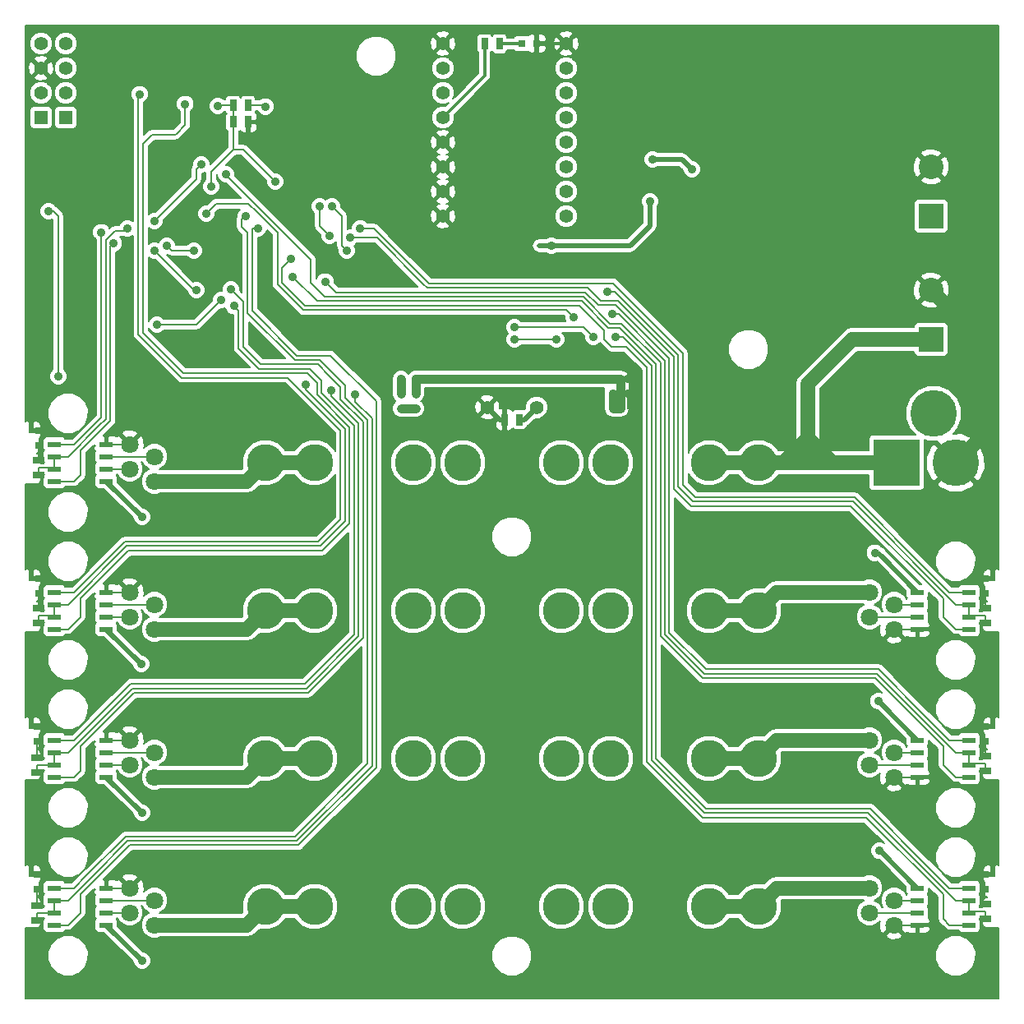
<source format=gbl>
G04 (created by PCBNEW (2013-mar-13)-testing) date Mon 20 Jan 2014 04:57:44 AM EST*
%MOIN*%
G04 Gerber Fmt 3.4, Leading zero omitted, Abs format*
%FSLAX34Y34*%
G01*
G70*
G90*
G04 APERTURE LIST*
%ADD10C,0.005906*%
%ADD11C,0.189000*%
%ADD12R,0.189000X0.189000*%
%ADD13C,0.070866*%
%ADD14R,0.055100X0.023600*%
%ADD15R,0.025000X0.045000*%
%ADD16R,0.045000X0.025000*%
%ADD17R,0.031400X0.031400*%
%ADD18R,0.100000X0.100000*%
%ADD19C,0.100000*%
%ADD20C,0.055000*%
%ADD21C,0.150000*%
%ADD22R,0.055000X0.055000*%
%ADD23C,0.035000*%
%ADD24C,0.035000*%
%ADD25C,0.008000*%
%ADD26C,0.020000*%
%ADD27C,0.012000*%
%ADD28C,0.060000*%
G04 APERTURE END LIST*
G54D10*
G54D11*
X88000Y-28000D03*
G54D12*
X85600Y-28000D03*
G54D11*
X87100Y-26000D03*
G54D13*
X85500Y-46750D03*
X84500Y-46250D03*
X85500Y-45750D03*
X84500Y-45250D03*
G54D14*
X86450Y-33250D03*
X88550Y-33250D03*
X86450Y-33750D03*
X86450Y-34250D03*
X86450Y-34750D03*
X88550Y-33750D03*
X88550Y-34250D03*
X88550Y-34750D03*
X86450Y-39250D03*
X88550Y-39250D03*
X86450Y-39750D03*
X86450Y-40250D03*
X86450Y-40750D03*
X88550Y-39750D03*
X88550Y-40250D03*
X88550Y-40750D03*
X86450Y-45250D03*
X88550Y-45250D03*
X86450Y-45750D03*
X86450Y-46250D03*
X86450Y-46750D03*
X88550Y-45750D03*
X88550Y-46250D03*
X88550Y-46750D03*
X53550Y-46750D03*
X51450Y-46750D03*
X53550Y-46250D03*
X53550Y-45750D03*
X53550Y-45250D03*
X51450Y-46250D03*
X51450Y-45750D03*
X51450Y-45250D03*
X53550Y-40750D03*
X51450Y-40750D03*
X53550Y-40250D03*
X53550Y-39750D03*
X53550Y-39250D03*
X51450Y-40250D03*
X51450Y-39750D03*
X51450Y-39250D03*
X53550Y-34750D03*
X51450Y-34750D03*
X53550Y-34250D03*
X53550Y-33750D03*
X53550Y-33250D03*
X51450Y-34250D03*
X51450Y-33750D03*
X51450Y-33250D03*
X53550Y-28750D03*
X51450Y-28750D03*
X53550Y-28250D03*
X53550Y-27750D03*
X53550Y-27250D03*
X51450Y-28250D03*
X51450Y-27750D03*
X51450Y-27250D03*
G54D15*
X58700Y-14180D03*
X59300Y-14180D03*
X58700Y-13500D03*
X59300Y-13500D03*
G54D16*
X89200Y-34500D03*
X89200Y-33900D03*
X50800Y-28500D03*
X50800Y-27900D03*
X50800Y-34500D03*
X50800Y-33900D03*
X50750Y-40550D03*
X50750Y-39950D03*
X50750Y-46550D03*
X50750Y-45950D03*
X89200Y-46500D03*
X89200Y-45900D03*
X89200Y-40500D03*
X89200Y-39900D03*
G54D17*
X89200Y-45295D03*
X89200Y-44705D03*
X50800Y-27295D03*
X50800Y-26705D03*
X50800Y-33295D03*
X50800Y-32705D03*
X50750Y-39295D03*
X50750Y-38705D03*
X50750Y-45295D03*
X50750Y-44705D03*
X89200Y-39295D03*
X89200Y-38705D03*
X89200Y-33295D03*
X89200Y-32705D03*
G54D18*
X87000Y-23000D03*
G54D19*
X87000Y-21000D03*
G54D20*
X67200Y-11000D03*
X67200Y-12000D03*
X67200Y-13000D03*
X67200Y-14000D03*
X67200Y-15000D03*
X67200Y-16000D03*
X67200Y-17000D03*
X67200Y-18000D03*
X72200Y-18000D03*
X72200Y-17000D03*
X72200Y-16000D03*
X72200Y-15000D03*
X72200Y-14000D03*
X72200Y-13000D03*
X72200Y-12000D03*
X72200Y-11000D03*
G54D17*
X70405Y-11000D03*
X70995Y-11000D03*
G54D21*
X60000Y-28000D03*
X62000Y-28000D03*
X66000Y-28000D03*
X68000Y-28000D03*
X60000Y-34000D03*
X62000Y-34000D03*
X66000Y-34000D03*
X68000Y-34000D03*
X60000Y-40000D03*
X62000Y-40000D03*
X66000Y-40000D03*
X68000Y-40000D03*
X60000Y-46000D03*
X62000Y-46000D03*
X66000Y-46000D03*
X68000Y-46000D03*
X80000Y-46000D03*
X78000Y-46000D03*
X74000Y-46000D03*
X72000Y-46000D03*
X80000Y-40000D03*
X78000Y-40000D03*
X74000Y-40000D03*
X72000Y-40000D03*
X80000Y-34000D03*
X78000Y-34000D03*
X74000Y-34000D03*
X72000Y-34000D03*
G54D13*
X54500Y-27250D03*
X55500Y-27750D03*
X54500Y-28250D03*
X55500Y-28750D03*
X54500Y-33250D03*
X55500Y-33750D03*
X54500Y-34250D03*
X55500Y-34750D03*
X54500Y-39250D03*
X55500Y-39750D03*
X54500Y-40250D03*
X55500Y-40750D03*
X54500Y-45250D03*
X55500Y-45750D03*
X54500Y-46250D03*
X55500Y-46750D03*
X85500Y-40750D03*
X84500Y-40250D03*
X85500Y-39750D03*
X84500Y-39250D03*
X85500Y-34750D03*
X84500Y-34250D03*
X85500Y-33750D03*
X84500Y-33250D03*
G54D15*
X68900Y-11000D03*
X69500Y-11000D03*
G54D22*
X51900Y-14000D03*
G54D20*
X51900Y-13000D03*
X51900Y-12000D03*
X51900Y-11000D03*
G54D22*
X50900Y-14000D03*
G54D20*
X50900Y-13000D03*
X50900Y-12000D03*
X50900Y-11000D03*
G54D21*
X72000Y-28000D03*
X74000Y-28000D03*
X78000Y-28000D03*
X80000Y-28000D03*
G54D15*
X70300Y-26250D03*
X69700Y-26250D03*
G54D20*
X71000Y-25750D03*
X69000Y-25750D03*
G54D18*
X87000Y-18000D03*
G54D19*
X87000Y-16000D03*
G54D23*
X60400Y-16600D03*
X57800Y-16800D03*
X55500Y-19400D03*
X57200Y-21000D03*
X58075Y-13525D03*
X74100Y-24600D03*
X74700Y-24600D03*
X74700Y-25200D03*
X51200Y-17800D03*
X51600Y-24500D03*
X65510Y-24610D03*
X66100Y-24600D03*
X66100Y-25200D03*
X65500Y-25200D03*
X74100Y-25200D03*
X84720Y-31650D03*
X84860Y-37670D03*
X84900Y-43740D03*
X55000Y-30200D03*
X54970Y-36170D03*
X55000Y-42200D03*
X55000Y-48200D03*
X75700Y-15700D03*
X77300Y-16100D03*
X71600Y-19200D03*
X75600Y-17400D03*
X57100Y-19400D03*
X56000Y-19200D03*
X58200Y-21400D03*
X55600Y-22400D03*
X73875Y-21050D03*
X71800Y-23000D03*
X70100Y-23000D03*
X63425Y-18875D03*
X63850Y-18500D03*
X72500Y-22100D03*
X74075Y-21975D03*
X57600Y-17900D03*
X58400Y-16300D03*
X62425Y-20650D03*
X63650Y-25225D03*
X59200Y-18000D03*
X59700Y-18500D03*
X74200Y-22900D03*
X73300Y-22900D03*
X70100Y-22500D03*
X61050Y-19725D03*
X61100Y-20450D03*
X54400Y-18500D03*
X55500Y-18200D03*
X57400Y-15900D03*
X53350Y-18650D03*
X53850Y-19100D03*
X61650Y-24825D03*
X62200Y-17600D03*
X62600Y-18800D03*
X54900Y-13050D03*
X56750Y-13450D03*
X62675Y-25050D03*
X62700Y-17600D03*
X63300Y-19400D03*
X58720Y-21640D03*
X58600Y-20960D03*
X60150Y-20450D03*
X53000Y-11400D03*
X53400Y-14900D03*
X52600Y-15900D03*
X52700Y-17700D03*
X52400Y-19200D03*
X52500Y-20600D03*
X51195Y-20600D03*
X51195Y-19200D03*
X62100Y-19300D03*
X64500Y-20300D03*
X66800Y-22400D03*
X65200Y-22700D03*
X63700Y-23600D03*
X62300Y-22600D03*
X60300Y-21700D03*
X61200Y-22500D03*
X60200Y-23600D03*
X59800Y-23200D03*
X58200Y-22600D03*
X56800Y-23300D03*
X55700Y-21800D03*
X57200Y-21800D03*
X57700Y-29900D03*
X57700Y-29500D03*
X57700Y-27500D03*
X57700Y-27900D03*
X57900Y-35500D03*
X58400Y-35500D03*
X58400Y-33700D03*
X57900Y-33700D03*
X54200Y-16600D03*
X55700Y-16500D03*
X60480Y-13720D03*
X60000Y-13550D03*
G54D24*
X65500Y-25800D02*
X65800Y-25800D01*
X65800Y-25800D02*
X66100Y-25800D01*
G54D25*
X59100Y-15300D02*
X58700Y-15300D01*
X60400Y-16600D02*
X59100Y-15300D01*
X58700Y-15300D02*
X57800Y-16200D01*
X57800Y-16200D02*
X57800Y-16800D01*
X58700Y-15300D02*
X58700Y-14180D01*
X55500Y-19400D02*
X57100Y-21000D01*
X57100Y-21000D02*
X57200Y-21000D01*
X58700Y-14180D02*
X58700Y-13500D01*
X58100Y-13500D02*
X58700Y-13500D01*
X58075Y-13525D02*
X58100Y-13500D01*
G54D26*
X70300Y-26250D02*
X70500Y-26250D01*
X70500Y-26250D02*
X71000Y-25750D01*
G54D25*
X74100Y-24600D02*
X74700Y-24600D01*
X74700Y-25200D02*
X74700Y-25800D01*
X51400Y-17800D02*
X51200Y-17800D01*
X51600Y-18000D02*
X51400Y-17800D01*
X51600Y-24500D02*
X51600Y-18000D01*
G54D24*
X66100Y-24600D02*
X74100Y-24600D01*
X66100Y-25200D02*
X66100Y-24600D01*
X65500Y-24620D02*
X65500Y-25200D01*
X65510Y-24610D02*
X65500Y-24620D01*
X74400Y-24600D02*
X74400Y-25800D01*
X74100Y-24600D02*
X74400Y-24600D01*
X74400Y-25800D02*
X74400Y-25700D01*
X74400Y-25700D02*
X74400Y-25800D01*
X74400Y-25800D02*
X74100Y-25800D01*
X74100Y-25800D02*
X74100Y-25200D01*
G54D26*
X85000Y-31800D02*
X84850Y-31650D01*
X86450Y-33250D02*
X85000Y-31800D01*
X84850Y-31650D02*
X84720Y-31650D01*
X85000Y-37800D02*
X86450Y-39250D01*
X84870Y-37670D02*
X85000Y-37800D01*
X84860Y-37670D02*
X84870Y-37670D01*
X85000Y-43800D02*
X86450Y-45250D01*
X84940Y-43740D02*
X85000Y-43800D01*
X84900Y-43740D02*
X84940Y-43740D01*
X53550Y-28750D02*
X55000Y-30200D01*
X53550Y-40750D02*
X55000Y-42200D01*
X53550Y-46750D02*
X55000Y-48200D01*
X76900Y-15700D02*
X75700Y-15700D01*
X77300Y-16100D02*
X76900Y-15700D01*
X53550Y-34750D02*
X54970Y-36170D01*
X54970Y-36170D02*
X55000Y-36200D01*
X71600Y-19200D02*
X71100Y-19200D01*
X75600Y-17900D02*
X75600Y-18400D01*
X71600Y-19200D02*
X74800Y-19200D01*
X74800Y-19200D02*
X75600Y-18400D01*
X75600Y-17900D02*
X75600Y-17400D01*
G54D25*
X56300Y-19400D02*
X56200Y-19400D01*
X56300Y-19400D02*
X57100Y-19400D01*
X56200Y-19400D02*
X56000Y-19200D01*
X58200Y-21400D02*
X57200Y-22400D01*
X57200Y-22400D02*
X55600Y-22400D01*
G54D27*
X68900Y-11000D02*
X68900Y-12300D01*
X68900Y-12300D02*
X67200Y-14000D01*
G54D25*
X89200Y-34500D02*
X89200Y-34200D01*
X88800Y-34200D02*
X88550Y-34250D01*
X89200Y-34200D02*
X88800Y-34200D01*
X87995Y-33750D02*
X83825Y-29580D01*
X83825Y-29580D02*
X77350Y-29580D01*
X77350Y-29580D02*
X76744Y-28974D01*
X76744Y-28974D02*
X76744Y-23624D01*
X76744Y-23624D02*
X74170Y-21050D01*
X74170Y-21050D02*
X73875Y-21050D01*
X88000Y-33750D02*
X88550Y-33750D01*
X88000Y-33750D02*
X87995Y-33750D01*
X70100Y-23000D02*
X71800Y-23000D01*
X88550Y-34250D02*
X88550Y-33750D01*
X66400Y-20750D02*
X64525Y-18875D01*
X64525Y-18875D02*
X63425Y-18875D01*
X73600Y-21425D02*
X73080Y-20905D01*
X87500Y-33509D02*
X83750Y-29760D01*
X83750Y-29760D02*
X77275Y-29760D01*
X77275Y-29760D02*
X76564Y-29049D01*
X76564Y-29049D02*
X76564Y-23699D01*
X76564Y-23699D02*
X74290Y-21425D01*
X74290Y-21425D02*
X73600Y-21425D01*
X88550Y-34750D02*
X88000Y-34750D01*
X88000Y-34750D02*
X87500Y-34250D01*
X87500Y-34250D02*
X87500Y-33509D01*
X66555Y-20905D02*
X66400Y-20750D01*
X66400Y-20750D02*
X66375Y-20725D01*
X73080Y-20905D02*
X66555Y-20905D01*
X83900Y-29400D02*
X77425Y-29400D01*
X77425Y-29400D02*
X76925Y-28900D01*
X76925Y-28900D02*
X76925Y-23550D01*
X76925Y-23550D02*
X74100Y-20725D01*
X74100Y-20725D02*
X67325Y-20725D01*
X87750Y-33250D02*
X88550Y-33250D01*
X87750Y-33250D02*
X86750Y-32250D01*
X86750Y-32250D02*
X83900Y-29400D01*
X66629Y-20725D02*
X67325Y-20725D01*
X64404Y-18500D02*
X66629Y-20725D01*
X63850Y-18500D02*
X64404Y-18500D01*
X89200Y-40500D02*
X89200Y-40200D01*
X88600Y-40200D02*
X88550Y-40250D01*
X89200Y-40200D02*
X88600Y-40200D01*
X60360Y-18539D02*
X59620Y-17800D01*
X72500Y-22100D02*
X72205Y-21805D01*
X72205Y-21805D02*
X61525Y-21805D01*
X61525Y-21805D02*
X60494Y-20774D01*
X60494Y-20774D02*
X60494Y-18674D01*
X60494Y-18674D02*
X60360Y-18539D01*
X86747Y-38502D02*
X84800Y-36555D01*
X87995Y-39750D02*
X86747Y-38502D01*
X88550Y-39750D02*
X87995Y-39750D01*
X74331Y-21975D02*
X74075Y-21975D01*
X76204Y-23848D02*
X74331Y-21975D01*
X76204Y-34959D02*
X76204Y-23848D01*
X77800Y-36555D02*
X76204Y-34959D01*
X84800Y-36555D02*
X77800Y-36555D01*
X58010Y-17489D02*
X57600Y-17900D01*
X59310Y-17489D02*
X58010Y-17489D01*
X59620Y-17800D02*
X59310Y-17489D01*
X88550Y-39750D02*
X88550Y-40250D01*
X58500Y-16400D02*
X58500Y-16425D01*
X58400Y-16300D02*
X58500Y-16400D01*
X61850Y-19775D02*
X61850Y-20700D01*
X61850Y-20700D02*
X62415Y-21265D01*
X62415Y-21265D02*
X65875Y-21265D01*
X65875Y-21265D02*
X65865Y-21265D01*
X58425Y-16350D02*
X58500Y-16425D01*
X58500Y-16425D02*
X61850Y-19775D01*
X65865Y-21265D02*
X65925Y-21265D01*
X65925Y-21265D02*
X65865Y-21265D01*
X87500Y-39509D02*
X84725Y-36735D01*
X87500Y-40250D02*
X87500Y-39509D01*
X88000Y-40750D02*
X87500Y-40250D01*
X88550Y-40750D02*
X88000Y-40750D01*
X72900Y-21265D02*
X65865Y-21265D01*
X73984Y-22350D02*
X72900Y-21265D01*
X74452Y-22350D02*
X73984Y-22350D01*
X76024Y-23922D02*
X74452Y-22350D01*
X76024Y-35034D02*
X76024Y-23922D01*
X77725Y-36735D02*
X76024Y-35034D01*
X84725Y-36735D02*
X77725Y-36735D01*
X62860Y-21085D02*
X62425Y-20650D01*
X86750Y-38250D02*
X84875Y-36375D01*
X87750Y-39250D02*
X86750Y-38250D01*
X87750Y-39250D02*
X88550Y-39250D01*
X72985Y-21085D02*
X66085Y-21085D01*
X73505Y-21605D02*
X72985Y-21085D01*
X74216Y-21605D02*
X73505Y-21605D01*
X76384Y-23773D02*
X74216Y-21605D01*
X76384Y-34884D02*
X76384Y-23773D01*
X77875Y-36375D02*
X76384Y-34884D01*
X84875Y-36375D02*
X77875Y-36375D01*
X66085Y-21085D02*
X62860Y-21085D01*
X51450Y-46250D02*
X50750Y-46250D01*
X50750Y-46250D02*
X50750Y-46550D01*
X51450Y-45750D02*
X51450Y-46250D01*
X64320Y-26825D02*
X64320Y-26188D01*
X54419Y-43330D02*
X61274Y-43330D01*
X61274Y-43330D02*
X64320Y-40284D01*
X64320Y-40284D02*
X64320Y-26825D01*
X52000Y-45750D02*
X53000Y-44750D01*
X51450Y-45750D02*
X52000Y-45750D01*
X53000Y-44750D02*
X54419Y-43330D01*
X63650Y-25518D02*
X63650Y-25225D01*
X64320Y-26188D02*
X63650Y-25518D01*
X59180Y-18020D02*
X59120Y-18020D01*
X59200Y-18000D02*
X59180Y-18020D01*
X61189Y-23829D02*
X59279Y-21919D01*
X59279Y-21919D02*
X59279Y-18659D01*
X59279Y-18659D02*
X59040Y-18420D01*
X59040Y-18420D02*
X59040Y-18100D01*
X59040Y-18100D02*
X59120Y-18020D01*
X59120Y-18020D02*
X59180Y-17960D01*
X64140Y-27075D02*
X64140Y-26262D01*
X63230Y-24850D02*
X62209Y-23829D01*
X63230Y-25352D02*
X63230Y-24850D01*
X64140Y-26262D02*
X63230Y-25352D01*
X62209Y-23829D02*
X61189Y-23829D01*
X52747Y-44747D02*
X54345Y-43150D01*
X52245Y-45250D02*
X52747Y-44747D01*
X51450Y-45250D02*
X52245Y-45250D01*
X64140Y-40209D02*
X64140Y-27075D01*
X64140Y-27075D02*
X64140Y-27025D01*
X61200Y-43150D02*
X64140Y-40209D01*
X54345Y-43150D02*
X61200Y-43150D01*
X59460Y-18500D02*
X59700Y-18500D01*
X61269Y-23649D02*
X59460Y-21840D01*
X61980Y-23649D02*
X61269Y-23649D01*
X59460Y-21840D02*
X59460Y-18500D01*
X52500Y-46250D02*
X52500Y-45504D01*
X52000Y-46750D02*
X52500Y-46250D01*
X51450Y-46750D02*
X52000Y-46750D01*
X62649Y-23649D02*
X61980Y-23649D01*
X61980Y-23649D02*
X61950Y-23649D01*
X64500Y-25500D02*
X62649Y-23649D01*
X64500Y-40359D02*
X64500Y-25500D01*
X61349Y-43510D02*
X64500Y-40359D01*
X54494Y-43510D02*
X61349Y-43510D01*
X52500Y-45504D02*
X54494Y-43510D01*
X89200Y-46500D02*
X89200Y-46200D01*
X88800Y-46200D02*
X88550Y-46250D01*
X89200Y-46200D02*
X88800Y-46200D01*
X87995Y-45750D02*
X84450Y-42205D01*
X84450Y-42205D02*
X77800Y-42205D01*
X77800Y-42205D02*
X75664Y-40069D01*
X75664Y-40069D02*
X75664Y-24071D01*
X75664Y-24071D02*
X74493Y-22900D01*
X74493Y-22900D02*
X74200Y-22900D01*
X87995Y-45750D02*
X88550Y-45750D01*
X72900Y-22500D02*
X73300Y-22900D01*
X70100Y-22500D02*
X72900Y-22500D01*
X88550Y-46250D02*
X88550Y-45750D01*
X62475Y-21625D02*
X61600Y-21625D01*
X60675Y-20100D02*
X61050Y-19725D01*
X60675Y-20700D02*
X60675Y-20100D01*
X61600Y-21625D02*
X60675Y-20700D01*
X87500Y-46500D02*
X87500Y-45509D01*
X87750Y-46750D02*
X87500Y-46500D01*
X88550Y-46750D02*
X87750Y-46750D01*
X72750Y-21625D02*
X62475Y-21625D01*
X62475Y-21625D02*
X62474Y-21625D01*
X73750Y-22624D02*
X72750Y-21625D01*
X73750Y-23000D02*
X73750Y-22624D01*
X74050Y-23300D02*
X73750Y-23000D01*
X74638Y-23300D02*
X74050Y-23300D01*
X75484Y-24146D02*
X74638Y-23300D01*
X75484Y-40144D02*
X75484Y-24146D01*
X77725Y-42385D02*
X75484Y-40144D01*
X84375Y-42385D02*
X77725Y-42385D01*
X87500Y-45509D02*
X84375Y-42385D01*
X66000Y-21445D02*
X62095Y-21445D01*
X84525Y-42025D02*
X77875Y-42025D01*
X77875Y-42025D02*
X75844Y-39994D01*
X75844Y-39994D02*
X75844Y-23997D01*
X75844Y-23997D02*
X74377Y-22530D01*
X74377Y-22530D02*
X73910Y-22530D01*
X73910Y-22530D02*
X72825Y-21445D01*
X72825Y-21445D02*
X66000Y-21445D01*
X88550Y-45250D02*
X87750Y-45250D01*
X87750Y-45250D02*
X86750Y-44250D01*
X86750Y-44250D02*
X84525Y-42025D01*
X62095Y-21445D02*
X61100Y-20450D01*
X50800Y-28500D02*
X50800Y-28200D01*
X51200Y-28200D02*
X51450Y-28250D01*
X50800Y-28200D02*
X51200Y-28200D01*
X54300Y-18600D02*
X54400Y-18500D01*
X55500Y-18200D02*
X57200Y-16500D01*
X57200Y-16500D02*
X57200Y-16100D01*
X57200Y-16100D02*
X57400Y-15900D01*
X53252Y-26502D02*
X53530Y-26224D01*
X52004Y-27750D02*
X53252Y-26502D01*
X52004Y-27750D02*
X51450Y-27750D01*
X53530Y-18969D02*
X53900Y-18600D01*
X53530Y-26224D02*
X53530Y-18969D01*
X53900Y-18600D02*
X54300Y-18600D01*
X51450Y-27750D02*
X51450Y-28250D01*
X53250Y-26250D02*
X53350Y-26150D01*
X52250Y-27250D02*
X53250Y-26250D01*
X51450Y-27250D02*
X52250Y-27250D01*
X53350Y-26150D02*
X53350Y-18650D01*
X53850Y-19100D02*
X53710Y-19239D01*
X53279Y-26729D02*
X53279Y-26720D01*
X53710Y-26299D02*
X53279Y-26729D01*
X53710Y-19239D02*
X53710Y-26299D01*
X51450Y-28750D02*
X52250Y-28750D01*
X52500Y-27500D02*
X53279Y-26720D01*
X53279Y-26720D02*
X53250Y-26750D01*
X52500Y-28500D02*
X52500Y-27500D01*
X52250Y-28750D02*
X52500Y-28500D01*
X50800Y-34500D02*
X50800Y-34200D01*
X51200Y-34200D02*
X51450Y-34250D01*
X50800Y-34200D02*
X51200Y-34200D01*
X62077Y-25472D02*
X61650Y-25045D01*
X52004Y-33750D02*
X54374Y-31380D01*
X54374Y-31380D02*
X62224Y-31380D01*
X62224Y-31380D02*
X63230Y-30374D01*
X63230Y-30374D02*
X63230Y-26625D01*
X63230Y-26625D02*
X62077Y-25472D01*
X51450Y-33750D02*
X52004Y-33750D01*
X61650Y-25045D02*
X61650Y-24825D01*
X62200Y-18400D02*
X62200Y-17600D01*
X62600Y-18800D02*
X62200Y-18400D01*
X51450Y-34250D02*
X51450Y-33750D01*
X62550Y-30800D02*
X63050Y-30300D01*
X54300Y-31200D02*
X62150Y-31200D01*
X62150Y-31200D02*
X62550Y-30800D01*
X51450Y-33250D02*
X52250Y-33250D01*
X52250Y-33250D02*
X53000Y-32500D01*
X53000Y-32500D02*
X54300Y-31200D01*
X54850Y-13100D02*
X54900Y-13050D01*
X54850Y-22800D02*
X54850Y-13100D01*
X56600Y-24550D02*
X54850Y-22800D01*
X60900Y-24550D02*
X56600Y-24550D01*
X63050Y-26700D02*
X60900Y-24550D01*
X63050Y-30300D02*
X63050Y-26700D01*
X52500Y-34250D02*
X52500Y-33509D01*
X56750Y-13450D02*
X56750Y-14300D01*
X56750Y-14300D02*
X56400Y-14650D01*
X52000Y-34750D02*
X52500Y-34250D01*
X52000Y-34750D02*
X51450Y-34750D01*
X56350Y-14700D02*
X56400Y-14650D01*
X55400Y-14700D02*
X56350Y-14700D01*
X55030Y-15069D02*
X55400Y-14700D01*
X55030Y-22725D02*
X55030Y-15069D01*
X56674Y-24369D02*
X55030Y-22725D01*
X61719Y-24369D02*
X56674Y-24369D01*
X62100Y-24750D02*
X61719Y-24369D01*
X62100Y-25240D02*
X62100Y-24750D01*
X63410Y-26550D02*
X62100Y-25240D01*
X63410Y-30449D02*
X63410Y-26550D01*
X62299Y-31560D02*
X63410Y-30449D01*
X54449Y-31560D02*
X62299Y-31560D01*
X52500Y-33509D02*
X54449Y-31560D01*
X50750Y-40550D02*
X50750Y-40250D01*
X50750Y-40250D02*
X51450Y-40250D01*
X63780Y-26850D02*
X63780Y-26411D01*
X52004Y-39750D02*
X54604Y-37150D01*
X54604Y-37150D02*
X61654Y-37150D01*
X61654Y-37150D02*
X63780Y-35024D01*
X63780Y-35024D02*
X63780Y-26850D01*
X51450Y-39750D02*
X52004Y-39750D01*
X62675Y-25306D02*
X62675Y-25050D01*
X63780Y-26411D02*
X62675Y-25306D01*
X62700Y-17600D02*
X63100Y-18000D01*
X63100Y-18000D02*
X63100Y-19200D01*
X63100Y-19200D02*
X63300Y-19400D01*
X51450Y-39750D02*
X51450Y-40250D01*
X59500Y-23950D02*
X58919Y-23369D01*
X63600Y-27250D02*
X63600Y-26486D01*
X54550Y-36950D02*
X61600Y-36950D01*
X61600Y-36950D02*
X63600Y-34950D01*
X63600Y-34950D02*
X63600Y-27250D01*
X51450Y-39250D02*
X52250Y-39250D01*
X52250Y-39250D02*
X53000Y-38500D01*
X53000Y-38500D02*
X54550Y-36950D01*
X59739Y-24189D02*
X59500Y-23950D01*
X61794Y-24189D02*
X59739Y-24189D01*
X62280Y-24675D02*
X61794Y-24189D01*
X62280Y-25166D02*
X62280Y-24675D01*
X63600Y-26486D02*
X62280Y-25166D01*
X58919Y-21839D02*
X58720Y-21640D01*
X58919Y-23369D02*
X58919Y-21839D01*
X59099Y-23295D02*
X59099Y-21459D01*
X59099Y-21459D02*
X58600Y-20960D01*
X62134Y-24009D02*
X62607Y-24482D01*
X63960Y-26700D02*
X63960Y-26337D01*
X52500Y-39509D02*
X54679Y-37330D01*
X54679Y-37330D02*
X61729Y-37330D01*
X61729Y-37330D02*
X63960Y-35099D01*
X63960Y-35099D02*
X63960Y-26700D01*
X61869Y-24009D02*
X59814Y-24009D01*
X59814Y-24009D02*
X59677Y-23872D01*
X52250Y-40750D02*
X51450Y-40750D01*
X52250Y-40750D02*
X52500Y-40500D01*
X52500Y-40500D02*
X52500Y-39509D01*
X63050Y-24925D02*
X62607Y-24482D01*
X63050Y-25427D02*
X63050Y-24925D01*
X63960Y-26337D02*
X63050Y-25427D01*
X61869Y-24009D02*
X62134Y-24009D01*
X59404Y-23600D02*
X59677Y-23872D01*
X59404Y-23600D02*
X59099Y-23295D01*
X60150Y-20450D02*
X60200Y-20400D01*
X53000Y-14500D02*
X53000Y-11400D01*
X53400Y-14900D02*
X53000Y-14500D01*
X52600Y-17600D02*
X52600Y-15900D01*
X52700Y-17700D02*
X52600Y-17600D01*
X52400Y-20500D02*
X52400Y-19200D01*
X52500Y-20600D02*
X52400Y-20500D01*
X51195Y-20600D02*
X51200Y-20600D01*
X51195Y-19200D02*
X51200Y-19200D01*
X62300Y-19300D02*
X62100Y-19300D01*
X63300Y-20300D02*
X62300Y-19300D01*
X64500Y-20300D02*
X63300Y-20300D01*
X65500Y-22400D02*
X66800Y-22400D01*
X65200Y-22700D02*
X65500Y-22400D01*
X63300Y-23600D02*
X63700Y-23600D01*
X62300Y-22600D02*
X63300Y-23600D01*
X60400Y-21700D02*
X60300Y-21700D01*
X61200Y-22500D02*
X60400Y-21700D01*
X59800Y-23200D02*
X60200Y-23600D01*
X57500Y-22600D02*
X58200Y-22600D01*
X56800Y-23300D02*
X57500Y-22600D01*
X57200Y-21800D02*
X55700Y-21800D01*
X57700Y-29500D02*
X57700Y-29900D01*
X57700Y-27900D02*
X57700Y-27500D01*
X58400Y-35500D02*
X57900Y-35500D01*
X57900Y-33700D02*
X58400Y-33700D01*
X54200Y-16600D02*
X54200Y-16700D01*
G54D26*
X69700Y-26250D02*
X69500Y-26250D01*
X69500Y-26250D02*
X69000Y-25750D01*
G54D25*
X59300Y-14180D02*
X60020Y-14180D01*
X60020Y-14180D02*
X60480Y-13720D01*
G54D27*
X70995Y-11000D02*
X72200Y-11000D01*
G54D28*
X88000Y-28000D02*
X89000Y-27000D01*
X89000Y-23000D02*
X87000Y-21000D01*
X89000Y-27000D02*
X89000Y-23000D01*
G54D25*
X85500Y-46750D02*
X86450Y-46750D01*
X85500Y-40750D02*
X86450Y-40750D01*
X53550Y-27250D02*
X54500Y-27250D01*
X54500Y-33250D02*
X53550Y-33250D01*
X53550Y-39250D02*
X54500Y-39250D01*
X53550Y-45250D02*
X54500Y-45250D01*
X86450Y-34750D02*
X85500Y-34750D01*
X53550Y-39750D02*
X55500Y-39750D01*
X50750Y-39950D02*
X50750Y-39295D01*
X53550Y-40250D02*
X54500Y-40250D01*
G54D28*
X60000Y-40000D02*
X62000Y-40000D01*
X55500Y-40750D02*
X59250Y-40750D01*
X59250Y-40750D02*
X60000Y-40000D01*
G54D25*
X54500Y-34250D02*
X53550Y-34250D01*
X50800Y-33900D02*
X50800Y-33200D01*
X50800Y-33200D02*
X50800Y-33295D01*
X53550Y-33750D02*
X55500Y-33750D01*
G54D28*
X60000Y-34000D02*
X62000Y-34000D01*
X55500Y-34750D02*
X59250Y-34750D01*
X59250Y-34750D02*
X60000Y-34000D01*
G54D25*
X53550Y-27750D02*
X55500Y-27750D01*
X50800Y-27295D02*
X50800Y-27900D01*
X53550Y-28250D02*
X54500Y-28250D01*
G54D28*
X60000Y-28000D02*
X62000Y-28000D01*
X55500Y-28750D02*
X59250Y-28750D01*
X59250Y-28750D02*
X60000Y-28000D01*
G54D25*
X59950Y-13500D02*
X59300Y-13500D01*
X60000Y-13550D02*
X59950Y-13500D01*
G54D27*
X69500Y-11000D02*
X70405Y-11000D01*
G54D28*
X80900Y-28000D02*
X81000Y-28000D01*
X82650Y-27750D02*
X82650Y-28000D01*
X82900Y-28000D02*
X82650Y-27750D01*
X83000Y-28000D02*
X82900Y-28000D01*
X82000Y-27000D02*
X83000Y-28000D01*
X81000Y-28000D02*
X82000Y-27000D01*
X87000Y-23000D02*
X83800Y-23000D01*
X82000Y-24800D02*
X82000Y-28000D01*
X83800Y-23000D02*
X82000Y-24800D01*
X78000Y-28000D02*
X80000Y-28000D01*
X80000Y-28000D02*
X80900Y-28000D01*
X80900Y-28000D02*
X82000Y-28000D01*
X82000Y-28000D02*
X82650Y-28000D01*
X82650Y-28000D02*
X85600Y-28000D01*
G54D25*
X86450Y-34250D02*
X84500Y-34250D01*
X89200Y-33900D02*
X89200Y-33295D01*
X86450Y-33750D02*
X85500Y-33750D01*
G54D28*
X80000Y-34000D02*
X78000Y-34000D01*
X84500Y-33250D02*
X80750Y-33250D01*
X80750Y-33250D02*
X80000Y-34000D01*
G54D25*
X85500Y-39750D02*
X86450Y-39750D01*
X86450Y-40250D02*
X84500Y-40250D01*
X89200Y-39900D02*
X89200Y-39295D01*
G54D28*
X80000Y-40000D02*
X78000Y-40000D01*
X84500Y-39250D02*
X80750Y-39250D01*
X80750Y-39250D02*
X80000Y-40000D01*
G54D25*
X86450Y-46250D02*
X84500Y-46250D01*
X85500Y-45750D02*
X86450Y-45750D01*
G54D28*
X84500Y-45250D02*
X80750Y-45250D01*
X80750Y-45250D02*
X80000Y-46000D01*
X78000Y-46000D02*
X80000Y-46000D01*
G54D25*
X50750Y-45950D02*
X50750Y-45295D01*
G54D28*
X55500Y-46750D02*
X59250Y-46750D01*
X59250Y-46750D02*
X60000Y-46000D01*
X60000Y-46000D02*
X62000Y-46000D01*
G54D25*
X53550Y-46250D02*
X54500Y-46250D01*
X53550Y-45750D02*
X55500Y-45750D01*
G54D10*
G36*
X59049Y-21084D02*
X58964Y-20999D01*
X58965Y-20887D01*
X58909Y-20753D01*
X58807Y-20650D01*
X58672Y-20595D01*
X58527Y-20594D01*
X58393Y-20650D01*
X58290Y-20752D01*
X58235Y-20887D01*
X58234Y-21032D01*
X58236Y-21035D01*
X58127Y-21034D01*
X57993Y-21090D01*
X57890Y-21192D01*
X57835Y-21327D01*
X57834Y-21439D01*
X57104Y-22170D01*
X55886Y-22170D01*
X55807Y-22090D01*
X55672Y-22035D01*
X55527Y-22034D01*
X55393Y-22090D01*
X55290Y-22192D01*
X55260Y-22267D01*
X55260Y-19676D01*
X55292Y-19709D01*
X55427Y-19764D01*
X55539Y-19765D01*
X56834Y-21060D01*
X56834Y-21072D01*
X56890Y-21206D01*
X56992Y-21309D01*
X57127Y-21364D01*
X57272Y-21365D01*
X57406Y-21309D01*
X57509Y-21207D01*
X57564Y-21072D01*
X57565Y-20927D01*
X57509Y-20793D01*
X57407Y-20690D01*
X57272Y-20635D01*
X57127Y-20634D01*
X57079Y-20654D01*
X55990Y-19564D01*
X56040Y-19565D01*
X56111Y-19612D01*
X56111Y-19612D01*
X56200Y-19630D01*
X56300Y-19630D01*
X56813Y-19630D01*
X56892Y-19709D01*
X57027Y-19764D01*
X57172Y-19765D01*
X57306Y-19709D01*
X57409Y-19607D01*
X57464Y-19472D01*
X57465Y-19327D01*
X57409Y-19193D01*
X57307Y-19090D01*
X57172Y-19035D01*
X57027Y-19034D01*
X56893Y-19090D01*
X56813Y-19170D01*
X56365Y-19170D01*
X56365Y-19127D01*
X56309Y-18993D01*
X56207Y-18890D01*
X56072Y-18835D01*
X55927Y-18834D01*
X55793Y-18890D01*
X55690Y-18992D01*
X55658Y-19070D01*
X55572Y-19035D01*
X55427Y-19034D01*
X55293Y-19090D01*
X55260Y-19123D01*
X55260Y-18476D01*
X55292Y-18509D01*
X55427Y-18564D01*
X55572Y-18565D01*
X55706Y-18509D01*
X55809Y-18407D01*
X55864Y-18272D01*
X55865Y-18160D01*
X57362Y-16662D01*
X57412Y-16588D01*
X57412Y-16588D01*
X57430Y-16500D01*
X57430Y-16265D01*
X57472Y-16265D01*
X57570Y-16224D01*
X57570Y-16513D01*
X57490Y-16592D01*
X57435Y-16727D01*
X57434Y-16872D01*
X57490Y-17006D01*
X57592Y-17109D01*
X57727Y-17164D01*
X57872Y-17165D01*
X58006Y-17109D01*
X58109Y-17007D01*
X58164Y-16872D01*
X58165Y-16727D01*
X58109Y-16593D01*
X58030Y-16513D01*
X58030Y-16295D01*
X58035Y-16290D01*
X58034Y-16372D01*
X58090Y-16506D01*
X58192Y-16609D01*
X58327Y-16664D01*
X58414Y-16665D01*
X59009Y-17259D01*
X58010Y-17259D01*
X58010Y-17259D01*
X57922Y-17277D01*
X57897Y-17293D01*
X57847Y-17327D01*
X57847Y-17327D01*
X57639Y-17535D01*
X57527Y-17534D01*
X57393Y-17590D01*
X57290Y-17692D01*
X57235Y-17827D01*
X57234Y-17972D01*
X57290Y-18106D01*
X57392Y-18209D01*
X57527Y-18264D01*
X57672Y-18265D01*
X57806Y-18209D01*
X57909Y-18107D01*
X57964Y-17972D01*
X57965Y-17860D01*
X58105Y-17719D01*
X58964Y-17719D01*
X58890Y-17792D01*
X58835Y-17927D01*
X58834Y-18000D01*
X58827Y-18011D01*
X58810Y-18100D01*
X58810Y-18420D01*
X58827Y-18508D01*
X58877Y-18582D01*
X59049Y-18755D01*
X59049Y-21084D01*
X59049Y-21084D01*
G37*
G54D25*
X59049Y-21084D02*
X58964Y-20999D01*
X58965Y-20887D01*
X58909Y-20753D01*
X58807Y-20650D01*
X58672Y-20595D01*
X58527Y-20594D01*
X58393Y-20650D01*
X58290Y-20752D01*
X58235Y-20887D01*
X58234Y-21032D01*
X58236Y-21035D01*
X58127Y-21034D01*
X57993Y-21090D01*
X57890Y-21192D01*
X57835Y-21327D01*
X57834Y-21439D01*
X57104Y-22170D01*
X55886Y-22170D01*
X55807Y-22090D01*
X55672Y-22035D01*
X55527Y-22034D01*
X55393Y-22090D01*
X55290Y-22192D01*
X55260Y-22267D01*
X55260Y-19676D01*
X55292Y-19709D01*
X55427Y-19764D01*
X55539Y-19765D01*
X56834Y-21060D01*
X56834Y-21072D01*
X56890Y-21206D01*
X56992Y-21309D01*
X57127Y-21364D01*
X57272Y-21365D01*
X57406Y-21309D01*
X57509Y-21207D01*
X57564Y-21072D01*
X57565Y-20927D01*
X57509Y-20793D01*
X57407Y-20690D01*
X57272Y-20635D01*
X57127Y-20634D01*
X57079Y-20654D01*
X55990Y-19564D01*
X56040Y-19565D01*
X56111Y-19612D01*
X56111Y-19612D01*
X56200Y-19630D01*
X56300Y-19630D01*
X56813Y-19630D01*
X56892Y-19709D01*
X57027Y-19764D01*
X57172Y-19765D01*
X57306Y-19709D01*
X57409Y-19607D01*
X57464Y-19472D01*
X57465Y-19327D01*
X57409Y-19193D01*
X57307Y-19090D01*
X57172Y-19035D01*
X57027Y-19034D01*
X56893Y-19090D01*
X56813Y-19170D01*
X56365Y-19170D01*
X56365Y-19127D01*
X56309Y-18993D01*
X56207Y-18890D01*
X56072Y-18835D01*
X55927Y-18834D01*
X55793Y-18890D01*
X55690Y-18992D01*
X55658Y-19070D01*
X55572Y-19035D01*
X55427Y-19034D01*
X55293Y-19090D01*
X55260Y-19123D01*
X55260Y-18476D01*
X55292Y-18509D01*
X55427Y-18564D01*
X55572Y-18565D01*
X55706Y-18509D01*
X55809Y-18407D01*
X55864Y-18272D01*
X55865Y-18160D01*
X57362Y-16662D01*
X57412Y-16588D01*
X57412Y-16588D01*
X57430Y-16500D01*
X57430Y-16265D01*
X57472Y-16265D01*
X57570Y-16224D01*
X57570Y-16513D01*
X57490Y-16592D01*
X57435Y-16727D01*
X57434Y-16872D01*
X57490Y-17006D01*
X57592Y-17109D01*
X57727Y-17164D01*
X57872Y-17165D01*
X58006Y-17109D01*
X58109Y-17007D01*
X58164Y-16872D01*
X58165Y-16727D01*
X58109Y-16593D01*
X58030Y-16513D01*
X58030Y-16295D01*
X58035Y-16290D01*
X58034Y-16372D01*
X58090Y-16506D01*
X58192Y-16609D01*
X58327Y-16664D01*
X58414Y-16665D01*
X59009Y-17259D01*
X58010Y-17259D01*
X58010Y-17259D01*
X57922Y-17277D01*
X57897Y-17293D01*
X57847Y-17327D01*
X57847Y-17327D01*
X57639Y-17535D01*
X57527Y-17534D01*
X57393Y-17590D01*
X57290Y-17692D01*
X57235Y-17827D01*
X57234Y-17972D01*
X57290Y-18106D01*
X57392Y-18209D01*
X57527Y-18264D01*
X57672Y-18265D01*
X57806Y-18209D01*
X57909Y-18107D01*
X57964Y-17972D01*
X57965Y-17860D01*
X58105Y-17719D01*
X58964Y-17719D01*
X58890Y-17792D01*
X58835Y-17927D01*
X58834Y-18000D01*
X58827Y-18011D01*
X58810Y-18100D01*
X58810Y-18420D01*
X58827Y-18508D01*
X58877Y-18582D01*
X59049Y-18755D01*
X59049Y-21084D01*
G54D10*
G36*
X59364Y-24139D02*
X56769Y-24139D01*
X55260Y-22630D01*
X55260Y-22532D01*
X55290Y-22606D01*
X55392Y-22709D01*
X55527Y-22764D01*
X55672Y-22765D01*
X55806Y-22709D01*
X55886Y-22630D01*
X57200Y-22630D01*
X57288Y-22612D01*
X57288Y-22612D01*
X57362Y-22562D01*
X58160Y-21764D01*
X58272Y-21765D01*
X58361Y-21728D01*
X58410Y-21846D01*
X58512Y-21949D01*
X58647Y-22004D01*
X58689Y-22004D01*
X58689Y-23369D01*
X58707Y-23458D01*
X58757Y-23532D01*
X59337Y-24112D01*
X59364Y-24139D01*
X59364Y-24139D01*
G37*
G54D25*
X59364Y-24139D02*
X56769Y-24139D01*
X55260Y-22630D01*
X55260Y-22532D01*
X55290Y-22606D01*
X55392Y-22709D01*
X55527Y-22764D01*
X55672Y-22765D01*
X55806Y-22709D01*
X55886Y-22630D01*
X57200Y-22630D01*
X57288Y-22612D01*
X57288Y-22612D01*
X57362Y-22562D01*
X58160Y-21764D01*
X58272Y-21765D01*
X58361Y-21728D01*
X58410Y-21846D01*
X58512Y-21949D01*
X58647Y-22004D01*
X58689Y-22004D01*
X58689Y-23369D01*
X58707Y-23458D01*
X58757Y-23532D01*
X59337Y-24112D01*
X59364Y-24139D01*
G54D10*
G36*
X60814Y-23779D02*
X59909Y-23779D01*
X59839Y-23710D01*
X59839Y-23710D01*
X59567Y-23437D01*
X59329Y-23200D01*
X59329Y-22295D01*
X60814Y-23779D01*
X60814Y-23779D01*
G37*
G54D25*
X60814Y-23779D02*
X59909Y-23779D01*
X59839Y-23710D01*
X59839Y-23710D01*
X59567Y-23437D01*
X59329Y-23200D01*
X59329Y-22295D01*
X60814Y-23779D01*
G54D10*
G36*
X62820Y-27523D02*
X62797Y-27468D01*
X62533Y-27203D01*
X62187Y-27060D01*
X61813Y-27059D01*
X61468Y-27202D01*
X61203Y-27466D01*
X61185Y-27510D01*
X60814Y-27510D01*
X60797Y-27468D01*
X60533Y-27203D01*
X60187Y-27060D01*
X59813Y-27059D01*
X59468Y-27202D01*
X59203Y-27466D01*
X59060Y-27812D01*
X59059Y-28186D01*
X59077Y-28229D01*
X59047Y-28260D01*
X55739Y-28260D01*
X55715Y-28250D01*
X55807Y-28211D01*
X55961Y-28058D01*
X56044Y-27858D01*
X56044Y-27642D01*
X55961Y-27442D01*
X55808Y-27288D01*
X55608Y-27205D01*
X55392Y-27205D01*
X55192Y-27288D01*
X55075Y-27404D01*
X55100Y-27332D01*
X55086Y-27096D01*
X55023Y-26944D01*
X54926Y-26908D01*
X54841Y-26993D01*
X54841Y-26823D01*
X54805Y-26726D01*
X54582Y-26649D01*
X54346Y-26663D01*
X54194Y-26726D01*
X54158Y-26823D01*
X54500Y-27165D01*
X54841Y-26823D01*
X54841Y-26993D01*
X54584Y-27250D01*
X54590Y-27255D01*
X54505Y-27340D01*
X54500Y-27334D01*
X54494Y-27340D01*
X54409Y-27255D01*
X54415Y-27250D01*
X54073Y-26908D01*
X53976Y-26944D01*
X53961Y-26928D01*
X53873Y-26892D01*
X53777Y-26892D01*
X53670Y-26892D01*
X53610Y-26952D01*
X53610Y-27191D01*
X53617Y-27191D01*
X53617Y-27309D01*
X53610Y-27309D01*
X53610Y-27317D01*
X53490Y-27317D01*
X53490Y-27309D01*
X53482Y-27309D01*
X53482Y-27191D01*
X53490Y-27191D01*
X53490Y-26952D01*
X53435Y-26897D01*
X53442Y-26892D01*
X53872Y-26461D01*
X53922Y-26387D01*
X53922Y-26387D01*
X53940Y-26299D01*
X53940Y-19457D01*
X54056Y-19409D01*
X54159Y-19307D01*
X54214Y-19172D01*
X54215Y-19027D01*
X54159Y-18893D01*
X54096Y-18830D01*
X54242Y-18830D01*
X54327Y-18864D01*
X54472Y-18865D01*
X54606Y-18809D01*
X54620Y-18796D01*
X54620Y-22800D01*
X54637Y-22888D01*
X54687Y-22962D01*
X56437Y-24712D01*
X56511Y-24762D01*
X56511Y-24762D01*
X56600Y-24780D01*
X60804Y-24780D01*
X62820Y-26795D01*
X62820Y-27523D01*
X62820Y-27523D01*
G37*
G54D25*
X62820Y-27523D02*
X62797Y-27468D01*
X62533Y-27203D01*
X62187Y-27060D01*
X61813Y-27059D01*
X61468Y-27202D01*
X61203Y-27466D01*
X61185Y-27510D01*
X60814Y-27510D01*
X60797Y-27468D01*
X60533Y-27203D01*
X60187Y-27060D01*
X59813Y-27059D01*
X59468Y-27202D01*
X59203Y-27466D01*
X59060Y-27812D01*
X59059Y-28186D01*
X59077Y-28229D01*
X59047Y-28260D01*
X55739Y-28260D01*
X55715Y-28250D01*
X55807Y-28211D01*
X55961Y-28058D01*
X56044Y-27858D01*
X56044Y-27642D01*
X55961Y-27442D01*
X55808Y-27288D01*
X55608Y-27205D01*
X55392Y-27205D01*
X55192Y-27288D01*
X55075Y-27404D01*
X55100Y-27332D01*
X55086Y-27096D01*
X55023Y-26944D01*
X54926Y-26908D01*
X54841Y-26993D01*
X54841Y-26823D01*
X54805Y-26726D01*
X54582Y-26649D01*
X54346Y-26663D01*
X54194Y-26726D01*
X54158Y-26823D01*
X54500Y-27165D01*
X54841Y-26823D01*
X54841Y-26993D01*
X54584Y-27250D01*
X54590Y-27255D01*
X54505Y-27340D01*
X54500Y-27334D01*
X54494Y-27340D01*
X54409Y-27255D01*
X54415Y-27250D01*
X54073Y-26908D01*
X53976Y-26944D01*
X53961Y-26928D01*
X53873Y-26892D01*
X53777Y-26892D01*
X53670Y-26892D01*
X53610Y-26952D01*
X53610Y-27191D01*
X53617Y-27191D01*
X53617Y-27309D01*
X53610Y-27309D01*
X53610Y-27317D01*
X53490Y-27317D01*
X53490Y-27309D01*
X53482Y-27309D01*
X53482Y-27191D01*
X53490Y-27191D01*
X53490Y-26952D01*
X53435Y-26897D01*
X53442Y-26892D01*
X53872Y-26461D01*
X53922Y-26387D01*
X53922Y-26387D01*
X53940Y-26299D01*
X53940Y-19457D01*
X54056Y-19409D01*
X54159Y-19307D01*
X54214Y-19172D01*
X54215Y-19027D01*
X54159Y-18893D01*
X54096Y-18830D01*
X54242Y-18830D01*
X54327Y-18864D01*
X54472Y-18865D01*
X54606Y-18809D01*
X54620Y-18796D01*
X54620Y-22800D01*
X54637Y-22888D01*
X54687Y-22962D01*
X56437Y-24712D01*
X56511Y-24762D01*
X56511Y-24762D01*
X56600Y-24780D01*
X60804Y-24780D01*
X62820Y-26795D01*
X62820Y-27523D01*
G54D10*
G36*
X62820Y-30204D02*
X62387Y-30637D01*
X62054Y-30970D01*
X54300Y-30970D01*
X54211Y-30987D01*
X54137Y-31037D01*
X52837Y-32337D01*
X52820Y-32354D01*
X52820Y-31837D01*
X52820Y-29837D01*
X52695Y-29536D01*
X52465Y-29305D01*
X52163Y-29180D01*
X51837Y-29179D01*
X51536Y-29304D01*
X51305Y-29534D01*
X51180Y-29836D01*
X51179Y-30162D01*
X51304Y-30463D01*
X51534Y-30694D01*
X51836Y-30819D01*
X52162Y-30820D01*
X52463Y-30695D01*
X52694Y-30465D01*
X52819Y-30163D01*
X52820Y-29837D01*
X52820Y-31837D01*
X52695Y-31536D01*
X52465Y-31305D01*
X52163Y-31180D01*
X51837Y-31179D01*
X51536Y-31304D01*
X51305Y-31534D01*
X51180Y-31836D01*
X51179Y-32162D01*
X51304Y-32463D01*
X51534Y-32694D01*
X51836Y-32819D01*
X52162Y-32820D01*
X52463Y-32695D01*
X52694Y-32465D01*
X52819Y-32163D01*
X52820Y-31837D01*
X52820Y-32354D01*
X52154Y-33020D01*
X51882Y-33020D01*
X51833Y-32970D01*
X51763Y-32942D01*
X51687Y-32942D01*
X51136Y-32942D01*
X51066Y-32970D01*
X51013Y-33024D01*
X50984Y-33094D01*
X50984Y-33169D01*
X50984Y-33405D01*
X51013Y-33475D01*
X51037Y-33500D01*
X51013Y-33524D01*
X50984Y-33594D01*
X50984Y-33669D01*
X50984Y-33905D01*
X51013Y-33975D01*
X51037Y-34000D01*
X51017Y-34020D01*
X50915Y-34020D01*
X50915Y-33787D01*
X50886Y-33717D01*
X50832Y-33663D01*
X50762Y-33635D01*
X50730Y-33635D01*
X50730Y-33627D01*
X50764Y-33613D01*
X50818Y-33559D01*
X50847Y-33489D01*
X50847Y-33414D01*
X50847Y-33100D01*
X50820Y-33037D01*
X50860Y-32997D01*
X50897Y-32909D01*
X50897Y-32825D01*
X50897Y-32585D01*
X50897Y-32500D01*
X50860Y-32412D01*
X50792Y-32344D01*
X50704Y-32308D01*
X50620Y-32308D01*
X50560Y-32368D01*
X50560Y-32645D01*
X50837Y-32645D01*
X50897Y-32585D01*
X50897Y-32825D01*
X50837Y-32765D01*
X50560Y-32765D01*
X50560Y-32772D01*
X50440Y-32772D01*
X50440Y-32765D01*
X50432Y-32765D01*
X50432Y-32645D01*
X50440Y-32645D01*
X50440Y-32368D01*
X50380Y-32308D01*
X50295Y-32308D01*
X50265Y-32320D01*
X50265Y-28865D01*
X50312Y-28865D01*
X50762Y-28865D01*
X50832Y-28836D01*
X50886Y-28782D01*
X50915Y-28712D01*
X50915Y-28637D01*
X50915Y-28480D01*
X51017Y-28480D01*
X51037Y-28500D01*
X51013Y-28524D01*
X50984Y-28594D01*
X50984Y-28669D01*
X50984Y-28905D01*
X51013Y-28975D01*
X51066Y-29029D01*
X51136Y-29058D01*
X51212Y-29058D01*
X51763Y-29058D01*
X51833Y-29029D01*
X51882Y-28980D01*
X52250Y-28980D01*
X52338Y-28962D01*
X52338Y-28962D01*
X52412Y-28912D01*
X52662Y-28662D01*
X52712Y-28588D01*
X52712Y-28588D01*
X52730Y-28500D01*
X52730Y-28500D01*
X52730Y-28499D01*
X52730Y-27595D01*
X53034Y-27290D01*
X53034Y-27310D01*
X53093Y-27310D01*
X53034Y-27369D01*
X53034Y-27415D01*
X53071Y-27503D01*
X53106Y-27539D01*
X53084Y-27594D01*
X53084Y-27669D01*
X53084Y-27905D01*
X53113Y-27975D01*
X53137Y-28000D01*
X53113Y-28024D01*
X53084Y-28094D01*
X53084Y-28169D01*
X53084Y-28405D01*
X53113Y-28475D01*
X53137Y-28500D01*
X53113Y-28524D01*
X53084Y-28594D01*
X53084Y-28669D01*
X53084Y-28905D01*
X53113Y-28975D01*
X53166Y-29029D01*
X53236Y-29058D01*
X53312Y-29058D01*
X53447Y-29058D01*
X54634Y-30245D01*
X54634Y-30272D01*
X54690Y-30406D01*
X54792Y-30509D01*
X54927Y-30564D01*
X55072Y-30565D01*
X55206Y-30509D01*
X55309Y-30407D01*
X55364Y-30272D01*
X55365Y-30127D01*
X55309Y-29993D01*
X55207Y-29890D01*
X55072Y-29835D01*
X55045Y-29835D01*
X54015Y-28805D01*
X54015Y-28594D01*
X53986Y-28524D01*
X53962Y-28499D01*
X53982Y-28480D01*
X54006Y-28480D01*
X54038Y-28557D01*
X54191Y-28711D01*
X54391Y-28794D01*
X54607Y-28794D01*
X54807Y-28711D01*
X54961Y-28558D01*
X55044Y-28358D01*
X55044Y-28142D01*
X54977Y-27980D01*
X55006Y-27980D01*
X55038Y-28057D01*
X55191Y-28211D01*
X55284Y-28249D01*
X55192Y-28288D01*
X55038Y-28441D01*
X54955Y-28641D01*
X54955Y-28857D01*
X55038Y-29057D01*
X55191Y-29211D01*
X55391Y-29294D01*
X55607Y-29294D01*
X55739Y-29240D01*
X59250Y-29240D01*
X59437Y-29202D01*
X59437Y-29202D01*
X59596Y-29096D01*
X59770Y-28922D01*
X59812Y-28939D01*
X60186Y-28940D01*
X60531Y-28797D01*
X60796Y-28533D01*
X60814Y-28490D01*
X61185Y-28490D01*
X61202Y-28531D01*
X61466Y-28796D01*
X61812Y-28939D01*
X62186Y-28940D01*
X62531Y-28797D01*
X62796Y-28533D01*
X62820Y-28476D01*
X62820Y-30204D01*
X62820Y-30204D01*
G37*
G54D25*
X62820Y-30204D02*
X62387Y-30637D01*
X62054Y-30970D01*
X54300Y-30970D01*
X54211Y-30987D01*
X54137Y-31037D01*
X52837Y-32337D01*
X52820Y-32354D01*
X52820Y-31837D01*
X52820Y-29837D01*
X52695Y-29536D01*
X52465Y-29305D01*
X52163Y-29180D01*
X51837Y-29179D01*
X51536Y-29304D01*
X51305Y-29534D01*
X51180Y-29836D01*
X51179Y-30162D01*
X51304Y-30463D01*
X51534Y-30694D01*
X51836Y-30819D01*
X52162Y-30820D01*
X52463Y-30695D01*
X52694Y-30465D01*
X52819Y-30163D01*
X52820Y-29837D01*
X52820Y-31837D01*
X52695Y-31536D01*
X52465Y-31305D01*
X52163Y-31180D01*
X51837Y-31179D01*
X51536Y-31304D01*
X51305Y-31534D01*
X51180Y-31836D01*
X51179Y-32162D01*
X51304Y-32463D01*
X51534Y-32694D01*
X51836Y-32819D01*
X52162Y-32820D01*
X52463Y-32695D01*
X52694Y-32465D01*
X52819Y-32163D01*
X52820Y-31837D01*
X52820Y-32354D01*
X52154Y-33020D01*
X51882Y-33020D01*
X51833Y-32970D01*
X51763Y-32942D01*
X51687Y-32942D01*
X51136Y-32942D01*
X51066Y-32970D01*
X51013Y-33024D01*
X50984Y-33094D01*
X50984Y-33169D01*
X50984Y-33405D01*
X51013Y-33475D01*
X51037Y-33500D01*
X51013Y-33524D01*
X50984Y-33594D01*
X50984Y-33669D01*
X50984Y-33905D01*
X51013Y-33975D01*
X51037Y-34000D01*
X51017Y-34020D01*
X50915Y-34020D01*
X50915Y-33787D01*
X50886Y-33717D01*
X50832Y-33663D01*
X50762Y-33635D01*
X50730Y-33635D01*
X50730Y-33627D01*
X50764Y-33613D01*
X50818Y-33559D01*
X50847Y-33489D01*
X50847Y-33414D01*
X50847Y-33100D01*
X50820Y-33037D01*
X50860Y-32997D01*
X50897Y-32909D01*
X50897Y-32825D01*
X50897Y-32585D01*
X50897Y-32500D01*
X50860Y-32412D01*
X50792Y-32344D01*
X50704Y-32308D01*
X50620Y-32308D01*
X50560Y-32368D01*
X50560Y-32645D01*
X50837Y-32645D01*
X50897Y-32585D01*
X50897Y-32825D01*
X50837Y-32765D01*
X50560Y-32765D01*
X50560Y-32772D01*
X50440Y-32772D01*
X50440Y-32765D01*
X50432Y-32765D01*
X50432Y-32645D01*
X50440Y-32645D01*
X50440Y-32368D01*
X50380Y-32308D01*
X50295Y-32308D01*
X50265Y-32320D01*
X50265Y-28865D01*
X50312Y-28865D01*
X50762Y-28865D01*
X50832Y-28836D01*
X50886Y-28782D01*
X50915Y-28712D01*
X50915Y-28637D01*
X50915Y-28480D01*
X51017Y-28480D01*
X51037Y-28500D01*
X51013Y-28524D01*
X50984Y-28594D01*
X50984Y-28669D01*
X50984Y-28905D01*
X51013Y-28975D01*
X51066Y-29029D01*
X51136Y-29058D01*
X51212Y-29058D01*
X51763Y-29058D01*
X51833Y-29029D01*
X51882Y-28980D01*
X52250Y-28980D01*
X52338Y-28962D01*
X52338Y-28962D01*
X52412Y-28912D01*
X52662Y-28662D01*
X52712Y-28588D01*
X52712Y-28588D01*
X52730Y-28500D01*
X52730Y-28500D01*
X52730Y-28499D01*
X52730Y-27595D01*
X53034Y-27290D01*
X53034Y-27310D01*
X53093Y-27310D01*
X53034Y-27369D01*
X53034Y-27415D01*
X53071Y-27503D01*
X53106Y-27539D01*
X53084Y-27594D01*
X53084Y-27669D01*
X53084Y-27905D01*
X53113Y-27975D01*
X53137Y-28000D01*
X53113Y-28024D01*
X53084Y-28094D01*
X53084Y-28169D01*
X53084Y-28405D01*
X53113Y-28475D01*
X53137Y-28500D01*
X53113Y-28524D01*
X53084Y-28594D01*
X53084Y-28669D01*
X53084Y-28905D01*
X53113Y-28975D01*
X53166Y-29029D01*
X53236Y-29058D01*
X53312Y-29058D01*
X53447Y-29058D01*
X54634Y-30245D01*
X54634Y-30272D01*
X54690Y-30406D01*
X54792Y-30509D01*
X54927Y-30564D01*
X55072Y-30565D01*
X55206Y-30509D01*
X55309Y-30407D01*
X55364Y-30272D01*
X55365Y-30127D01*
X55309Y-29993D01*
X55207Y-29890D01*
X55072Y-29835D01*
X55045Y-29835D01*
X54015Y-28805D01*
X54015Y-28594D01*
X53986Y-28524D01*
X53962Y-28499D01*
X53982Y-28480D01*
X54006Y-28480D01*
X54038Y-28557D01*
X54191Y-28711D01*
X54391Y-28794D01*
X54607Y-28794D01*
X54807Y-28711D01*
X54961Y-28558D01*
X55044Y-28358D01*
X55044Y-28142D01*
X54977Y-27980D01*
X55006Y-27980D01*
X55038Y-28057D01*
X55191Y-28211D01*
X55284Y-28249D01*
X55192Y-28288D01*
X55038Y-28441D01*
X54955Y-28641D01*
X54955Y-28857D01*
X55038Y-29057D01*
X55191Y-29211D01*
X55391Y-29294D01*
X55607Y-29294D01*
X55739Y-29240D01*
X59250Y-29240D01*
X59437Y-29202D01*
X59437Y-29202D01*
X59596Y-29096D01*
X59770Y-28922D01*
X59812Y-28939D01*
X60186Y-28940D01*
X60531Y-28797D01*
X60796Y-28533D01*
X60814Y-28490D01*
X61185Y-28490D01*
X61202Y-28531D01*
X61466Y-28796D01*
X61812Y-28939D01*
X62186Y-28940D01*
X62531Y-28797D01*
X62796Y-28533D01*
X62820Y-28476D01*
X62820Y-30204D01*
G54D10*
G36*
X63370Y-34854D02*
X62940Y-35284D01*
X61504Y-36720D01*
X54550Y-36720D01*
X54461Y-36737D01*
X54387Y-36787D01*
X52837Y-38337D01*
X52820Y-38354D01*
X52820Y-37837D01*
X52820Y-35837D01*
X52695Y-35536D01*
X52465Y-35305D01*
X52163Y-35180D01*
X51837Y-35179D01*
X51536Y-35304D01*
X51305Y-35534D01*
X51180Y-35836D01*
X51179Y-36162D01*
X51304Y-36463D01*
X51534Y-36694D01*
X51836Y-36819D01*
X52162Y-36820D01*
X52463Y-36695D01*
X52694Y-36465D01*
X52819Y-36163D01*
X52820Y-35837D01*
X52820Y-37837D01*
X52695Y-37536D01*
X52465Y-37305D01*
X52163Y-37180D01*
X51837Y-37179D01*
X51536Y-37304D01*
X51305Y-37534D01*
X51180Y-37836D01*
X51179Y-38162D01*
X51304Y-38463D01*
X51534Y-38694D01*
X51836Y-38819D01*
X52162Y-38820D01*
X52463Y-38695D01*
X52694Y-38465D01*
X52819Y-38163D01*
X52820Y-37837D01*
X52820Y-38354D01*
X52154Y-39020D01*
X51882Y-39020D01*
X51833Y-38970D01*
X51763Y-38942D01*
X51687Y-38942D01*
X51136Y-38942D01*
X51066Y-38970D01*
X51013Y-39024D01*
X50984Y-39094D01*
X50984Y-39169D01*
X50984Y-39405D01*
X51013Y-39475D01*
X51037Y-39500D01*
X51013Y-39524D01*
X50984Y-39594D01*
X50984Y-39669D01*
X50984Y-39905D01*
X51013Y-39975D01*
X51037Y-40000D01*
X51017Y-40020D01*
X50915Y-40020D01*
X50915Y-39787D01*
X50886Y-39717D01*
X50832Y-39663D01*
X50762Y-39635D01*
X50730Y-39635D01*
X50730Y-39627D01*
X50764Y-39613D01*
X50818Y-39559D01*
X50847Y-39489D01*
X50847Y-39414D01*
X50847Y-39100D01*
X50820Y-39037D01*
X50860Y-38997D01*
X50897Y-38909D01*
X50897Y-38825D01*
X50897Y-38585D01*
X50897Y-38500D01*
X50860Y-38412D01*
X50792Y-38344D01*
X50704Y-38308D01*
X50620Y-38308D01*
X50560Y-38368D01*
X50560Y-38645D01*
X50837Y-38645D01*
X50897Y-38585D01*
X50897Y-38825D01*
X50837Y-38765D01*
X50560Y-38765D01*
X50560Y-38772D01*
X50440Y-38772D01*
X50440Y-38765D01*
X50432Y-38765D01*
X50432Y-38645D01*
X50440Y-38645D01*
X50440Y-38368D01*
X50380Y-38308D01*
X50295Y-38308D01*
X50265Y-38320D01*
X50265Y-34865D01*
X50312Y-34865D01*
X50762Y-34865D01*
X50832Y-34836D01*
X50886Y-34782D01*
X50915Y-34712D01*
X50915Y-34637D01*
X50915Y-34480D01*
X51017Y-34480D01*
X51037Y-34500D01*
X51013Y-34524D01*
X50984Y-34594D01*
X50984Y-34669D01*
X50984Y-34905D01*
X51013Y-34975D01*
X51066Y-35029D01*
X51136Y-35058D01*
X51212Y-35058D01*
X51763Y-35058D01*
X51833Y-35029D01*
X51882Y-34980D01*
X52000Y-34980D01*
X52088Y-34962D01*
X52088Y-34962D01*
X52162Y-34912D01*
X52662Y-34412D01*
X52712Y-34338D01*
X52712Y-34338D01*
X52730Y-34250D01*
X52730Y-33604D01*
X53034Y-33299D01*
X53034Y-33310D01*
X53093Y-33310D01*
X53034Y-33369D01*
X53034Y-33415D01*
X53071Y-33503D01*
X53106Y-33539D01*
X53084Y-33594D01*
X53084Y-33669D01*
X53084Y-33905D01*
X53113Y-33975D01*
X53137Y-34000D01*
X53113Y-34024D01*
X53084Y-34094D01*
X53084Y-34169D01*
X53084Y-34405D01*
X53113Y-34475D01*
X53137Y-34500D01*
X53113Y-34524D01*
X53084Y-34594D01*
X53084Y-34669D01*
X53084Y-34905D01*
X53113Y-34975D01*
X53166Y-35029D01*
X53236Y-35058D01*
X53312Y-35058D01*
X53447Y-35058D01*
X54604Y-36215D01*
X54604Y-36242D01*
X54660Y-36376D01*
X54762Y-36479D01*
X54897Y-36534D01*
X55042Y-36535D01*
X55176Y-36479D01*
X55279Y-36377D01*
X55334Y-36242D01*
X55335Y-36097D01*
X55279Y-35963D01*
X55177Y-35860D01*
X55042Y-35805D01*
X55015Y-35805D01*
X54015Y-34805D01*
X54015Y-34594D01*
X53986Y-34524D01*
X53962Y-34499D01*
X53982Y-34480D01*
X54006Y-34480D01*
X54038Y-34557D01*
X54191Y-34711D01*
X54391Y-34794D01*
X54607Y-34794D01*
X54807Y-34711D01*
X54961Y-34558D01*
X55044Y-34358D01*
X55044Y-34142D01*
X54977Y-33980D01*
X55006Y-33980D01*
X55038Y-34057D01*
X55191Y-34211D01*
X55284Y-34249D01*
X55192Y-34288D01*
X55038Y-34441D01*
X54955Y-34641D01*
X54955Y-34857D01*
X55038Y-35057D01*
X55191Y-35211D01*
X55391Y-35294D01*
X55607Y-35294D01*
X55739Y-35240D01*
X59250Y-35240D01*
X59437Y-35202D01*
X59437Y-35202D01*
X59596Y-35096D01*
X59770Y-34922D01*
X59812Y-34939D01*
X60186Y-34940D01*
X60531Y-34797D01*
X60796Y-34533D01*
X60814Y-34490D01*
X61185Y-34490D01*
X61202Y-34531D01*
X61466Y-34796D01*
X61812Y-34939D01*
X62186Y-34940D01*
X62531Y-34797D01*
X62796Y-34533D01*
X62939Y-34187D01*
X62940Y-33813D01*
X62797Y-33468D01*
X62533Y-33203D01*
X62187Y-33060D01*
X61813Y-33059D01*
X61468Y-33202D01*
X61203Y-33466D01*
X61185Y-33510D01*
X60814Y-33510D01*
X60797Y-33468D01*
X60533Y-33203D01*
X60187Y-33060D01*
X59813Y-33059D01*
X59468Y-33202D01*
X59203Y-33466D01*
X59060Y-33812D01*
X59059Y-34186D01*
X59077Y-34229D01*
X59047Y-34260D01*
X55739Y-34260D01*
X55715Y-34250D01*
X55807Y-34211D01*
X55961Y-34058D01*
X56044Y-33858D01*
X56044Y-33642D01*
X55961Y-33442D01*
X55808Y-33288D01*
X55608Y-33205D01*
X55392Y-33205D01*
X55192Y-33288D01*
X55075Y-33404D01*
X55100Y-33332D01*
X55086Y-33096D01*
X55023Y-32944D01*
X54926Y-32908D01*
X54841Y-32993D01*
X54841Y-32823D01*
X54805Y-32726D01*
X54582Y-32649D01*
X54346Y-32663D01*
X54194Y-32726D01*
X54158Y-32823D01*
X54500Y-33165D01*
X54841Y-32823D01*
X54841Y-32993D01*
X54584Y-33250D01*
X54590Y-33255D01*
X54505Y-33340D01*
X54500Y-33334D01*
X54494Y-33340D01*
X54409Y-33255D01*
X54415Y-33250D01*
X54073Y-32908D01*
X53976Y-32944D01*
X53961Y-32928D01*
X53873Y-32892D01*
X53777Y-32892D01*
X53670Y-32892D01*
X53610Y-32952D01*
X53610Y-33191D01*
X53617Y-33191D01*
X53617Y-33309D01*
X53610Y-33309D01*
X53610Y-33317D01*
X53490Y-33317D01*
X53490Y-33309D01*
X53482Y-33309D01*
X53482Y-33191D01*
X53490Y-33191D01*
X53490Y-32952D01*
X53436Y-32898D01*
X54544Y-31790D01*
X62299Y-31790D01*
X62387Y-31772D01*
X62387Y-31772D01*
X62461Y-31722D01*
X63370Y-30814D01*
X63370Y-34854D01*
X63370Y-34854D01*
G37*
G54D25*
X63370Y-34854D02*
X62940Y-35284D01*
X61504Y-36720D01*
X54550Y-36720D01*
X54461Y-36737D01*
X54387Y-36787D01*
X52837Y-38337D01*
X52820Y-38354D01*
X52820Y-37837D01*
X52820Y-35837D01*
X52695Y-35536D01*
X52465Y-35305D01*
X52163Y-35180D01*
X51837Y-35179D01*
X51536Y-35304D01*
X51305Y-35534D01*
X51180Y-35836D01*
X51179Y-36162D01*
X51304Y-36463D01*
X51534Y-36694D01*
X51836Y-36819D01*
X52162Y-36820D01*
X52463Y-36695D01*
X52694Y-36465D01*
X52819Y-36163D01*
X52820Y-35837D01*
X52820Y-37837D01*
X52695Y-37536D01*
X52465Y-37305D01*
X52163Y-37180D01*
X51837Y-37179D01*
X51536Y-37304D01*
X51305Y-37534D01*
X51180Y-37836D01*
X51179Y-38162D01*
X51304Y-38463D01*
X51534Y-38694D01*
X51836Y-38819D01*
X52162Y-38820D01*
X52463Y-38695D01*
X52694Y-38465D01*
X52819Y-38163D01*
X52820Y-37837D01*
X52820Y-38354D01*
X52154Y-39020D01*
X51882Y-39020D01*
X51833Y-38970D01*
X51763Y-38942D01*
X51687Y-38942D01*
X51136Y-38942D01*
X51066Y-38970D01*
X51013Y-39024D01*
X50984Y-39094D01*
X50984Y-39169D01*
X50984Y-39405D01*
X51013Y-39475D01*
X51037Y-39500D01*
X51013Y-39524D01*
X50984Y-39594D01*
X50984Y-39669D01*
X50984Y-39905D01*
X51013Y-39975D01*
X51037Y-40000D01*
X51017Y-40020D01*
X50915Y-40020D01*
X50915Y-39787D01*
X50886Y-39717D01*
X50832Y-39663D01*
X50762Y-39635D01*
X50730Y-39635D01*
X50730Y-39627D01*
X50764Y-39613D01*
X50818Y-39559D01*
X50847Y-39489D01*
X50847Y-39414D01*
X50847Y-39100D01*
X50820Y-39037D01*
X50860Y-38997D01*
X50897Y-38909D01*
X50897Y-38825D01*
X50897Y-38585D01*
X50897Y-38500D01*
X50860Y-38412D01*
X50792Y-38344D01*
X50704Y-38308D01*
X50620Y-38308D01*
X50560Y-38368D01*
X50560Y-38645D01*
X50837Y-38645D01*
X50897Y-38585D01*
X50897Y-38825D01*
X50837Y-38765D01*
X50560Y-38765D01*
X50560Y-38772D01*
X50440Y-38772D01*
X50440Y-38765D01*
X50432Y-38765D01*
X50432Y-38645D01*
X50440Y-38645D01*
X50440Y-38368D01*
X50380Y-38308D01*
X50295Y-38308D01*
X50265Y-38320D01*
X50265Y-34865D01*
X50312Y-34865D01*
X50762Y-34865D01*
X50832Y-34836D01*
X50886Y-34782D01*
X50915Y-34712D01*
X50915Y-34637D01*
X50915Y-34480D01*
X51017Y-34480D01*
X51037Y-34500D01*
X51013Y-34524D01*
X50984Y-34594D01*
X50984Y-34669D01*
X50984Y-34905D01*
X51013Y-34975D01*
X51066Y-35029D01*
X51136Y-35058D01*
X51212Y-35058D01*
X51763Y-35058D01*
X51833Y-35029D01*
X51882Y-34980D01*
X52000Y-34980D01*
X52088Y-34962D01*
X52088Y-34962D01*
X52162Y-34912D01*
X52662Y-34412D01*
X52712Y-34338D01*
X52712Y-34338D01*
X52730Y-34250D01*
X52730Y-33604D01*
X53034Y-33299D01*
X53034Y-33310D01*
X53093Y-33310D01*
X53034Y-33369D01*
X53034Y-33415D01*
X53071Y-33503D01*
X53106Y-33539D01*
X53084Y-33594D01*
X53084Y-33669D01*
X53084Y-33905D01*
X53113Y-33975D01*
X53137Y-34000D01*
X53113Y-34024D01*
X53084Y-34094D01*
X53084Y-34169D01*
X53084Y-34405D01*
X53113Y-34475D01*
X53137Y-34500D01*
X53113Y-34524D01*
X53084Y-34594D01*
X53084Y-34669D01*
X53084Y-34905D01*
X53113Y-34975D01*
X53166Y-35029D01*
X53236Y-35058D01*
X53312Y-35058D01*
X53447Y-35058D01*
X54604Y-36215D01*
X54604Y-36242D01*
X54660Y-36376D01*
X54762Y-36479D01*
X54897Y-36534D01*
X55042Y-36535D01*
X55176Y-36479D01*
X55279Y-36377D01*
X55334Y-36242D01*
X55335Y-36097D01*
X55279Y-35963D01*
X55177Y-35860D01*
X55042Y-35805D01*
X55015Y-35805D01*
X54015Y-34805D01*
X54015Y-34594D01*
X53986Y-34524D01*
X53962Y-34499D01*
X53982Y-34480D01*
X54006Y-34480D01*
X54038Y-34557D01*
X54191Y-34711D01*
X54391Y-34794D01*
X54607Y-34794D01*
X54807Y-34711D01*
X54961Y-34558D01*
X55044Y-34358D01*
X55044Y-34142D01*
X54977Y-33980D01*
X55006Y-33980D01*
X55038Y-34057D01*
X55191Y-34211D01*
X55284Y-34249D01*
X55192Y-34288D01*
X55038Y-34441D01*
X54955Y-34641D01*
X54955Y-34857D01*
X55038Y-35057D01*
X55191Y-35211D01*
X55391Y-35294D01*
X55607Y-35294D01*
X55739Y-35240D01*
X59250Y-35240D01*
X59437Y-35202D01*
X59437Y-35202D01*
X59596Y-35096D01*
X59770Y-34922D01*
X59812Y-34939D01*
X60186Y-34940D01*
X60531Y-34797D01*
X60796Y-34533D01*
X60814Y-34490D01*
X61185Y-34490D01*
X61202Y-34531D01*
X61466Y-34796D01*
X61812Y-34939D01*
X62186Y-34940D01*
X62531Y-34797D01*
X62796Y-34533D01*
X62939Y-34187D01*
X62940Y-33813D01*
X62797Y-33468D01*
X62533Y-33203D01*
X62187Y-33060D01*
X61813Y-33059D01*
X61468Y-33202D01*
X61203Y-33466D01*
X61185Y-33510D01*
X60814Y-33510D01*
X60797Y-33468D01*
X60533Y-33203D01*
X60187Y-33060D01*
X59813Y-33059D01*
X59468Y-33202D01*
X59203Y-33466D01*
X59060Y-33812D01*
X59059Y-34186D01*
X59077Y-34229D01*
X59047Y-34260D01*
X55739Y-34260D01*
X55715Y-34250D01*
X55807Y-34211D01*
X55961Y-34058D01*
X56044Y-33858D01*
X56044Y-33642D01*
X55961Y-33442D01*
X55808Y-33288D01*
X55608Y-33205D01*
X55392Y-33205D01*
X55192Y-33288D01*
X55075Y-33404D01*
X55100Y-33332D01*
X55086Y-33096D01*
X55023Y-32944D01*
X54926Y-32908D01*
X54841Y-32993D01*
X54841Y-32823D01*
X54805Y-32726D01*
X54582Y-32649D01*
X54346Y-32663D01*
X54194Y-32726D01*
X54158Y-32823D01*
X54500Y-33165D01*
X54841Y-32823D01*
X54841Y-32993D01*
X54584Y-33250D01*
X54590Y-33255D01*
X54505Y-33340D01*
X54500Y-33334D01*
X54494Y-33340D01*
X54409Y-33255D01*
X54415Y-33250D01*
X54073Y-32908D01*
X53976Y-32944D01*
X53961Y-32928D01*
X53873Y-32892D01*
X53777Y-32892D01*
X53670Y-32892D01*
X53610Y-32952D01*
X53610Y-33191D01*
X53617Y-33191D01*
X53617Y-33309D01*
X53610Y-33309D01*
X53610Y-33317D01*
X53490Y-33317D01*
X53490Y-33309D01*
X53482Y-33309D01*
X53482Y-33191D01*
X53490Y-33191D01*
X53490Y-32952D01*
X53436Y-32898D01*
X54544Y-31790D01*
X62299Y-31790D01*
X62387Y-31772D01*
X62387Y-31772D01*
X62461Y-31722D01*
X63370Y-30814D01*
X63370Y-34854D01*
G54D10*
G36*
X63910Y-40114D02*
X62940Y-41084D01*
X61104Y-42920D01*
X54345Y-42920D01*
X54257Y-42937D01*
X54182Y-42987D01*
X52820Y-44350D01*
X52820Y-43837D01*
X52820Y-41837D01*
X52695Y-41536D01*
X52465Y-41305D01*
X52163Y-41180D01*
X51837Y-41179D01*
X51536Y-41304D01*
X51305Y-41534D01*
X51180Y-41836D01*
X51179Y-42162D01*
X51304Y-42463D01*
X51534Y-42694D01*
X51836Y-42819D01*
X52162Y-42820D01*
X52463Y-42695D01*
X52694Y-42465D01*
X52819Y-42163D01*
X52820Y-41837D01*
X52820Y-43837D01*
X52695Y-43536D01*
X52465Y-43305D01*
X52163Y-43180D01*
X51837Y-43179D01*
X51536Y-43304D01*
X51305Y-43534D01*
X51180Y-43836D01*
X51179Y-44162D01*
X51304Y-44463D01*
X51534Y-44694D01*
X51836Y-44819D01*
X52162Y-44820D01*
X52463Y-44695D01*
X52694Y-44465D01*
X52819Y-44163D01*
X52820Y-43837D01*
X52820Y-44350D01*
X52585Y-44585D01*
X52150Y-45020D01*
X51882Y-45020D01*
X51833Y-44970D01*
X51763Y-44942D01*
X51687Y-44942D01*
X51136Y-44942D01*
X51066Y-44970D01*
X51013Y-45024D01*
X50984Y-45094D01*
X50984Y-45169D01*
X50984Y-45405D01*
X51013Y-45475D01*
X51037Y-45500D01*
X51013Y-45524D01*
X50984Y-45594D01*
X50984Y-45669D01*
X50984Y-45905D01*
X51013Y-45975D01*
X51037Y-46000D01*
X51017Y-46020D01*
X50915Y-46020D01*
X50915Y-45787D01*
X50886Y-45717D01*
X50832Y-45663D01*
X50762Y-45635D01*
X50730Y-45635D01*
X50730Y-45627D01*
X50764Y-45613D01*
X50818Y-45559D01*
X50847Y-45489D01*
X50847Y-45414D01*
X50847Y-45100D01*
X50820Y-45037D01*
X50860Y-44997D01*
X50897Y-44909D01*
X50897Y-44825D01*
X50897Y-44585D01*
X50897Y-44500D01*
X50860Y-44412D01*
X50792Y-44344D01*
X50704Y-44308D01*
X50620Y-44308D01*
X50560Y-44368D01*
X50560Y-44645D01*
X50837Y-44645D01*
X50897Y-44585D01*
X50897Y-44825D01*
X50837Y-44765D01*
X50560Y-44765D01*
X50560Y-44772D01*
X50440Y-44772D01*
X50440Y-44765D01*
X50432Y-44765D01*
X50432Y-44645D01*
X50440Y-44645D01*
X50440Y-44368D01*
X50380Y-44308D01*
X50295Y-44308D01*
X50265Y-44320D01*
X50265Y-40865D01*
X50312Y-40865D01*
X50762Y-40865D01*
X50832Y-40836D01*
X50886Y-40782D01*
X50915Y-40712D01*
X50915Y-40637D01*
X50915Y-40480D01*
X51017Y-40480D01*
X51037Y-40500D01*
X51013Y-40524D01*
X50984Y-40594D01*
X50984Y-40669D01*
X50984Y-40905D01*
X51013Y-40975D01*
X51066Y-41029D01*
X51136Y-41058D01*
X51212Y-41058D01*
X51763Y-41058D01*
X51833Y-41029D01*
X51882Y-40980D01*
X52250Y-40980D01*
X52338Y-40962D01*
X52338Y-40962D01*
X52412Y-40912D01*
X52662Y-40662D01*
X52712Y-40588D01*
X52712Y-40588D01*
X52730Y-40500D01*
X52730Y-40500D01*
X52730Y-40499D01*
X52730Y-39604D01*
X53034Y-39299D01*
X53034Y-39310D01*
X53093Y-39310D01*
X53034Y-39369D01*
X53034Y-39415D01*
X53071Y-39503D01*
X53106Y-39539D01*
X53084Y-39594D01*
X53084Y-39669D01*
X53084Y-39905D01*
X53113Y-39975D01*
X53137Y-40000D01*
X53113Y-40024D01*
X53084Y-40094D01*
X53084Y-40169D01*
X53084Y-40405D01*
X53113Y-40475D01*
X53137Y-40500D01*
X53113Y-40524D01*
X53084Y-40594D01*
X53084Y-40669D01*
X53084Y-40905D01*
X53113Y-40975D01*
X53166Y-41029D01*
X53236Y-41058D01*
X53312Y-41058D01*
X53447Y-41058D01*
X54634Y-42245D01*
X54634Y-42272D01*
X54690Y-42406D01*
X54792Y-42509D01*
X54927Y-42564D01*
X55072Y-42565D01*
X55206Y-42509D01*
X55309Y-42407D01*
X55364Y-42272D01*
X55365Y-42127D01*
X55309Y-41993D01*
X55207Y-41890D01*
X55072Y-41835D01*
X55045Y-41835D01*
X54015Y-40805D01*
X54015Y-40594D01*
X53986Y-40524D01*
X53962Y-40499D01*
X53982Y-40480D01*
X54006Y-40480D01*
X54038Y-40557D01*
X54191Y-40711D01*
X54391Y-40794D01*
X54607Y-40794D01*
X54807Y-40711D01*
X54961Y-40558D01*
X55044Y-40358D01*
X55044Y-40142D01*
X54977Y-39980D01*
X55006Y-39980D01*
X55038Y-40057D01*
X55191Y-40211D01*
X55284Y-40249D01*
X55192Y-40288D01*
X55038Y-40441D01*
X54955Y-40641D01*
X54955Y-40857D01*
X55038Y-41057D01*
X55191Y-41211D01*
X55391Y-41294D01*
X55607Y-41294D01*
X55739Y-41240D01*
X59250Y-41240D01*
X59437Y-41202D01*
X59437Y-41202D01*
X59596Y-41096D01*
X59770Y-40922D01*
X59812Y-40939D01*
X60186Y-40940D01*
X60531Y-40797D01*
X60796Y-40533D01*
X60814Y-40490D01*
X61185Y-40490D01*
X61202Y-40531D01*
X61466Y-40796D01*
X61812Y-40939D01*
X62186Y-40940D01*
X62531Y-40797D01*
X62796Y-40533D01*
X62939Y-40187D01*
X62940Y-39813D01*
X62797Y-39468D01*
X62533Y-39203D01*
X62187Y-39060D01*
X61813Y-39059D01*
X61468Y-39202D01*
X61203Y-39466D01*
X61185Y-39510D01*
X60814Y-39510D01*
X60797Y-39468D01*
X60533Y-39203D01*
X60187Y-39060D01*
X59813Y-39059D01*
X59468Y-39202D01*
X59203Y-39466D01*
X59060Y-39812D01*
X59059Y-40186D01*
X59077Y-40229D01*
X59047Y-40260D01*
X55739Y-40260D01*
X55715Y-40250D01*
X55807Y-40211D01*
X55961Y-40058D01*
X56044Y-39858D01*
X56044Y-39642D01*
X55961Y-39442D01*
X55808Y-39288D01*
X55608Y-39205D01*
X55392Y-39205D01*
X55192Y-39288D01*
X55075Y-39404D01*
X55100Y-39332D01*
X55086Y-39096D01*
X55023Y-38944D01*
X54926Y-38908D01*
X54841Y-38993D01*
X54841Y-38823D01*
X54805Y-38726D01*
X54582Y-38649D01*
X54346Y-38663D01*
X54194Y-38726D01*
X54158Y-38823D01*
X54500Y-39165D01*
X54841Y-38823D01*
X54841Y-38993D01*
X54584Y-39250D01*
X54590Y-39255D01*
X54505Y-39340D01*
X54500Y-39334D01*
X54494Y-39340D01*
X54409Y-39255D01*
X54415Y-39250D01*
X54073Y-38908D01*
X53976Y-38944D01*
X53961Y-38928D01*
X53873Y-38892D01*
X53777Y-38892D01*
X53670Y-38892D01*
X53610Y-38952D01*
X53610Y-39191D01*
X53617Y-39191D01*
X53617Y-39309D01*
X53610Y-39309D01*
X53610Y-39317D01*
X53490Y-39317D01*
X53490Y-39309D01*
X53482Y-39309D01*
X53482Y-39191D01*
X53490Y-39191D01*
X53490Y-38952D01*
X53436Y-38898D01*
X54774Y-37560D01*
X61729Y-37560D01*
X61817Y-37542D01*
X61817Y-37542D01*
X61891Y-37492D01*
X63910Y-35474D01*
X63910Y-40114D01*
X63910Y-40114D01*
G37*
G54D25*
X63910Y-40114D02*
X62940Y-41084D01*
X61104Y-42920D01*
X54345Y-42920D01*
X54257Y-42937D01*
X54182Y-42987D01*
X52820Y-44350D01*
X52820Y-43837D01*
X52820Y-41837D01*
X52695Y-41536D01*
X52465Y-41305D01*
X52163Y-41180D01*
X51837Y-41179D01*
X51536Y-41304D01*
X51305Y-41534D01*
X51180Y-41836D01*
X51179Y-42162D01*
X51304Y-42463D01*
X51534Y-42694D01*
X51836Y-42819D01*
X52162Y-42820D01*
X52463Y-42695D01*
X52694Y-42465D01*
X52819Y-42163D01*
X52820Y-41837D01*
X52820Y-43837D01*
X52695Y-43536D01*
X52465Y-43305D01*
X52163Y-43180D01*
X51837Y-43179D01*
X51536Y-43304D01*
X51305Y-43534D01*
X51180Y-43836D01*
X51179Y-44162D01*
X51304Y-44463D01*
X51534Y-44694D01*
X51836Y-44819D01*
X52162Y-44820D01*
X52463Y-44695D01*
X52694Y-44465D01*
X52819Y-44163D01*
X52820Y-43837D01*
X52820Y-44350D01*
X52585Y-44585D01*
X52150Y-45020D01*
X51882Y-45020D01*
X51833Y-44970D01*
X51763Y-44942D01*
X51687Y-44942D01*
X51136Y-44942D01*
X51066Y-44970D01*
X51013Y-45024D01*
X50984Y-45094D01*
X50984Y-45169D01*
X50984Y-45405D01*
X51013Y-45475D01*
X51037Y-45500D01*
X51013Y-45524D01*
X50984Y-45594D01*
X50984Y-45669D01*
X50984Y-45905D01*
X51013Y-45975D01*
X51037Y-46000D01*
X51017Y-46020D01*
X50915Y-46020D01*
X50915Y-45787D01*
X50886Y-45717D01*
X50832Y-45663D01*
X50762Y-45635D01*
X50730Y-45635D01*
X50730Y-45627D01*
X50764Y-45613D01*
X50818Y-45559D01*
X50847Y-45489D01*
X50847Y-45414D01*
X50847Y-45100D01*
X50820Y-45037D01*
X50860Y-44997D01*
X50897Y-44909D01*
X50897Y-44825D01*
X50897Y-44585D01*
X50897Y-44500D01*
X50860Y-44412D01*
X50792Y-44344D01*
X50704Y-44308D01*
X50620Y-44308D01*
X50560Y-44368D01*
X50560Y-44645D01*
X50837Y-44645D01*
X50897Y-44585D01*
X50897Y-44825D01*
X50837Y-44765D01*
X50560Y-44765D01*
X50560Y-44772D01*
X50440Y-44772D01*
X50440Y-44765D01*
X50432Y-44765D01*
X50432Y-44645D01*
X50440Y-44645D01*
X50440Y-44368D01*
X50380Y-44308D01*
X50295Y-44308D01*
X50265Y-44320D01*
X50265Y-40865D01*
X50312Y-40865D01*
X50762Y-40865D01*
X50832Y-40836D01*
X50886Y-40782D01*
X50915Y-40712D01*
X50915Y-40637D01*
X50915Y-40480D01*
X51017Y-40480D01*
X51037Y-40500D01*
X51013Y-40524D01*
X50984Y-40594D01*
X50984Y-40669D01*
X50984Y-40905D01*
X51013Y-40975D01*
X51066Y-41029D01*
X51136Y-41058D01*
X51212Y-41058D01*
X51763Y-41058D01*
X51833Y-41029D01*
X51882Y-40980D01*
X52250Y-40980D01*
X52338Y-40962D01*
X52338Y-40962D01*
X52412Y-40912D01*
X52662Y-40662D01*
X52712Y-40588D01*
X52712Y-40588D01*
X52730Y-40500D01*
X52730Y-40500D01*
X52730Y-40499D01*
X52730Y-39604D01*
X53034Y-39299D01*
X53034Y-39310D01*
X53093Y-39310D01*
X53034Y-39369D01*
X53034Y-39415D01*
X53071Y-39503D01*
X53106Y-39539D01*
X53084Y-39594D01*
X53084Y-39669D01*
X53084Y-39905D01*
X53113Y-39975D01*
X53137Y-40000D01*
X53113Y-40024D01*
X53084Y-40094D01*
X53084Y-40169D01*
X53084Y-40405D01*
X53113Y-40475D01*
X53137Y-40500D01*
X53113Y-40524D01*
X53084Y-40594D01*
X53084Y-40669D01*
X53084Y-40905D01*
X53113Y-40975D01*
X53166Y-41029D01*
X53236Y-41058D01*
X53312Y-41058D01*
X53447Y-41058D01*
X54634Y-42245D01*
X54634Y-42272D01*
X54690Y-42406D01*
X54792Y-42509D01*
X54927Y-42564D01*
X55072Y-42565D01*
X55206Y-42509D01*
X55309Y-42407D01*
X55364Y-42272D01*
X55365Y-42127D01*
X55309Y-41993D01*
X55207Y-41890D01*
X55072Y-41835D01*
X55045Y-41835D01*
X54015Y-40805D01*
X54015Y-40594D01*
X53986Y-40524D01*
X53962Y-40499D01*
X53982Y-40480D01*
X54006Y-40480D01*
X54038Y-40557D01*
X54191Y-40711D01*
X54391Y-40794D01*
X54607Y-40794D01*
X54807Y-40711D01*
X54961Y-40558D01*
X55044Y-40358D01*
X55044Y-40142D01*
X54977Y-39980D01*
X55006Y-39980D01*
X55038Y-40057D01*
X55191Y-40211D01*
X55284Y-40249D01*
X55192Y-40288D01*
X55038Y-40441D01*
X54955Y-40641D01*
X54955Y-40857D01*
X55038Y-41057D01*
X55191Y-41211D01*
X55391Y-41294D01*
X55607Y-41294D01*
X55739Y-41240D01*
X59250Y-41240D01*
X59437Y-41202D01*
X59437Y-41202D01*
X59596Y-41096D01*
X59770Y-40922D01*
X59812Y-40939D01*
X60186Y-40940D01*
X60531Y-40797D01*
X60796Y-40533D01*
X60814Y-40490D01*
X61185Y-40490D01*
X61202Y-40531D01*
X61466Y-40796D01*
X61812Y-40939D01*
X62186Y-40940D01*
X62531Y-40797D01*
X62796Y-40533D01*
X62939Y-40187D01*
X62940Y-39813D01*
X62797Y-39468D01*
X62533Y-39203D01*
X62187Y-39060D01*
X61813Y-39059D01*
X61468Y-39202D01*
X61203Y-39466D01*
X61185Y-39510D01*
X60814Y-39510D01*
X60797Y-39468D01*
X60533Y-39203D01*
X60187Y-39060D01*
X59813Y-39059D01*
X59468Y-39202D01*
X59203Y-39466D01*
X59060Y-39812D01*
X59059Y-40186D01*
X59077Y-40229D01*
X59047Y-40260D01*
X55739Y-40260D01*
X55715Y-40250D01*
X55807Y-40211D01*
X55961Y-40058D01*
X56044Y-39858D01*
X56044Y-39642D01*
X55961Y-39442D01*
X55808Y-39288D01*
X55608Y-39205D01*
X55392Y-39205D01*
X55192Y-39288D01*
X55075Y-39404D01*
X55100Y-39332D01*
X55086Y-39096D01*
X55023Y-38944D01*
X54926Y-38908D01*
X54841Y-38993D01*
X54841Y-38823D01*
X54805Y-38726D01*
X54582Y-38649D01*
X54346Y-38663D01*
X54194Y-38726D01*
X54158Y-38823D01*
X54500Y-39165D01*
X54841Y-38823D01*
X54841Y-38993D01*
X54584Y-39250D01*
X54590Y-39255D01*
X54505Y-39340D01*
X54500Y-39334D01*
X54494Y-39340D01*
X54409Y-39255D01*
X54415Y-39250D01*
X54073Y-38908D01*
X53976Y-38944D01*
X53961Y-38928D01*
X53873Y-38892D01*
X53777Y-38892D01*
X53670Y-38892D01*
X53610Y-38952D01*
X53610Y-39191D01*
X53617Y-39191D01*
X53617Y-39309D01*
X53610Y-39309D01*
X53610Y-39317D01*
X53490Y-39317D01*
X53490Y-39309D01*
X53482Y-39309D01*
X53482Y-39191D01*
X53490Y-39191D01*
X53490Y-38952D01*
X53436Y-38898D01*
X54774Y-37560D01*
X61729Y-37560D01*
X61817Y-37542D01*
X61817Y-37542D01*
X61891Y-37492D01*
X63910Y-35474D01*
X63910Y-40114D01*
G54D10*
G36*
X89735Y-32320D02*
X89704Y-32308D01*
X89620Y-32308D01*
X89560Y-32368D01*
X89560Y-32645D01*
X89567Y-32645D01*
X89567Y-32765D01*
X89560Y-32765D01*
X89560Y-32772D01*
X89440Y-32772D01*
X89440Y-32765D01*
X89440Y-32645D01*
X89440Y-32368D01*
X89380Y-32308D01*
X89295Y-32308D01*
X89207Y-32344D01*
X89187Y-32364D01*
X89187Y-28223D01*
X89182Y-27751D01*
X89011Y-27339D01*
X88853Y-27231D01*
X88084Y-28000D01*
X88853Y-28768D01*
X89011Y-28660D01*
X89187Y-28223D01*
X89187Y-32364D01*
X89139Y-32412D01*
X89103Y-32500D01*
X89103Y-32585D01*
X89163Y-32645D01*
X89440Y-32645D01*
X89440Y-32765D01*
X89163Y-32765D01*
X89103Y-32825D01*
X89103Y-32909D01*
X89139Y-32997D01*
X89179Y-33037D01*
X89153Y-33100D01*
X89153Y-33175D01*
X89153Y-33489D01*
X89181Y-33559D01*
X89235Y-33613D01*
X89270Y-33627D01*
X89270Y-33635D01*
X89237Y-33635D01*
X89167Y-33663D01*
X89113Y-33717D01*
X89085Y-33787D01*
X89085Y-33862D01*
X89085Y-34020D01*
X88982Y-34020D01*
X88962Y-33999D01*
X88986Y-33975D01*
X89015Y-33905D01*
X89015Y-33830D01*
X89015Y-33594D01*
X88986Y-33524D01*
X88962Y-33499D01*
X88986Y-33475D01*
X89015Y-33405D01*
X89015Y-33330D01*
X89015Y-33094D01*
X88986Y-33024D01*
X88933Y-32970D01*
X88863Y-32942D01*
X88820Y-32942D01*
X88820Y-31837D01*
X88768Y-31712D01*
X88768Y-28853D01*
X88000Y-28084D01*
X87915Y-28169D01*
X87915Y-28000D01*
X87146Y-27231D01*
X86988Y-27339D01*
X86812Y-27776D01*
X86817Y-28248D01*
X86988Y-28660D01*
X87146Y-28768D01*
X87915Y-28000D01*
X87915Y-28169D01*
X87231Y-28853D01*
X87339Y-29011D01*
X87776Y-29187D01*
X88248Y-29182D01*
X88660Y-29011D01*
X88768Y-28853D01*
X88768Y-31712D01*
X88695Y-31536D01*
X88465Y-31305D01*
X88163Y-31180D01*
X87837Y-31179D01*
X87536Y-31304D01*
X87305Y-31534D01*
X87180Y-31836D01*
X87179Y-32162D01*
X87304Y-32463D01*
X87534Y-32694D01*
X87836Y-32819D01*
X88162Y-32820D01*
X88463Y-32695D01*
X88694Y-32465D01*
X88819Y-32163D01*
X88820Y-31837D01*
X88820Y-32942D01*
X88787Y-32942D01*
X88236Y-32942D01*
X88166Y-32970D01*
X88117Y-33020D01*
X87845Y-33020D01*
X86912Y-32087D01*
X84062Y-29237D01*
X83988Y-29187D01*
X83900Y-29170D01*
X77520Y-29170D01*
X77155Y-28804D01*
X77155Y-28416D01*
X77202Y-28531D01*
X77466Y-28796D01*
X77812Y-28939D01*
X78186Y-28940D01*
X78531Y-28797D01*
X78796Y-28533D01*
X78814Y-28490D01*
X79185Y-28490D01*
X79202Y-28531D01*
X79466Y-28796D01*
X79812Y-28939D01*
X80186Y-28940D01*
X80531Y-28797D01*
X80796Y-28533D01*
X80814Y-28490D01*
X82000Y-28490D01*
X84465Y-28490D01*
X84465Y-28982D01*
X84493Y-29052D01*
X84547Y-29106D01*
X84617Y-29135D01*
X84692Y-29135D01*
X86582Y-29135D01*
X86652Y-29106D01*
X86706Y-29052D01*
X86735Y-28982D01*
X86735Y-28907D01*
X86735Y-27077D01*
X86873Y-27134D01*
X87239Y-27135D01*
X87231Y-27146D01*
X88000Y-27915D01*
X88768Y-27146D01*
X88660Y-26988D01*
X88223Y-26812D01*
X87889Y-26816D01*
X88061Y-26643D01*
X88234Y-26226D01*
X88235Y-25775D01*
X88062Y-25357D01*
X87745Y-25039D01*
X87745Y-21117D01*
X87745Y-16117D01*
X87733Y-15823D01*
X87643Y-15606D01*
X87531Y-15553D01*
X87446Y-15638D01*
X87446Y-15468D01*
X87393Y-15356D01*
X87117Y-15254D01*
X86823Y-15266D01*
X86606Y-15356D01*
X86553Y-15468D01*
X87000Y-15915D01*
X87446Y-15468D01*
X87446Y-15638D01*
X87084Y-16000D01*
X87531Y-16446D01*
X87643Y-16393D01*
X87745Y-16117D01*
X87745Y-21117D01*
X87733Y-20823D01*
X87690Y-20718D01*
X87690Y-18537D01*
X87690Y-18462D01*
X87690Y-17462D01*
X87661Y-17392D01*
X87607Y-17338D01*
X87537Y-17310D01*
X87462Y-17310D01*
X87446Y-17310D01*
X87446Y-16531D01*
X87000Y-16084D01*
X86915Y-16169D01*
X86915Y-16000D01*
X86468Y-15553D01*
X86356Y-15606D01*
X86254Y-15882D01*
X86266Y-16176D01*
X86356Y-16393D01*
X86468Y-16446D01*
X86915Y-16000D01*
X86915Y-16169D01*
X86553Y-16531D01*
X86606Y-16643D01*
X86882Y-16745D01*
X87176Y-16733D01*
X87393Y-16643D01*
X87446Y-16531D01*
X87446Y-17310D01*
X86462Y-17310D01*
X86392Y-17338D01*
X86338Y-17392D01*
X86310Y-17462D01*
X86310Y-17537D01*
X86310Y-18537D01*
X86338Y-18607D01*
X86392Y-18661D01*
X86462Y-18690D01*
X86537Y-18690D01*
X87537Y-18690D01*
X87607Y-18661D01*
X87661Y-18607D01*
X87690Y-18537D01*
X87690Y-20718D01*
X87643Y-20606D01*
X87531Y-20553D01*
X87446Y-20638D01*
X87446Y-20468D01*
X87393Y-20356D01*
X87117Y-20254D01*
X86823Y-20266D01*
X86606Y-20356D01*
X86553Y-20468D01*
X87000Y-20915D01*
X87446Y-20468D01*
X87446Y-20638D01*
X87084Y-21000D01*
X87531Y-21446D01*
X87643Y-21393D01*
X87745Y-21117D01*
X87745Y-25039D01*
X87743Y-25038D01*
X87326Y-24865D01*
X86875Y-24864D01*
X86457Y-25037D01*
X86138Y-25356D01*
X85965Y-25773D01*
X85964Y-26224D01*
X86137Y-26642D01*
X86359Y-26865D01*
X84617Y-26865D01*
X84547Y-26893D01*
X84493Y-26947D01*
X84465Y-27017D01*
X84465Y-27092D01*
X84465Y-27510D01*
X82490Y-27510D01*
X82490Y-25002D01*
X84002Y-23490D01*
X86310Y-23490D01*
X86310Y-23537D01*
X86338Y-23607D01*
X86392Y-23661D01*
X86462Y-23690D01*
X86537Y-23690D01*
X87537Y-23690D01*
X87607Y-23661D01*
X87661Y-23607D01*
X87690Y-23537D01*
X87690Y-23462D01*
X87690Y-22462D01*
X87661Y-22392D01*
X87607Y-22338D01*
X87537Y-22310D01*
X87462Y-22310D01*
X87446Y-22310D01*
X87446Y-21531D01*
X87000Y-21084D01*
X86915Y-21169D01*
X86915Y-21000D01*
X86468Y-20553D01*
X86356Y-20606D01*
X86254Y-20882D01*
X86266Y-21176D01*
X86356Y-21393D01*
X86468Y-21446D01*
X86915Y-21000D01*
X86915Y-21169D01*
X86553Y-21531D01*
X86606Y-21643D01*
X86882Y-21745D01*
X87176Y-21733D01*
X87393Y-21643D01*
X87446Y-21531D01*
X87446Y-22310D01*
X86462Y-22310D01*
X86392Y-22338D01*
X86338Y-22392D01*
X86310Y-22462D01*
X86310Y-22510D01*
X83800Y-22510D01*
X83612Y-22547D01*
X83453Y-22653D01*
X81653Y-24453D01*
X81547Y-24612D01*
X81510Y-24800D01*
X81510Y-27510D01*
X80814Y-27510D01*
X80797Y-27468D01*
X80533Y-27203D01*
X80415Y-27154D01*
X80415Y-23238D01*
X80291Y-22938D01*
X80062Y-22709D01*
X79762Y-22585D01*
X79438Y-22584D01*
X79138Y-22708D01*
X78909Y-22937D01*
X78785Y-23237D01*
X78784Y-23561D01*
X78908Y-23861D01*
X79137Y-24090D01*
X79437Y-24214D01*
X79761Y-24215D01*
X80061Y-24091D01*
X80290Y-23862D01*
X80414Y-23562D01*
X80415Y-23238D01*
X80415Y-27154D01*
X80187Y-27060D01*
X79813Y-27059D01*
X79468Y-27202D01*
X79203Y-27466D01*
X79185Y-27510D01*
X78814Y-27510D01*
X78797Y-27468D01*
X78533Y-27203D01*
X78187Y-27060D01*
X77813Y-27059D01*
X77665Y-27121D01*
X77665Y-16027D01*
X77609Y-15893D01*
X77507Y-15790D01*
X77372Y-15735D01*
X77345Y-15735D01*
X77105Y-15494D01*
X77010Y-15432D01*
X76900Y-15410D01*
X75926Y-15410D01*
X75907Y-15390D01*
X75772Y-15335D01*
X75627Y-15334D01*
X75493Y-15390D01*
X75390Y-15492D01*
X75335Y-15627D01*
X75334Y-15772D01*
X75390Y-15906D01*
X75492Y-16009D01*
X75627Y-16064D01*
X75772Y-16065D01*
X75906Y-16009D01*
X75926Y-15990D01*
X76779Y-15990D01*
X76934Y-16145D01*
X76934Y-16172D01*
X76990Y-16306D01*
X77092Y-16409D01*
X77227Y-16464D01*
X77372Y-16465D01*
X77506Y-16409D01*
X77609Y-16307D01*
X77664Y-16172D01*
X77665Y-16027D01*
X77665Y-27121D01*
X77468Y-27202D01*
X77203Y-27466D01*
X77155Y-27583D01*
X77155Y-23550D01*
X77137Y-23461D01*
X77137Y-23461D01*
X77087Y-23387D01*
X77087Y-23387D01*
X75965Y-22264D01*
X75965Y-17327D01*
X75909Y-17193D01*
X75807Y-17090D01*
X75672Y-17035D01*
X75527Y-17034D01*
X75393Y-17090D01*
X75290Y-17192D01*
X75235Y-17327D01*
X75234Y-17472D01*
X75290Y-17606D01*
X75310Y-17626D01*
X75310Y-17900D01*
X75310Y-18279D01*
X74679Y-18910D01*
X72721Y-18910D01*
X72721Y-11063D01*
X72705Y-10859D01*
X72657Y-10741D01*
X72568Y-10716D01*
X72483Y-10801D01*
X72483Y-10631D01*
X72458Y-10542D01*
X72263Y-10478D01*
X72059Y-10494D01*
X71941Y-10542D01*
X71916Y-10631D01*
X72200Y-10915D01*
X72483Y-10631D01*
X72483Y-10801D01*
X72284Y-11000D01*
X72568Y-11283D01*
X72657Y-11258D01*
X72721Y-11063D01*
X72721Y-18910D01*
X72665Y-18910D01*
X72665Y-17907D01*
X72665Y-16907D01*
X72665Y-15907D01*
X72665Y-14907D01*
X72665Y-13907D01*
X72665Y-12907D01*
X72665Y-11907D01*
X72594Y-11736D01*
X72483Y-11626D01*
X72483Y-11368D01*
X72200Y-11084D01*
X72115Y-11169D01*
X72115Y-11000D01*
X71831Y-10716D01*
X71742Y-10741D01*
X71678Y-10936D01*
X71694Y-11140D01*
X71742Y-11258D01*
X71831Y-11283D01*
X72115Y-11000D01*
X72115Y-11169D01*
X71916Y-11368D01*
X71941Y-11457D01*
X72136Y-11521D01*
X72340Y-11505D01*
X72458Y-11457D01*
X72483Y-11368D01*
X72483Y-11626D01*
X72463Y-11606D01*
X72292Y-11535D01*
X72107Y-11534D01*
X71936Y-11605D01*
X71806Y-11736D01*
X71735Y-11907D01*
X71734Y-12092D01*
X71805Y-12263D01*
X71936Y-12393D01*
X72107Y-12464D01*
X72292Y-12465D01*
X72463Y-12394D01*
X72593Y-12263D01*
X72664Y-12092D01*
X72665Y-11907D01*
X72665Y-12907D01*
X72594Y-12736D01*
X72463Y-12606D01*
X72292Y-12535D01*
X72107Y-12534D01*
X71936Y-12605D01*
X71806Y-12736D01*
X71735Y-12907D01*
X71734Y-13092D01*
X71805Y-13263D01*
X71936Y-13393D01*
X72107Y-13464D01*
X72292Y-13465D01*
X72463Y-13394D01*
X72593Y-13263D01*
X72664Y-13092D01*
X72665Y-12907D01*
X72665Y-13907D01*
X72594Y-13736D01*
X72463Y-13606D01*
X72292Y-13535D01*
X72107Y-13534D01*
X71936Y-13605D01*
X71806Y-13736D01*
X71735Y-13907D01*
X71734Y-14092D01*
X71805Y-14263D01*
X71936Y-14393D01*
X72107Y-14464D01*
X72292Y-14465D01*
X72463Y-14394D01*
X72593Y-14263D01*
X72664Y-14092D01*
X72665Y-13907D01*
X72665Y-14907D01*
X72594Y-14736D01*
X72463Y-14606D01*
X72292Y-14535D01*
X72107Y-14534D01*
X71936Y-14605D01*
X71806Y-14736D01*
X71735Y-14907D01*
X71734Y-15092D01*
X71805Y-15263D01*
X71936Y-15393D01*
X72107Y-15464D01*
X72292Y-15465D01*
X72463Y-15394D01*
X72593Y-15263D01*
X72664Y-15092D01*
X72665Y-14907D01*
X72665Y-15907D01*
X72594Y-15736D01*
X72463Y-15606D01*
X72292Y-15535D01*
X72107Y-15534D01*
X71936Y-15605D01*
X71806Y-15736D01*
X71735Y-15907D01*
X71734Y-16092D01*
X71805Y-16263D01*
X71936Y-16393D01*
X72107Y-16464D01*
X72292Y-16465D01*
X72463Y-16394D01*
X72593Y-16263D01*
X72664Y-16092D01*
X72665Y-15907D01*
X72665Y-16907D01*
X72594Y-16736D01*
X72463Y-16606D01*
X72292Y-16535D01*
X72107Y-16534D01*
X71936Y-16605D01*
X71806Y-16736D01*
X71735Y-16907D01*
X71734Y-17092D01*
X71805Y-17263D01*
X71936Y-17393D01*
X72107Y-17464D01*
X72292Y-17465D01*
X72463Y-17394D01*
X72593Y-17263D01*
X72664Y-17092D01*
X72665Y-16907D01*
X72665Y-17907D01*
X72594Y-17736D01*
X72463Y-17606D01*
X72292Y-17535D01*
X72107Y-17534D01*
X71936Y-17605D01*
X71806Y-17736D01*
X71735Y-17907D01*
X71734Y-18092D01*
X71805Y-18263D01*
X71936Y-18393D01*
X72107Y-18464D01*
X72292Y-18465D01*
X72463Y-18394D01*
X72593Y-18263D01*
X72664Y-18092D01*
X72665Y-17907D01*
X72665Y-18910D01*
X71826Y-18910D01*
X71807Y-18890D01*
X71672Y-18835D01*
X71527Y-18834D01*
X71393Y-18890D01*
X71392Y-18891D01*
X71392Y-11204D01*
X71392Y-11120D01*
X71392Y-10880D01*
X71392Y-10795D01*
X71355Y-10707D01*
X71287Y-10639D01*
X71199Y-10603D01*
X71115Y-10603D01*
X71055Y-10663D01*
X71055Y-10940D01*
X71332Y-10940D01*
X71392Y-10880D01*
X71392Y-11120D01*
X71332Y-11060D01*
X71055Y-11060D01*
X71055Y-11337D01*
X71115Y-11397D01*
X71199Y-11397D01*
X71287Y-11360D01*
X71355Y-11292D01*
X71392Y-11204D01*
X71392Y-18891D01*
X71373Y-18910D01*
X71100Y-18910D01*
X70989Y-18932D01*
X70935Y-18968D01*
X70935Y-11337D01*
X70935Y-11060D01*
X70927Y-11060D01*
X70927Y-10940D01*
X70935Y-10940D01*
X70935Y-10663D01*
X70875Y-10603D01*
X70790Y-10603D01*
X70702Y-10639D01*
X70662Y-10679D01*
X70599Y-10653D01*
X70524Y-10653D01*
X70210Y-10653D01*
X70140Y-10681D01*
X70086Y-10735D01*
X70080Y-10750D01*
X69815Y-10750D01*
X69815Y-10737D01*
X69786Y-10667D01*
X69732Y-10613D01*
X69662Y-10585D01*
X69587Y-10585D01*
X69337Y-10585D01*
X69267Y-10613D01*
X69213Y-10667D01*
X69200Y-10700D01*
X69186Y-10667D01*
X69132Y-10613D01*
X69062Y-10585D01*
X68987Y-10585D01*
X68737Y-10585D01*
X68667Y-10613D01*
X68613Y-10667D01*
X68585Y-10737D01*
X68585Y-10812D01*
X68585Y-11262D01*
X68613Y-11332D01*
X68650Y-11368D01*
X68650Y-12196D01*
X67721Y-13125D01*
X67721Y-11063D01*
X67705Y-10859D01*
X67657Y-10741D01*
X67568Y-10716D01*
X67483Y-10801D01*
X67483Y-10631D01*
X67458Y-10542D01*
X67263Y-10478D01*
X67059Y-10494D01*
X66941Y-10542D01*
X66916Y-10631D01*
X67200Y-10915D01*
X67483Y-10631D01*
X67483Y-10801D01*
X67284Y-11000D01*
X67568Y-11283D01*
X67657Y-11258D01*
X67721Y-11063D01*
X67721Y-13125D01*
X67601Y-13244D01*
X67664Y-13092D01*
X67665Y-12907D01*
X67665Y-11907D01*
X67594Y-11736D01*
X67483Y-11626D01*
X67483Y-11368D01*
X67200Y-11084D01*
X67115Y-11169D01*
X67115Y-11000D01*
X66831Y-10716D01*
X66742Y-10741D01*
X66678Y-10936D01*
X66694Y-11140D01*
X66742Y-11258D01*
X66831Y-11283D01*
X67115Y-11000D01*
X67115Y-11169D01*
X66916Y-11368D01*
X66941Y-11457D01*
X67136Y-11521D01*
X67340Y-11505D01*
X67458Y-11457D01*
X67483Y-11368D01*
X67483Y-11626D01*
X67463Y-11606D01*
X67292Y-11535D01*
X67107Y-11534D01*
X66936Y-11605D01*
X66806Y-11736D01*
X66735Y-11907D01*
X66734Y-12092D01*
X66805Y-12263D01*
X66936Y-12393D01*
X67107Y-12464D01*
X67292Y-12465D01*
X67463Y-12394D01*
X67593Y-12263D01*
X67664Y-12092D01*
X67665Y-11907D01*
X67665Y-12907D01*
X67594Y-12736D01*
X67463Y-12606D01*
X67292Y-12535D01*
X67107Y-12534D01*
X66936Y-12605D01*
X66806Y-12736D01*
X66735Y-12907D01*
X66734Y-13092D01*
X66805Y-13263D01*
X66936Y-13393D01*
X67107Y-13464D01*
X67292Y-13465D01*
X67444Y-13402D01*
X67305Y-13540D01*
X67292Y-13535D01*
X67107Y-13534D01*
X66936Y-13605D01*
X66806Y-13736D01*
X66735Y-13907D01*
X66734Y-14092D01*
X66805Y-14263D01*
X66936Y-14393D01*
X67107Y-14464D01*
X67292Y-14465D01*
X67463Y-14394D01*
X67593Y-14263D01*
X67664Y-14092D01*
X67665Y-13907D01*
X67659Y-13894D01*
X69076Y-12476D01*
X69130Y-12395D01*
X69150Y-12300D01*
X69150Y-11368D01*
X69186Y-11332D01*
X69199Y-11299D01*
X69213Y-11332D01*
X69267Y-11386D01*
X69337Y-11415D01*
X69412Y-11415D01*
X69662Y-11415D01*
X69732Y-11386D01*
X69786Y-11332D01*
X69815Y-11262D01*
X69815Y-11250D01*
X70080Y-11250D01*
X70086Y-11264D01*
X70140Y-11318D01*
X70210Y-11347D01*
X70285Y-11347D01*
X70599Y-11347D01*
X70662Y-11320D01*
X70702Y-11360D01*
X70790Y-11397D01*
X70875Y-11397D01*
X70935Y-11337D01*
X70935Y-18968D01*
X70894Y-18994D01*
X70832Y-19089D01*
X70810Y-19200D01*
X70832Y-19310D01*
X70894Y-19405D01*
X70989Y-19467D01*
X71100Y-19490D01*
X71373Y-19490D01*
X71392Y-19509D01*
X71527Y-19564D01*
X71672Y-19565D01*
X71806Y-19509D01*
X71826Y-19490D01*
X74800Y-19490D01*
X74910Y-19467D01*
X75005Y-19405D01*
X75805Y-18605D01*
X75867Y-18510D01*
X75890Y-18400D01*
X75890Y-17900D01*
X75890Y-17626D01*
X75909Y-17607D01*
X75964Y-17472D01*
X75965Y-17327D01*
X75965Y-22264D01*
X74262Y-20562D01*
X74188Y-20512D01*
X74100Y-20495D01*
X67721Y-20495D01*
X67721Y-18063D01*
X67721Y-17063D01*
X67721Y-16063D01*
X67721Y-15063D01*
X67705Y-14859D01*
X67657Y-14741D01*
X67568Y-14716D01*
X67483Y-14801D01*
X67483Y-14631D01*
X67458Y-14542D01*
X67263Y-14478D01*
X67059Y-14494D01*
X66941Y-14542D01*
X66916Y-14631D01*
X67200Y-14915D01*
X67483Y-14631D01*
X67483Y-14801D01*
X67284Y-15000D01*
X67568Y-15283D01*
X67657Y-15258D01*
X67721Y-15063D01*
X67721Y-16063D01*
X67705Y-15859D01*
X67657Y-15741D01*
X67568Y-15716D01*
X67483Y-15801D01*
X67483Y-15631D01*
X67458Y-15542D01*
X67343Y-15504D01*
X67458Y-15457D01*
X67483Y-15368D01*
X67200Y-15084D01*
X67115Y-15169D01*
X67115Y-15000D01*
X66831Y-14716D01*
X66742Y-14741D01*
X66678Y-14936D01*
X66694Y-15140D01*
X66742Y-15258D01*
X66831Y-15283D01*
X67115Y-15000D01*
X67115Y-15169D01*
X66916Y-15368D01*
X66941Y-15457D01*
X67056Y-15495D01*
X66941Y-15542D01*
X66916Y-15631D01*
X67200Y-15915D01*
X67483Y-15631D01*
X67483Y-15801D01*
X67284Y-16000D01*
X67568Y-16283D01*
X67657Y-16258D01*
X67721Y-16063D01*
X67721Y-17063D01*
X67705Y-16859D01*
X67657Y-16741D01*
X67568Y-16716D01*
X67483Y-16801D01*
X67483Y-16631D01*
X67458Y-16542D01*
X67343Y-16504D01*
X67458Y-16457D01*
X67483Y-16368D01*
X67200Y-16084D01*
X67115Y-16169D01*
X67115Y-16000D01*
X66831Y-15716D01*
X66742Y-15741D01*
X66678Y-15936D01*
X66694Y-16140D01*
X66742Y-16258D01*
X66831Y-16283D01*
X67115Y-16000D01*
X67115Y-16169D01*
X66916Y-16368D01*
X66941Y-16457D01*
X67056Y-16495D01*
X66941Y-16542D01*
X66916Y-16631D01*
X67200Y-16915D01*
X67483Y-16631D01*
X67483Y-16801D01*
X67284Y-17000D01*
X67568Y-17283D01*
X67657Y-17258D01*
X67721Y-17063D01*
X67721Y-18063D01*
X67705Y-17859D01*
X67657Y-17741D01*
X67568Y-17716D01*
X67483Y-17801D01*
X67483Y-17631D01*
X67458Y-17542D01*
X67343Y-17504D01*
X67458Y-17457D01*
X67483Y-17368D01*
X67200Y-17084D01*
X67115Y-17169D01*
X67115Y-17000D01*
X66831Y-16716D01*
X66742Y-16741D01*
X66678Y-16936D01*
X66694Y-17140D01*
X66742Y-17258D01*
X66831Y-17283D01*
X67115Y-17000D01*
X67115Y-17169D01*
X66916Y-17368D01*
X66941Y-17457D01*
X67056Y-17495D01*
X66941Y-17542D01*
X66916Y-17631D01*
X67200Y-17915D01*
X67483Y-17631D01*
X67483Y-17801D01*
X67284Y-18000D01*
X67568Y-18283D01*
X67657Y-18258D01*
X67721Y-18063D01*
X67721Y-20495D01*
X67483Y-20495D01*
X67483Y-18368D01*
X67200Y-18084D01*
X67115Y-18169D01*
X67115Y-18000D01*
X66831Y-17716D01*
X66742Y-17741D01*
X66678Y-17936D01*
X66694Y-18140D01*
X66742Y-18258D01*
X66831Y-18283D01*
X67115Y-18000D01*
X67115Y-18169D01*
X66916Y-18368D01*
X66941Y-18457D01*
X67136Y-18521D01*
X67340Y-18505D01*
X67458Y-18457D01*
X67483Y-18368D01*
X67483Y-20495D01*
X67325Y-20495D01*
X66724Y-20495D01*
X65315Y-19085D01*
X65315Y-11338D01*
X65191Y-11038D01*
X64962Y-10809D01*
X64662Y-10685D01*
X64338Y-10684D01*
X64038Y-10808D01*
X63809Y-11037D01*
X63685Y-11337D01*
X63684Y-11661D01*
X63808Y-11961D01*
X64037Y-12190D01*
X64337Y-12314D01*
X64661Y-12315D01*
X64961Y-12191D01*
X65190Y-11962D01*
X65314Y-11662D01*
X65315Y-11338D01*
X65315Y-19085D01*
X64567Y-18337D01*
X64492Y-18287D01*
X64404Y-18270D01*
X64136Y-18270D01*
X64057Y-18190D01*
X63922Y-18135D01*
X63777Y-18134D01*
X63643Y-18190D01*
X63540Y-18292D01*
X63485Y-18427D01*
X63484Y-18510D01*
X63352Y-18509D01*
X63330Y-18519D01*
X63330Y-18000D01*
X63312Y-17911D01*
X63312Y-17911D01*
X63262Y-17837D01*
X63064Y-17639D01*
X63065Y-17527D01*
X63009Y-17393D01*
X62907Y-17290D01*
X62772Y-17235D01*
X62627Y-17234D01*
X62493Y-17290D01*
X62450Y-17333D01*
X62407Y-17290D01*
X62272Y-17235D01*
X62127Y-17234D01*
X61993Y-17290D01*
X61890Y-17392D01*
X61835Y-17527D01*
X61834Y-17672D01*
X61890Y-17806D01*
X61970Y-17886D01*
X61970Y-18400D01*
X61987Y-18488D01*
X62037Y-18562D01*
X62235Y-18760D01*
X62234Y-18872D01*
X62290Y-19006D01*
X62392Y-19109D01*
X62527Y-19164D01*
X62672Y-19165D01*
X62806Y-19109D01*
X62870Y-19046D01*
X62870Y-19200D01*
X62887Y-19288D01*
X62935Y-19359D01*
X62934Y-19472D01*
X62990Y-19606D01*
X63092Y-19709D01*
X63227Y-19764D01*
X63372Y-19765D01*
X63506Y-19709D01*
X63609Y-19607D01*
X63664Y-19472D01*
X63665Y-19327D01*
X63609Y-19193D01*
X63631Y-19184D01*
X63711Y-19105D01*
X64429Y-19105D01*
X66179Y-20855D01*
X66085Y-20855D01*
X62955Y-20855D01*
X62789Y-20689D01*
X62790Y-20577D01*
X62734Y-20443D01*
X62632Y-20340D01*
X62497Y-20285D01*
X62352Y-20284D01*
X62218Y-20340D01*
X62115Y-20442D01*
X62080Y-20529D01*
X62080Y-19775D01*
X62062Y-19686D01*
X62062Y-19686D01*
X62012Y-19612D01*
X58764Y-16364D01*
X58765Y-16227D01*
X58709Y-16093D01*
X58607Y-15990D01*
X58472Y-15935D01*
X58390Y-15934D01*
X58795Y-15530D01*
X59004Y-15530D01*
X60035Y-16560D01*
X60034Y-16672D01*
X60090Y-16806D01*
X60192Y-16909D01*
X60327Y-16964D01*
X60472Y-16965D01*
X60606Y-16909D01*
X60709Y-16807D01*
X60764Y-16672D01*
X60765Y-16527D01*
X60709Y-16393D01*
X60607Y-16290D01*
X60472Y-16235D01*
X60360Y-16234D01*
X59665Y-15539D01*
X59665Y-14452D01*
X59665Y-14357D01*
X59665Y-14300D01*
X59605Y-14240D01*
X59360Y-14240D01*
X59360Y-14585D01*
X59420Y-14645D01*
X59472Y-14645D01*
X59560Y-14608D01*
X59628Y-14540D01*
X59665Y-14452D01*
X59665Y-15539D01*
X59262Y-15137D01*
X59188Y-15087D01*
X59100Y-15070D01*
X58930Y-15070D01*
X58930Y-14567D01*
X58932Y-14566D01*
X58967Y-14531D01*
X58971Y-14540D01*
X59039Y-14608D01*
X59127Y-14645D01*
X59180Y-14645D01*
X59240Y-14585D01*
X59240Y-14240D01*
X59232Y-14240D01*
X59232Y-14120D01*
X59240Y-14120D01*
X59240Y-14112D01*
X59360Y-14112D01*
X59360Y-14120D01*
X59605Y-14120D01*
X59665Y-14060D01*
X59665Y-14002D01*
X59665Y-13907D01*
X59628Y-13819D01*
X59602Y-13793D01*
X59615Y-13762D01*
X59615Y-13730D01*
X59679Y-13730D01*
X59690Y-13756D01*
X59792Y-13859D01*
X59927Y-13914D01*
X60072Y-13915D01*
X60206Y-13859D01*
X60309Y-13757D01*
X60364Y-13622D01*
X60365Y-13477D01*
X60309Y-13343D01*
X60207Y-13240D01*
X60072Y-13185D01*
X59927Y-13184D01*
X59793Y-13240D01*
X59763Y-13270D01*
X59615Y-13270D01*
X59615Y-13237D01*
X59586Y-13167D01*
X59532Y-13113D01*
X59462Y-13085D01*
X59387Y-13085D01*
X59137Y-13085D01*
X59067Y-13113D01*
X59013Y-13167D01*
X59000Y-13200D01*
X58986Y-13167D01*
X58932Y-13113D01*
X58862Y-13085D01*
X58787Y-13085D01*
X58537Y-13085D01*
X58467Y-13113D01*
X58413Y-13167D01*
X58385Y-13237D01*
X58385Y-13270D01*
X58336Y-13270D01*
X58282Y-13215D01*
X58147Y-13160D01*
X58002Y-13159D01*
X57868Y-13215D01*
X57765Y-13317D01*
X57710Y-13452D01*
X57709Y-13597D01*
X57765Y-13731D01*
X57867Y-13834D01*
X58002Y-13889D01*
X58147Y-13890D01*
X58281Y-13834D01*
X58384Y-13732D01*
X58385Y-13730D01*
X58385Y-13762D01*
X58413Y-13832D01*
X58421Y-13840D01*
X58413Y-13847D01*
X58385Y-13917D01*
X58385Y-13992D01*
X58385Y-14442D01*
X58413Y-14512D01*
X58467Y-14566D01*
X58470Y-14567D01*
X58470Y-15204D01*
X57764Y-15909D01*
X57765Y-15827D01*
X57709Y-15693D01*
X57607Y-15590D01*
X57472Y-15535D01*
X57327Y-15534D01*
X57193Y-15590D01*
X57090Y-15692D01*
X57035Y-15827D01*
X57034Y-15940D01*
X56987Y-16011D01*
X56970Y-16100D01*
X56970Y-16404D01*
X55539Y-17835D01*
X55427Y-17834D01*
X55293Y-17890D01*
X55260Y-17923D01*
X55260Y-15165D01*
X55495Y-14930D01*
X56350Y-14930D01*
X56438Y-14912D01*
X56438Y-14912D01*
X56512Y-14862D01*
X56562Y-14812D01*
X56912Y-14462D01*
X56962Y-14388D01*
X56962Y-14388D01*
X56980Y-14300D01*
X56980Y-13736D01*
X57059Y-13657D01*
X57114Y-13522D01*
X57115Y-13377D01*
X57059Y-13243D01*
X56957Y-13140D01*
X56822Y-13085D01*
X56677Y-13084D01*
X56543Y-13140D01*
X56440Y-13242D01*
X56385Y-13377D01*
X56384Y-13522D01*
X56440Y-13656D01*
X56520Y-13736D01*
X56520Y-14204D01*
X56254Y-14470D01*
X55400Y-14470D01*
X55311Y-14487D01*
X55237Y-14537D01*
X55080Y-14694D01*
X55080Y-13370D01*
X55106Y-13359D01*
X55209Y-13257D01*
X55264Y-13122D01*
X55265Y-12977D01*
X55209Y-12843D01*
X55107Y-12740D01*
X54972Y-12685D01*
X54827Y-12684D01*
X54693Y-12740D01*
X54590Y-12842D01*
X54535Y-12977D01*
X54534Y-13122D01*
X54590Y-13256D01*
X54620Y-13286D01*
X54620Y-18203D01*
X54607Y-18190D01*
X54472Y-18135D01*
X54327Y-18134D01*
X54193Y-18190D01*
X54090Y-18292D01*
X54058Y-18370D01*
X53900Y-18370D01*
X53811Y-18387D01*
X53737Y-18437D01*
X53680Y-18494D01*
X53659Y-18443D01*
X53557Y-18340D01*
X53422Y-18285D01*
X53277Y-18284D01*
X53143Y-18340D01*
X53040Y-18442D01*
X52985Y-18577D01*
X52984Y-18722D01*
X53040Y-18856D01*
X53120Y-18936D01*
X53120Y-26054D01*
X53087Y-26087D01*
X53087Y-26087D01*
X52820Y-26354D01*
X52820Y-25837D01*
X52695Y-25536D01*
X52465Y-25305D01*
X52365Y-25263D01*
X52365Y-12907D01*
X52365Y-11907D01*
X52365Y-10907D01*
X52294Y-10736D01*
X52163Y-10606D01*
X51992Y-10535D01*
X51807Y-10534D01*
X51636Y-10605D01*
X51506Y-10736D01*
X51435Y-10907D01*
X51434Y-11092D01*
X51505Y-11263D01*
X51636Y-11393D01*
X51807Y-11464D01*
X51992Y-11465D01*
X52163Y-11394D01*
X52293Y-11263D01*
X52364Y-11092D01*
X52365Y-10907D01*
X52365Y-11907D01*
X52294Y-11736D01*
X52163Y-11606D01*
X51992Y-11535D01*
X51807Y-11534D01*
X51636Y-11605D01*
X51506Y-11736D01*
X51435Y-11907D01*
X51434Y-12092D01*
X51505Y-12263D01*
X51636Y-12393D01*
X51807Y-12464D01*
X51992Y-12465D01*
X52163Y-12394D01*
X52293Y-12263D01*
X52364Y-12092D01*
X52365Y-11907D01*
X52365Y-12907D01*
X52294Y-12736D01*
X52163Y-12606D01*
X51992Y-12535D01*
X51807Y-12534D01*
X51636Y-12605D01*
X51506Y-12736D01*
X51435Y-12907D01*
X51434Y-13092D01*
X51505Y-13263D01*
X51636Y-13393D01*
X51807Y-13464D01*
X51992Y-13465D01*
X52163Y-13394D01*
X52293Y-13263D01*
X52364Y-13092D01*
X52365Y-12907D01*
X52365Y-25263D01*
X52365Y-25263D01*
X52365Y-14312D01*
X52365Y-14237D01*
X52365Y-13687D01*
X52336Y-13617D01*
X52282Y-13563D01*
X52212Y-13535D01*
X52137Y-13535D01*
X51587Y-13535D01*
X51517Y-13563D01*
X51463Y-13617D01*
X51435Y-13687D01*
X51435Y-13762D01*
X51435Y-14312D01*
X51463Y-14382D01*
X51517Y-14436D01*
X51587Y-14465D01*
X51662Y-14465D01*
X52212Y-14465D01*
X52282Y-14436D01*
X52336Y-14382D01*
X52365Y-14312D01*
X52365Y-25263D01*
X52163Y-25180D01*
X51965Y-25180D01*
X51965Y-24427D01*
X51909Y-24293D01*
X51830Y-24213D01*
X51830Y-18000D01*
X51812Y-17911D01*
X51812Y-17911D01*
X51762Y-17837D01*
X51762Y-17837D01*
X51562Y-17637D01*
X51514Y-17605D01*
X51509Y-17593D01*
X51421Y-17504D01*
X51421Y-12063D01*
X51405Y-11859D01*
X51365Y-11760D01*
X51365Y-10907D01*
X51294Y-10736D01*
X51163Y-10606D01*
X50992Y-10535D01*
X50807Y-10534D01*
X50636Y-10605D01*
X50506Y-10736D01*
X50435Y-10907D01*
X50434Y-11092D01*
X50505Y-11263D01*
X50636Y-11393D01*
X50807Y-11464D01*
X50992Y-11465D01*
X51163Y-11394D01*
X51293Y-11263D01*
X51364Y-11092D01*
X51365Y-10907D01*
X51365Y-11760D01*
X51357Y-11741D01*
X51268Y-11716D01*
X51183Y-11801D01*
X51183Y-11631D01*
X51158Y-11542D01*
X50963Y-11478D01*
X50759Y-11494D01*
X50641Y-11542D01*
X50616Y-11631D01*
X50900Y-11915D01*
X51183Y-11631D01*
X51183Y-11801D01*
X50984Y-12000D01*
X51268Y-12283D01*
X51357Y-12258D01*
X51421Y-12063D01*
X51421Y-17504D01*
X51407Y-17490D01*
X51365Y-17473D01*
X51365Y-12907D01*
X51294Y-12736D01*
X51183Y-12626D01*
X51183Y-12368D01*
X50900Y-12084D01*
X50815Y-12169D01*
X50815Y-12000D01*
X50531Y-11716D01*
X50442Y-11741D01*
X50378Y-11936D01*
X50394Y-12140D01*
X50442Y-12258D01*
X50531Y-12283D01*
X50815Y-12000D01*
X50815Y-12169D01*
X50616Y-12368D01*
X50641Y-12457D01*
X50836Y-12521D01*
X51040Y-12505D01*
X51158Y-12457D01*
X51183Y-12368D01*
X51183Y-12626D01*
X51163Y-12606D01*
X50992Y-12535D01*
X50807Y-12534D01*
X50636Y-12605D01*
X50506Y-12736D01*
X50435Y-12907D01*
X50434Y-13092D01*
X50505Y-13263D01*
X50636Y-13393D01*
X50807Y-13464D01*
X50992Y-13465D01*
X51163Y-13394D01*
X51293Y-13263D01*
X51364Y-13092D01*
X51365Y-12907D01*
X51365Y-17473D01*
X51365Y-17473D01*
X51365Y-14312D01*
X51365Y-14237D01*
X51365Y-13687D01*
X51336Y-13617D01*
X51282Y-13563D01*
X51212Y-13535D01*
X51137Y-13535D01*
X50587Y-13535D01*
X50517Y-13563D01*
X50463Y-13617D01*
X50435Y-13687D01*
X50435Y-13762D01*
X50435Y-14312D01*
X50463Y-14382D01*
X50517Y-14436D01*
X50587Y-14465D01*
X50662Y-14465D01*
X51212Y-14465D01*
X51282Y-14436D01*
X51336Y-14382D01*
X51365Y-14312D01*
X51365Y-17473D01*
X51272Y-17435D01*
X51127Y-17434D01*
X50993Y-17490D01*
X50890Y-17592D01*
X50835Y-17727D01*
X50834Y-17872D01*
X50890Y-18006D01*
X50992Y-18109D01*
X51127Y-18164D01*
X51272Y-18165D01*
X51370Y-18124D01*
X51370Y-24213D01*
X51290Y-24292D01*
X51235Y-24427D01*
X51234Y-24572D01*
X51290Y-24706D01*
X51392Y-24809D01*
X51527Y-24864D01*
X51672Y-24865D01*
X51806Y-24809D01*
X51909Y-24707D01*
X51964Y-24572D01*
X51965Y-24427D01*
X51965Y-25180D01*
X51837Y-25179D01*
X51536Y-25304D01*
X51305Y-25534D01*
X51180Y-25836D01*
X51179Y-26162D01*
X51304Y-26463D01*
X51534Y-26694D01*
X51836Y-26819D01*
X52162Y-26820D01*
X52463Y-26695D01*
X52694Y-26465D01*
X52819Y-26163D01*
X52820Y-25837D01*
X52820Y-26354D01*
X52154Y-27020D01*
X51882Y-27020D01*
X51833Y-26970D01*
X51763Y-26942D01*
X51687Y-26942D01*
X51136Y-26942D01*
X51066Y-26970D01*
X51013Y-27024D01*
X50984Y-27094D01*
X50984Y-27169D01*
X50984Y-27405D01*
X51013Y-27475D01*
X51037Y-27500D01*
X51013Y-27524D01*
X50984Y-27594D01*
X50984Y-27669D01*
X50984Y-27905D01*
X51013Y-27975D01*
X51037Y-28000D01*
X51017Y-28020D01*
X50915Y-28020D01*
X50915Y-27787D01*
X50886Y-27717D01*
X50832Y-27663D01*
X50762Y-27635D01*
X50730Y-27635D01*
X50730Y-27627D01*
X50764Y-27613D01*
X50818Y-27559D01*
X50847Y-27489D01*
X50847Y-27414D01*
X50847Y-27100D01*
X50820Y-27037D01*
X50860Y-26997D01*
X50897Y-26909D01*
X50897Y-26825D01*
X50897Y-26585D01*
X50897Y-26500D01*
X50860Y-26412D01*
X50792Y-26344D01*
X50704Y-26308D01*
X50620Y-26308D01*
X50560Y-26368D01*
X50560Y-26645D01*
X50837Y-26645D01*
X50897Y-26585D01*
X50897Y-26825D01*
X50837Y-26765D01*
X50560Y-26765D01*
X50560Y-26772D01*
X50440Y-26772D01*
X50440Y-26765D01*
X50432Y-26765D01*
X50432Y-26645D01*
X50440Y-26645D01*
X50440Y-26368D01*
X50380Y-26308D01*
X50295Y-26308D01*
X50265Y-26320D01*
X50265Y-10265D01*
X89735Y-10265D01*
X89735Y-32320D01*
X89735Y-32320D01*
G37*
G54D25*
X89735Y-32320D02*
X89704Y-32308D01*
X89620Y-32308D01*
X89560Y-32368D01*
X89560Y-32645D01*
X89567Y-32645D01*
X89567Y-32765D01*
X89560Y-32765D01*
X89560Y-32772D01*
X89440Y-32772D01*
X89440Y-32765D01*
X89440Y-32645D01*
X89440Y-32368D01*
X89380Y-32308D01*
X89295Y-32308D01*
X89207Y-32344D01*
X89187Y-32364D01*
X89187Y-28223D01*
X89182Y-27751D01*
X89011Y-27339D01*
X88853Y-27231D01*
X88084Y-28000D01*
X88853Y-28768D01*
X89011Y-28660D01*
X89187Y-28223D01*
X89187Y-32364D01*
X89139Y-32412D01*
X89103Y-32500D01*
X89103Y-32585D01*
X89163Y-32645D01*
X89440Y-32645D01*
X89440Y-32765D01*
X89163Y-32765D01*
X89103Y-32825D01*
X89103Y-32909D01*
X89139Y-32997D01*
X89179Y-33037D01*
X89153Y-33100D01*
X89153Y-33175D01*
X89153Y-33489D01*
X89181Y-33559D01*
X89235Y-33613D01*
X89270Y-33627D01*
X89270Y-33635D01*
X89237Y-33635D01*
X89167Y-33663D01*
X89113Y-33717D01*
X89085Y-33787D01*
X89085Y-33862D01*
X89085Y-34020D01*
X88982Y-34020D01*
X88962Y-33999D01*
X88986Y-33975D01*
X89015Y-33905D01*
X89015Y-33830D01*
X89015Y-33594D01*
X88986Y-33524D01*
X88962Y-33499D01*
X88986Y-33475D01*
X89015Y-33405D01*
X89015Y-33330D01*
X89015Y-33094D01*
X88986Y-33024D01*
X88933Y-32970D01*
X88863Y-32942D01*
X88820Y-32942D01*
X88820Y-31837D01*
X88768Y-31712D01*
X88768Y-28853D01*
X88000Y-28084D01*
X87915Y-28169D01*
X87915Y-28000D01*
X87146Y-27231D01*
X86988Y-27339D01*
X86812Y-27776D01*
X86817Y-28248D01*
X86988Y-28660D01*
X87146Y-28768D01*
X87915Y-28000D01*
X87915Y-28169D01*
X87231Y-28853D01*
X87339Y-29011D01*
X87776Y-29187D01*
X88248Y-29182D01*
X88660Y-29011D01*
X88768Y-28853D01*
X88768Y-31712D01*
X88695Y-31536D01*
X88465Y-31305D01*
X88163Y-31180D01*
X87837Y-31179D01*
X87536Y-31304D01*
X87305Y-31534D01*
X87180Y-31836D01*
X87179Y-32162D01*
X87304Y-32463D01*
X87534Y-32694D01*
X87836Y-32819D01*
X88162Y-32820D01*
X88463Y-32695D01*
X88694Y-32465D01*
X88819Y-32163D01*
X88820Y-31837D01*
X88820Y-32942D01*
X88787Y-32942D01*
X88236Y-32942D01*
X88166Y-32970D01*
X88117Y-33020D01*
X87845Y-33020D01*
X86912Y-32087D01*
X84062Y-29237D01*
X83988Y-29187D01*
X83900Y-29170D01*
X77520Y-29170D01*
X77155Y-28804D01*
X77155Y-28416D01*
X77202Y-28531D01*
X77466Y-28796D01*
X77812Y-28939D01*
X78186Y-28940D01*
X78531Y-28797D01*
X78796Y-28533D01*
X78814Y-28490D01*
X79185Y-28490D01*
X79202Y-28531D01*
X79466Y-28796D01*
X79812Y-28939D01*
X80186Y-28940D01*
X80531Y-28797D01*
X80796Y-28533D01*
X80814Y-28490D01*
X82000Y-28490D01*
X84465Y-28490D01*
X84465Y-28982D01*
X84493Y-29052D01*
X84547Y-29106D01*
X84617Y-29135D01*
X84692Y-29135D01*
X86582Y-29135D01*
X86652Y-29106D01*
X86706Y-29052D01*
X86735Y-28982D01*
X86735Y-28907D01*
X86735Y-27077D01*
X86873Y-27134D01*
X87239Y-27135D01*
X87231Y-27146D01*
X88000Y-27915D01*
X88768Y-27146D01*
X88660Y-26988D01*
X88223Y-26812D01*
X87889Y-26816D01*
X88061Y-26643D01*
X88234Y-26226D01*
X88235Y-25775D01*
X88062Y-25357D01*
X87745Y-25039D01*
X87745Y-21117D01*
X87745Y-16117D01*
X87733Y-15823D01*
X87643Y-15606D01*
X87531Y-15553D01*
X87446Y-15638D01*
X87446Y-15468D01*
X87393Y-15356D01*
X87117Y-15254D01*
X86823Y-15266D01*
X86606Y-15356D01*
X86553Y-15468D01*
X87000Y-15915D01*
X87446Y-15468D01*
X87446Y-15638D01*
X87084Y-16000D01*
X87531Y-16446D01*
X87643Y-16393D01*
X87745Y-16117D01*
X87745Y-21117D01*
X87733Y-20823D01*
X87690Y-20718D01*
X87690Y-18537D01*
X87690Y-18462D01*
X87690Y-17462D01*
X87661Y-17392D01*
X87607Y-17338D01*
X87537Y-17310D01*
X87462Y-17310D01*
X87446Y-17310D01*
X87446Y-16531D01*
X87000Y-16084D01*
X86915Y-16169D01*
X86915Y-16000D01*
X86468Y-15553D01*
X86356Y-15606D01*
X86254Y-15882D01*
X86266Y-16176D01*
X86356Y-16393D01*
X86468Y-16446D01*
X86915Y-16000D01*
X86915Y-16169D01*
X86553Y-16531D01*
X86606Y-16643D01*
X86882Y-16745D01*
X87176Y-16733D01*
X87393Y-16643D01*
X87446Y-16531D01*
X87446Y-17310D01*
X86462Y-17310D01*
X86392Y-17338D01*
X86338Y-17392D01*
X86310Y-17462D01*
X86310Y-17537D01*
X86310Y-18537D01*
X86338Y-18607D01*
X86392Y-18661D01*
X86462Y-18690D01*
X86537Y-18690D01*
X87537Y-18690D01*
X87607Y-18661D01*
X87661Y-18607D01*
X87690Y-18537D01*
X87690Y-20718D01*
X87643Y-20606D01*
X87531Y-20553D01*
X87446Y-20638D01*
X87446Y-20468D01*
X87393Y-20356D01*
X87117Y-20254D01*
X86823Y-20266D01*
X86606Y-20356D01*
X86553Y-20468D01*
X87000Y-20915D01*
X87446Y-20468D01*
X87446Y-20638D01*
X87084Y-21000D01*
X87531Y-21446D01*
X87643Y-21393D01*
X87745Y-21117D01*
X87745Y-25039D01*
X87743Y-25038D01*
X87326Y-24865D01*
X86875Y-24864D01*
X86457Y-25037D01*
X86138Y-25356D01*
X85965Y-25773D01*
X85964Y-26224D01*
X86137Y-26642D01*
X86359Y-26865D01*
X84617Y-26865D01*
X84547Y-26893D01*
X84493Y-26947D01*
X84465Y-27017D01*
X84465Y-27092D01*
X84465Y-27510D01*
X82490Y-27510D01*
X82490Y-25002D01*
X84002Y-23490D01*
X86310Y-23490D01*
X86310Y-23537D01*
X86338Y-23607D01*
X86392Y-23661D01*
X86462Y-23690D01*
X86537Y-23690D01*
X87537Y-23690D01*
X87607Y-23661D01*
X87661Y-23607D01*
X87690Y-23537D01*
X87690Y-23462D01*
X87690Y-22462D01*
X87661Y-22392D01*
X87607Y-22338D01*
X87537Y-22310D01*
X87462Y-22310D01*
X87446Y-22310D01*
X87446Y-21531D01*
X87000Y-21084D01*
X86915Y-21169D01*
X86915Y-21000D01*
X86468Y-20553D01*
X86356Y-20606D01*
X86254Y-20882D01*
X86266Y-21176D01*
X86356Y-21393D01*
X86468Y-21446D01*
X86915Y-21000D01*
X86915Y-21169D01*
X86553Y-21531D01*
X86606Y-21643D01*
X86882Y-21745D01*
X87176Y-21733D01*
X87393Y-21643D01*
X87446Y-21531D01*
X87446Y-22310D01*
X86462Y-22310D01*
X86392Y-22338D01*
X86338Y-22392D01*
X86310Y-22462D01*
X86310Y-22510D01*
X83800Y-22510D01*
X83612Y-22547D01*
X83453Y-22653D01*
X81653Y-24453D01*
X81547Y-24612D01*
X81510Y-24800D01*
X81510Y-27510D01*
X80814Y-27510D01*
X80797Y-27468D01*
X80533Y-27203D01*
X80415Y-27154D01*
X80415Y-23238D01*
X80291Y-22938D01*
X80062Y-22709D01*
X79762Y-22585D01*
X79438Y-22584D01*
X79138Y-22708D01*
X78909Y-22937D01*
X78785Y-23237D01*
X78784Y-23561D01*
X78908Y-23861D01*
X79137Y-24090D01*
X79437Y-24214D01*
X79761Y-24215D01*
X80061Y-24091D01*
X80290Y-23862D01*
X80414Y-23562D01*
X80415Y-23238D01*
X80415Y-27154D01*
X80187Y-27060D01*
X79813Y-27059D01*
X79468Y-27202D01*
X79203Y-27466D01*
X79185Y-27510D01*
X78814Y-27510D01*
X78797Y-27468D01*
X78533Y-27203D01*
X78187Y-27060D01*
X77813Y-27059D01*
X77665Y-27121D01*
X77665Y-16027D01*
X77609Y-15893D01*
X77507Y-15790D01*
X77372Y-15735D01*
X77345Y-15735D01*
X77105Y-15494D01*
X77010Y-15432D01*
X76900Y-15410D01*
X75926Y-15410D01*
X75907Y-15390D01*
X75772Y-15335D01*
X75627Y-15334D01*
X75493Y-15390D01*
X75390Y-15492D01*
X75335Y-15627D01*
X75334Y-15772D01*
X75390Y-15906D01*
X75492Y-16009D01*
X75627Y-16064D01*
X75772Y-16065D01*
X75906Y-16009D01*
X75926Y-15990D01*
X76779Y-15990D01*
X76934Y-16145D01*
X76934Y-16172D01*
X76990Y-16306D01*
X77092Y-16409D01*
X77227Y-16464D01*
X77372Y-16465D01*
X77506Y-16409D01*
X77609Y-16307D01*
X77664Y-16172D01*
X77665Y-16027D01*
X77665Y-27121D01*
X77468Y-27202D01*
X77203Y-27466D01*
X77155Y-27583D01*
X77155Y-23550D01*
X77137Y-23461D01*
X77137Y-23461D01*
X77087Y-23387D01*
X77087Y-23387D01*
X75965Y-22264D01*
X75965Y-17327D01*
X75909Y-17193D01*
X75807Y-17090D01*
X75672Y-17035D01*
X75527Y-17034D01*
X75393Y-17090D01*
X75290Y-17192D01*
X75235Y-17327D01*
X75234Y-17472D01*
X75290Y-17606D01*
X75310Y-17626D01*
X75310Y-17900D01*
X75310Y-18279D01*
X74679Y-18910D01*
X72721Y-18910D01*
X72721Y-11063D01*
X72705Y-10859D01*
X72657Y-10741D01*
X72568Y-10716D01*
X72483Y-10801D01*
X72483Y-10631D01*
X72458Y-10542D01*
X72263Y-10478D01*
X72059Y-10494D01*
X71941Y-10542D01*
X71916Y-10631D01*
X72200Y-10915D01*
X72483Y-10631D01*
X72483Y-10801D01*
X72284Y-11000D01*
X72568Y-11283D01*
X72657Y-11258D01*
X72721Y-11063D01*
X72721Y-18910D01*
X72665Y-18910D01*
X72665Y-17907D01*
X72665Y-16907D01*
X72665Y-15907D01*
X72665Y-14907D01*
X72665Y-13907D01*
X72665Y-12907D01*
X72665Y-11907D01*
X72594Y-11736D01*
X72483Y-11626D01*
X72483Y-11368D01*
X72200Y-11084D01*
X72115Y-11169D01*
X72115Y-11000D01*
X71831Y-10716D01*
X71742Y-10741D01*
X71678Y-10936D01*
X71694Y-11140D01*
X71742Y-11258D01*
X71831Y-11283D01*
X72115Y-11000D01*
X72115Y-11169D01*
X71916Y-11368D01*
X71941Y-11457D01*
X72136Y-11521D01*
X72340Y-11505D01*
X72458Y-11457D01*
X72483Y-11368D01*
X72483Y-11626D01*
X72463Y-11606D01*
X72292Y-11535D01*
X72107Y-11534D01*
X71936Y-11605D01*
X71806Y-11736D01*
X71735Y-11907D01*
X71734Y-12092D01*
X71805Y-12263D01*
X71936Y-12393D01*
X72107Y-12464D01*
X72292Y-12465D01*
X72463Y-12394D01*
X72593Y-12263D01*
X72664Y-12092D01*
X72665Y-11907D01*
X72665Y-12907D01*
X72594Y-12736D01*
X72463Y-12606D01*
X72292Y-12535D01*
X72107Y-12534D01*
X71936Y-12605D01*
X71806Y-12736D01*
X71735Y-12907D01*
X71734Y-13092D01*
X71805Y-13263D01*
X71936Y-13393D01*
X72107Y-13464D01*
X72292Y-13465D01*
X72463Y-13394D01*
X72593Y-13263D01*
X72664Y-13092D01*
X72665Y-12907D01*
X72665Y-13907D01*
X72594Y-13736D01*
X72463Y-13606D01*
X72292Y-13535D01*
X72107Y-13534D01*
X71936Y-13605D01*
X71806Y-13736D01*
X71735Y-13907D01*
X71734Y-14092D01*
X71805Y-14263D01*
X71936Y-14393D01*
X72107Y-14464D01*
X72292Y-14465D01*
X72463Y-14394D01*
X72593Y-14263D01*
X72664Y-14092D01*
X72665Y-13907D01*
X72665Y-14907D01*
X72594Y-14736D01*
X72463Y-14606D01*
X72292Y-14535D01*
X72107Y-14534D01*
X71936Y-14605D01*
X71806Y-14736D01*
X71735Y-14907D01*
X71734Y-15092D01*
X71805Y-15263D01*
X71936Y-15393D01*
X72107Y-15464D01*
X72292Y-15465D01*
X72463Y-15394D01*
X72593Y-15263D01*
X72664Y-15092D01*
X72665Y-14907D01*
X72665Y-15907D01*
X72594Y-15736D01*
X72463Y-15606D01*
X72292Y-15535D01*
X72107Y-15534D01*
X71936Y-15605D01*
X71806Y-15736D01*
X71735Y-15907D01*
X71734Y-16092D01*
X71805Y-16263D01*
X71936Y-16393D01*
X72107Y-16464D01*
X72292Y-16465D01*
X72463Y-16394D01*
X72593Y-16263D01*
X72664Y-16092D01*
X72665Y-15907D01*
X72665Y-16907D01*
X72594Y-16736D01*
X72463Y-16606D01*
X72292Y-16535D01*
X72107Y-16534D01*
X71936Y-16605D01*
X71806Y-16736D01*
X71735Y-16907D01*
X71734Y-17092D01*
X71805Y-17263D01*
X71936Y-17393D01*
X72107Y-17464D01*
X72292Y-17465D01*
X72463Y-17394D01*
X72593Y-17263D01*
X72664Y-17092D01*
X72665Y-16907D01*
X72665Y-17907D01*
X72594Y-17736D01*
X72463Y-17606D01*
X72292Y-17535D01*
X72107Y-17534D01*
X71936Y-17605D01*
X71806Y-17736D01*
X71735Y-17907D01*
X71734Y-18092D01*
X71805Y-18263D01*
X71936Y-18393D01*
X72107Y-18464D01*
X72292Y-18465D01*
X72463Y-18394D01*
X72593Y-18263D01*
X72664Y-18092D01*
X72665Y-17907D01*
X72665Y-18910D01*
X71826Y-18910D01*
X71807Y-18890D01*
X71672Y-18835D01*
X71527Y-18834D01*
X71393Y-18890D01*
X71392Y-18891D01*
X71392Y-11204D01*
X71392Y-11120D01*
X71392Y-10880D01*
X71392Y-10795D01*
X71355Y-10707D01*
X71287Y-10639D01*
X71199Y-10603D01*
X71115Y-10603D01*
X71055Y-10663D01*
X71055Y-10940D01*
X71332Y-10940D01*
X71392Y-10880D01*
X71392Y-11120D01*
X71332Y-11060D01*
X71055Y-11060D01*
X71055Y-11337D01*
X71115Y-11397D01*
X71199Y-11397D01*
X71287Y-11360D01*
X71355Y-11292D01*
X71392Y-11204D01*
X71392Y-18891D01*
X71373Y-18910D01*
X71100Y-18910D01*
X70989Y-18932D01*
X70935Y-18968D01*
X70935Y-11337D01*
X70935Y-11060D01*
X70927Y-11060D01*
X70927Y-10940D01*
X70935Y-10940D01*
X70935Y-10663D01*
X70875Y-10603D01*
X70790Y-10603D01*
X70702Y-10639D01*
X70662Y-10679D01*
X70599Y-10653D01*
X70524Y-10653D01*
X70210Y-10653D01*
X70140Y-10681D01*
X70086Y-10735D01*
X70080Y-10750D01*
X69815Y-10750D01*
X69815Y-10737D01*
X69786Y-10667D01*
X69732Y-10613D01*
X69662Y-10585D01*
X69587Y-10585D01*
X69337Y-10585D01*
X69267Y-10613D01*
X69213Y-10667D01*
X69200Y-10700D01*
X69186Y-10667D01*
X69132Y-10613D01*
X69062Y-10585D01*
X68987Y-10585D01*
X68737Y-10585D01*
X68667Y-10613D01*
X68613Y-10667D01*
X68585Y-10737D01*
X68585Y-10812D01*
X68585Y-11262D01*
X68613Y-11332D01*
X68650Y-11368D01*
X68650Y-12196D01*
X67721Y-13125D01*
X67721Y-11063D01*
X67705Y-10859D01*
X67657Y-10741D01*
X67568Y-10716D01*
X67483Y-10801D01*
X67483Y-10631D01*
X67458Y-10542D01*
X67263Y-10478D01*
X67059Y-10494D01*
X66941Y-10542D01*
X66916Y-10631D01*
X67200Y-10915D01*
X67483Y-10631D01*
X67483Y-10801D01*
X67284Y-11000D01*
X67568Y-11283D01*
X67657Y-11258D01*
X67721Y-11063D01*
X67721Y-13125D01*
X67601Y-13244D01*
X67664Y-13092D01*
X67665Y-12907D01*
X67665Y-11907D01*
X67594Y-11736D01*
X67483Y-11626D01*
X67483Y-11368D01*
X67200Y-11084D01*
X67115Y-11169D01*
X67115Y-11000D01*
X66831Y-10716D01*
X66742Y-10741D01*
X66678Y-10936D01*
X66694Y-11140D01*
X66742Y-11258D01*
X66831Y-11283D01*
X67115Y-11000D01*
X67115Y-11169D01*
X66916Y-11368D01*
X66941Y-11457D01*
X67136Y-11521D01*
X67340Y-11505D01*
X67458Y-11457D01*
X67483Y-11368D01*
X67483Y-11626D01*
X67463Y-11606D01*
X67292Y-11535D01*
X67107Y-11534D01*
X66936Y-11605D01*
X66806Y-11736D01*
X66735Y-11907D01*
X66734Y-12092D01*
X66805Y-12263D01*
X66936Y-12393D01*
X67107Y-12464D01*
X67292Y-12465D01*
X67463Y-12394D01*
X67593Y-12263D01*
X67664Y-12092D01*
X67665Y-11907D01*
X67665Y-12907D01*
X67594Y-12736D01*
X67463Y-12606D01*
X67292Y-12535D01*
X67107Y-12534D01*
X66936Y-12605D01*
X66806Y-12736D01*
X66735Y-12907D01*
X66734Y-13092D01*
X66805Y-13263D01*
X66936Y-13393D01*
X67107Y-13464D01*
X67292Y-13465D01*
X67444Y-13402D01*
X67305Y-13540D01*
X67292Y-13535D01*
X67107Y-13534D01*
X66936Y-13605D01*
X66806Y-13736D01*
X66735Y-13907D01*
X66734Y-14092D01*
X66805Y-14263D01*
X66936Y-14393D01*
X67107Y-14464D01*
X67292Y-14465D01*
X67463Y-14394D01*
X67593Y-14263D01*
X67664Y-14092D01*
X67665Y-13907D01*
X67659Y-13894D01*
X69076Y-12476D01*
X69130Y-12395D01*
X69150Y-12300D01*
X69150Y-11368D01*
X69186Y-11332D01*
X69199Y-11299D01*
X69213Y-11332D01*
X69267Y-11386D01*
X69337Y-11415D01*
X69412Y-11415D01*
X69662Y-11415D01*
X69732Y-11386D01*
X69786Y-11332D01*
X69815Y-11262D01*
X69815Y-11250D01*
X70080Y-11250D01*
X70086Y-11264D01*
X70140Y-11318D01*
X70210Y-11347D01*
X70285Y-11347D01*
X70599Y-11347D01*
X70662Y-11320D01*
X70702Y-11360D01*
X70790Y-11397D01*
X70875Y-11397D01*
X70935Y-11337D01*
X70935Y-18968D01*
X70894Y-18994D01*
X70832Y-19089D01*
X70810Y-19200D01*
X70832Y-19310D01*
X70894Y-19405D01*
X70989Y-19467D01*
X71100Y-19490D01*
X71373Y-19490D01*
X71392Y-19509D01*
X71527Y-19564D01*
X71672Y-19565D01*
X71806Y-19509D01*
X71826Y-19490D01*
X74800Y-19490D01*
X74910Y-19467D01*
X75005Y-19405D01*
X75805Y-18605D01*
X75867Y-18510D01*
X75890Y-18400D01*
X75890Y-17900D01*
X75890Y-17626D01*
X75909Y-17607D01*
X75964Y-17472D01*
X75965Y-17327D01*
X75965Y-22264D01*
X74262Y-20562D01*
X74188Y-20512D01*
X74100Y-20495D01*
X67721Y-20495D01*
X67721Y-18063D01*
X67721Y-17063D01*
X67721Y-16063D01*
X67721Y-15063D01*
X67705Y-14859D01*
X67657Y-14741D01*
X67568Y-14716D01*
X67483Y-14801D01*
X67483Y-14631D01*
X67458Y-14542D01*
X67263Y-14478D01*
X67059Y-14494D01*
X66941Y-14542D01*
X66916Y-14631D01*
X67200Y-14915D01*
X67483Y-14631D01*
X67483Y-14801D01*
X67284Y-15000D01*
X67568Y-15283D01*
X67657Y-15258D01*
X67721Y-15063D01*
X67721Y-16063D01*
X67705Y-15859D01*
X67657Y-15741D01*
X67568Y-15716D01*
X67483Y-15801D01*
X67483Y-15631D01*
X67458Y-15542D01*
X67343Y-15504D01*
X67458Y-15457D01*
X67483Y-15368D01*
X67200Y-15084D01*
X67115Y-15169D01*
X67115Y-15000D01*
X66831Y-14716D01*
X66742Y-14741D01*
X66678Y-14936D01*
X66694Y-15140D01*
X66742Y-15258D01*
X66831Y-15283D01*
X67115Y-15000D01*
X67115Y-15169D01*
X66916Y-15368D01*
X66941Y-15457D01*
X67056Y-15495D01*
X66941Y-15542D01*
X66916Y-15631D01*
X67200Y-15915D01*
X67483Y-15631D01*
X67483Y-15801D01*
X67284Y-16000D01*
X67568Y-16283D01*
X67657Y-16258D01*
X67721Y-16063D01*
X67721Y-17063D01*
X67705Y-16859D01*
X67657Y-16741D01*
X67568Y-16716D01*
X67483Y-16801D01*
X67483Y-16631D01*
X67458Y-16542D01*
X67343Y-16504D01*
X67458Y-16457D01*
X67483Y-16368D01*
X67200Y-16084D01*
X67115Y-16169D01*
X67115Y-16000D01*
X66831Y-15716D01*
X66742Y-15741D01*
X66678Y-15936D01*
X66694Y-16140D01*
X66742Y-16258D01*
X66831Y-16283D01*
X67115Y-16000D01*
X67115Y-16169D01*
X66916Y-16368D01*
X66941Y-16457D01*
X67056Y-16495D01*
X66941Y-16542D01*
X66916Y-16631D01*
X67200Y-16915D01*
X67483Y-16631D01*
X67483Y-16801D01*
X67284Y-17000D01*
X67568Y-17283D01*
X67657Y-17258D01*
X67721Y-17063D01*
X67721Y-18063D01*
X67705Y-17859D01*
X67657Y-17741D01*
X67568Y-17716D01*
X67483Y-17801D01*
X67483Y-17631D01*
X67458Y-17542D01*
X67343Y-17504D01*
X67458Y-17457D01*
X67483Y-17368D01*
X67200Y-17084D01*
X67115Y-17169D01*
X67115Y-17000D01*
X66831Y-16716D01*
X66742Y-16741D01*
X66678Y-16936D01*
X66694Y-17140D01*
X66742Y-17258D01*
X66831Y-17283D01*
X67115Y-17000D01*
X67115Y-17169D01*
X66916Y-17368D01*
X66941Y-17457D01*
X67056Y-17495D01*
X66941Y-17542D01*
X66916Y-17631D01*
X67200Y-17915D01*
X67483Y-17631D01*
X67483Y-17801D01*
X67284Y-18000D01*
X67568Y-18283D01*
X67657Y-18258D01*
X67721Y-18063D01*
X67721Y-20495D01*
X67483Y-20495D01*
X67483Y-18368D01*
X67200Y-18084D01*
X67115Y-18169D01*
X67115Y-18000D01*
X66831Y-17716D01*
X66742Y-17741D01*
X66678Y-17936D01*
X66694Y-18140D01*
X66742Y-18258D01*
X66831Y-18283D01*
X67115Y-18000D01*
X67115Y-18169D01*
X66916Y-18368D01*
X66941Y-18457D01*
X67136Y-18521D01*
X67340Y-18505D01*
X67458Y-18457D01*
X67483Y-18368D01*
X67483Y-20495D01*
X67325Y-20495D01*
X66724Y-20495D01*
X65315Y-19085D01*
X65315Y-11338D01*
X65191Y-11038D01*
X64962Y-10809D01*
X64662Y-10685D01*
X64338Y-10684D01*
X64038Y-10808D01*
X63809Y-11037D01*
X63685Y-11337D01*
X63684Y-11661D01*
X63808Y-11961D01*
X64037Y-12190D01*
X64337Y-12314D01*
X64661Y-12315D01*
X64961Y-12191D01*
X65190Y-11962D01*
X65314Y-11662D01*
X65315Y-11338D01*
X65315Y-19085D01*
X64567Y-18337D01*
X64492Y-18287D01*
X64404Y-18270D01*
X64136Y-18270D01*
X64057Y-18190D01*
X63922Y-18135D01*
X63777Y-18134D01*
X63643Y-18190D01*
X63540Y-18292D01*
X63485Y-18427D01*
X63484Y-18510D01*
X63352Y-18509D01*
X63330Y-18519D01*
X63330Y-18000D01*
X63312Y-17911D01*
X63312Y-17911D01*
X63262Y-17837D01*
X63064Y-17639D01*
X63065Y-17527D01*
X63009Y-17393D01*
X62907Y-17290D01*
X62772Y-17235D01*
X62627Y-17234D01*
X62493Y-17290D01*
X62450Y-17333D01*
X62407Y-17290D01*
X62272Y-17235D01*
X62127Y-17234D01*
X61993Y-17290D01*
X61890Y-17392D01*
X61835Y-17527D01*
X61834Y-17672D01*
X61890Y-17806D01*
X61970Y-17886D01*
X61970Y-18400D01*
X61987Y-18488D01*
X62037Y-18562D01*
X62235Y-18760D01*
X62234Y-18872D01*
X62290Y-19006D01*
X62392Y-19109D01*
X62527Y-19164D01*
X62672Y-19165D01*
X62806Y-19109D01*
X62870Y-19046D01*
X62870Y-19200D01*
X62887Y-19288D01*
X62935Y-19359D01*
X62934Y-19472D01*
X62990Y-19606D01*
X63092Y-19709D01*
X63227Y-19764D01*
X63372Y-19765D01*
X63506Y-19709D01*
X63609Y-19607D01*
X63664Y-19472D01*
X63665Y-19327D01*
X63609Y-19193D01*
X63631Y-19184D01*
X63711Y-19105D01*
X64429Y-19105D01*
X66179Y-20855D01*
X66085Y-20855D01*
X62955Y-20855D01*
X62789Y-20689D01*
X62790Y-20577D01*
X62734Y-20443D01*
X62632Y-20340D01*
X62497Y-20285D01*
X62352Y-20284D01*
X62218Y-20340D01*
X62115Y-20442D01*
X62080Y-20529D01*
X62080Y-19775D01*
X62062Y-19686D01*
X62062Y-19686D01*
X62012Y-19612D01*
X58764Y-16364D01*
X58765Y-16227D01*
X58709Y-16093D01*
X58607Y-15990D01*
X58472Y-15935D01*
X58390Y-15934D01*
X58795Y-15530D01*
X59004Y-15530D01*
X60035Y-16560D01*
X60034Y-16672D01*
X60090Y-16806D01*
X60192Y-16909D01*
X60327Y-16964D01*
X60472Y-16965D01*
X60606Y-16909D01*
X60709Y-16807D01*
X60764Y-16672D01*
X60765Y-16527D01*
X60709Y-16393D01*
X60607Y-16290D01*
X60472Y-16235D01*
X60360Y-16234D01*
X59665Y-15539D01*
X59665Y-14452D01*
X59665Y-14357D01*
X59665Y-14300D01*
X59605Y-14240D01*
X59360Y-14240D01*
X59360Y-14585D01*
X59420Y-14645D01*
X59472Y-14645D01*
X59560Y-14608D01*
X59628Y-14540D01*
X59665Y-14452D01*
X59665Y-15539D01*
X59262Y-15137D01*
X59188Y-15087D01*
X59100Y-15070D01*
X58930Y-15070D01*
X58930Y-14567D01*
X58932Y-14566D01*
X58967Y-14531D01*
X58971Y-14540D01*
X59039Y-14608D01*
X59127Y-14645D01*
X59180Y-14645D01*
X59240Y-14585D01*
X59240Y-14240D01*
X59232Y-14240D01*
X59232Y-14120D01*
X59240Y-14120D01*
X59240Y-14112D01*
X59360Y-14112D01*
X59360Y-14120D01*
X59605Y-14120D01*
X59665Y-14060D01*
X59665Y-14002D01*
X59665Y-13907D01*
X59628Y-13819D01*
X59602Y-13793D01*
X59615Y-13762D01*
X59615Y-13730D01*
X59679Y-13730D01*
X59690Y-13756D01*
X59792Y-13859D01*
X59927Y-13914D01*
X60072Y-13915D01*
X60206Y-13859D01*
X60309Y-13757D01*
X60364Y-13622D01*
X60365Y-13477D01*
X60309Y-13343D01*
X60207Y-13240D01*
X60072Y-13185D01*
X59927Y-13184D01*
X59793Y-13240D01*
X59763Y-13270D01*
X59615Y-13270D01*
X59615Y-13237D01*
X59586Y-13167D01*
X59532Y-13113D01*
X59462Y-13085D01*
X59387Y-13085D01*
X59137Y-13085D01*
X59067Y-13113D01*
X59013Y-13167D01*
X59000Y-13200D01*
X58986Y-13167D01*
X58932Y-13113D01*
X58862Y-13085D01*
X58787Y-13085D01*
X58537Y-13085D01*
X58467Y-13113D01*
X58413Y-13167D01*
X58385Y-13237D01*
X58385Y-13270D01*
X58336Y-13270D01*
X58282Y-13215D01*
X58147Y-13160D01*
X58002Y-13159D01*
X57868Y-13215D01*
X57765Y-13317D01*
X57710Y-13452D01*
X57709Y-13597D01*
X57765Y-13731D01*
X57867Y-13834D01*
X58002Y-13889D01*
X58147Y-13890D01*
X58281Y-13834D01*
X58384Y-13732D01*
X58385Y-13730D01*
X58385Y-13762D01*
X58413Y-13832D01*
X58421Y-13840D01*
X58413Y-13847D01*
X58385Y-13917D01*
X58385Y-13992D01*
X58385Y-14442D01*
X58413Y-14512D01*
X58467Y-14566D01*
X58470Y-14567D01*
X58470Y-15204D01*
X57764Y-15909D01*
X57765Y-15827D01*
X57709Y-15693D01*
X57607Y-15590D01*
X57472Y-15535D01*
X57327Y-15534D01*
X57193Y-15590D01*
X57090Y-15692D01*
X57035Y-15827D01*
X57034Y-15940D01*
X56987Y-16011D01*
X56970Y-16100D01*
X56970Y-16404D01*
X55539Y-17835D01*
X55427Y-17834D01*
X55293Y-17890D01*
X55260Y-17923D01*
X55260Y-15165D01*
X55495Y-14930D01*
X56350Y-14930D01*
X56438Y-14912D01*
X56438Y-14912D01*
X56512Y-14862D01*
X56562Y-14812D01*
X56912Y-14462D01*
X56962Y-14388D01*
X56962Y-14388D01*
X56980Y-14300D01*
X56980Y-13736D01*
X57059Y-13657D01*
X57114Y-13522D01*
X57115Y-13377D01*
X57059Y-13243D01*
X56957Y-13140D01*
X56822Y-13085D01*
X56677Y-13084D01*
X56543Y-13140D01*
X56440Y-13242D01*
X56385Y-13377D01*
X56384Y-13522D01*
X56440Y-13656D01*
X56520Y-13736D01*
X56520Y-14204D01*
X56254Y-14470D01*
X55400Y-14470D01*
X55311Y-14487D01*
X55237Y-14537D01*
X55080Y-14694D01*
X55080Y-13370D01*
X55106Y-13359D01*
X55209Y-13257D01*
X55264Y-13122D01*
X55265Y-12977D01*
X55209Y-12843D01*
X55107Y-12740D01*
X54972Y-12685D01*
X54827Y-12684D01*
X54693Y-12740D01*
X54590Y-12842D01*
X54535Y-12977D01*
X54534Y-13122D01*
X54590Y-13256D01*
X54620Y-13286D01*
X54620Y-18203D01*
X54607Y-18190D01*
X54472Y-18135D01*
X54327Y-18134D01*
X54193Y-18190D01*
X54090Y-18292D01*
X54058Y-18370D01*
X53900Y-18370D01*
X53811Y-18387D01*
X53737Y-18437D01*
X53680Y-18494D01*
X53659Y-18443D01*
X53557Y-18340D01*
X53422Y-18285D01*
X53277Y-18284D01*
X53143Y-18340D01*
X53040Y-18442D01*
X52985Y-18577D01*
X52984Y-18722D01*
X53040Y-18856D01*
X53120Y-18936D01*
X53120Y-26054D01*
X53087Y-26087D01*
X53087Y-26087D01*
X52820Y-26354D01*
X52820Y-25837D01*
X52695Y-25536D01*
X52465Y-25305D01*
X52365Y-25263D01*
X52365Y-12907D01*
X52365Y-11907D01*
X52365Y-10907D01*
X52294Y-10736D01*
X52163Y-10606D01*
X51992Y-10535D01*
X51807Y-10534D01*
X51636Y-10605D01*
X51506Y-10736D01*
X51435Y-10907D01*
X51434Y-11092D01*
X51505Y-11263D01*
X51636Y-11393D01*
X51807Y-11464D01*
X51992Y-11465D01*
X52163Y-11394D01*
X52293Y-11263D01*
X52364Y-11092D01*
X52365Y-10907D01*
X52365Y-11907D01*
X52294Y-11736D01*
X52163Y-11606D01*
X51992Y-11535D01*
X51807Y-11534D01*
X51636Y-11605D01*
X51506Y-11736D01*
X51435Y-11907D01*
X51434Y-12092D01*
X51505Y-12263D01*
X51636Y-12393D01*
X51807Y-12464D01*
X51992Y-12465D01*
X52163Y-12394D01*
X52293Y-12263D01*
X52364Y-12092D01*
X52365Y-11907D01*
X52365Y-12907D01*
X52294Y-12736D01*
X52163Y-12606D01*
X51992Y-12535D01*
X51807Y-12534D01*
X51636Y-12605D01*
X51506Y-12736D01*
X51435Y-12907D01*
X51434Y-13092D01*
X51505Y-13263D01*
X51636Y-13393D01*
X51807Y-13464D01*
X51992Y-13465D01*
X52163Y-13394D01*
X52293Y-13263D01*
X52364Y-13092D01*
X52365Y-12907D01*
X52365Y-25263D01*
X52365Y-25263D01*
X52365Y-14312D01*
X52365Y-14237D01*
X52365Y-13687D01*
X52336Y-13617D01*
X52282Y-13563D01*
X52212Y-13535D01*
X52137Y-13535D01*
X51587Y-13535D01*
X51517Y-13563D01*
X51463Y-13617D01*
X51435Y-13687D01*
X51435Y-13762D01*
X51435Y-14312D01*
X51463Y-14382D01*
X51517Y-14436D01*
X51587Y-14465D01*
X51662Y-14465D01*
X52212Y-14465D01*
X52282Y-14436D01*
X52336Y-14382D01*
X52365Y-14312D01*
X52365Y-25263D01*
X52163Y-25180D01*
X51965Y-25180D01*
X51965Y-24427D01*
X51909Y-24293D01*
X51830Y-24213D01*
X51830Y-18000D01*
X51812Y-17911D01*
X51812Y-17911D01*
X51762Y-17837D01*
X51762Y-17837D01*
X51562Y-17637D01*
X51514Y-17605D01*
X51509Y-17593D01*
X51421Y-17504D01*
X51421Y-12063D01*
X51405Y-11859D01*
X51365Y-11760D01*
X51365Y-10907D01*
X51294Y-10736D01*
X51163Y-10606D01*
X50992Y-10535D01*
X50807Y-10534D01*
X50636Y-10605D01*
X50506Y-10736D01*
X50435Y-10907D01*
X50434Y-11092D01*
X50505Y-11263D01*
X50636Y-11393D01*
X50807Y-11464D01*
X50992Y-11465D01*
X51163Y-11394D01*
X51293Y-11263D01*
X51364Y-11092D01*
X51365Y-10907D01*
X51365Y-11760D01*
X51357Y-11741D01*
X51268Y-11716D01*
X51183Y-11801D01*
X51183Y-11631D01*
X51158Y-11542D01*
X50963Y-11478D01*
X50759Y-11494D01*
X50641Y-11542D01*
X50616Y-11631D01*
X50900Y-11915D01*
X51183Y-11631D01*
X51183Y-11801D01*
X50984Y-12000D01*
X51268Y-12283D01*
X51357Y-12258D01*
X51421Y-12063D01*
X51421Y-17504D01*
X51407Y-17490D01*
X51365Y-17473D01*
X51365Y-12907D01*
X51294Y-12736D01*
X51183Y-12626D01*
X51183Y-12368D01*
X50900Y-12084D01*
X50815Y-12169D01*
X50815Y-12000D01*
X50531Y-11716D01*
X50442Y-11741D01*
X50378Y-11936D01*
X50394Y-12140D01*
X50442Y-12258D01*
X50531Y-12283D01*
X50815Y-12000D01*
X50815Y-12169D01*
X50616Y-12368D01*
X50641Y-12457D01*
X50836Y-12521D01*
X51040Y-12505D01*
X51158Y-12457D01*
X51183Y-12368D01*
X51183Y-12626D01*
X51163Y-12606D01*
X50992Y-12535D01*
X50807Y-12534D01*
X50636Y-12605D01*
X50506Y-12736D01*
X50435Y-12907D01*
X50434Y-13092D01*
X50505Y-13263D01*
X50636Y-13393D01*
X50807Y-13464D01*
X50992Y-13465D01*
X51163Y-13394D01*
X51293Y-13263D01*
X51364Y-13092D01*
X51365Y-12907D01*
X51365Y-17473D01*
X51365Y-17473D01*
X51365Y-14312D01*
X51365Y-14237D01*
X51365Y-13687D01*
X51336Y-13617D01*
X51282Y-13563D01*
X51212Y-13535D01*
X51137Y-13535D01*
X50587Y-13535D01*
X50517Y-13563D01*
X50463Y-13617D01*
X50435Y-13687D01*
X50435Y-13762D01*
X50435Y-14312D01*
X50463Y-14382D01*
X50517Y-14436D01*
X50587Y-14465D01*
X50662Y-14465D01*
X51212Y-14465D01*
X51282Y-14436D01*
X51336Y-14382D01*
X51365Y-14312D01*
X51365Y-17473D01*
X51272Y-17435D01*
X51127Y-17434D01*
X50993Y-17490D01*
X50890Y-17592D01*
X50835Y-17727D01*
X50834Y-17872D01*
X50890Y-18006D01*
X50992Y-18109D01*
X51127Y-18164D01*
X51272Y-18165D01*
X51370Y-18124D01*
X51370Y-24213D01*
X51290Y-24292D01*
X51235Y-24427D01*
X51234Y-24572D01*
X51290Y-24706D01*
X51392Y-24809D01*
X51527Y-24864D01*
X51672Y-24865D01*
X51806Y-24809D01*
X51909Y-24707D01*
X51964Y-24572D01*
X51965Y-24427D01*
X51965Y-25180D01*
X51837Y-25179D01*
X51536Y-25304D01*
X51305Y-25534D01*
X51180Y-25836D01*
X51179Y-26162D01*
X51304Y-26463D01*
X51534Y-26694D01*
X51836Y-26819D01*
X52162Y-26820D01*
X52463Y-26695D01*
X52694Y-26465D01*
X52819Y-26163D01*
X52820Y-25837D01*
X52820Y-26354D01*
X52154Y-27020D01*
X51882Y-27020D01*
X51833Y-26970D01*
X51763Y-26942D01*
X51687Y-26942D01*
X51136Y-26942D01*
X51066Y-26970D01*
X51013Y-27024D01*
X50984Y-27094D01*
X50984Y-27169D01*
X50984Y-27405D01*
X51013Y-27475D01*
X51037Y-27500D01*
X51013Y-27524D01*
X50984Y-27594D01*
X50984Y-27669D01*
X50984Y-27905D01*
X51013Y-27975D01*
X51037Y-28000D01*
X51017Y-28020D01*
X50915Y-28020D01*
X50915Y-27787D01*
X50886Y-27717D01*
X50832Y-27663D01*
X50762Y-27635D01*
X50730Y-27635D01*
X50730Y-27627D01*
X50764Y-27613D01*
X50818Y-27559D01*
X50847Y-27489D01*
X50847Y-27414D01*
X50847Y-27100D01*
X50820Y-27037D01*
X50860Y-26997D01*
X50897Y-26909D01*
X50897Y-26825D01*
X50897Y-26585D01*
X50897Y-26500D01*
X50860Y-26412D01*
X50792Y-26344D01*
X50704Y-26308D01*
X50620Y-26308D01*
X50560Y-26368D01*
X50560Y-26645D01*
X50837Y-26645D01*
X50897Y-26585D01*
X50897Y-26825D01*
X50837Y-26765D01*
X50560Y-26765D01*
X50560Y-26772D01*
X50440Y-26772D01*
X50440Y-26765D01*
X50432Y-26765D01*
X50432Y-26645D01*
X50440Y-26645D01*
X50440Y-26368D01*
X50380Y-26308D01*
X50295Y-26308D01*
X50265Y-26320D01*
X50265Y-10265D01*
X89735Y-10265D01*
X89735Y-32320D01*
G54D10*
G36*
X89735Y-38320D02*
X89704Y-38308D01*
X89620Y-38308D01*
X89560Y-38368D01*
X89560Y-38645D01*
X89567Y-38645D01*
X89567Y-38765D01*
X89560Y-38765D01*
X89560Y-38772D01*
X89440Y-38772D01*
X89440Y-38765D01*
X89440Y-38645D01*
X89440Y-38368D01*
X89380Y-38308D01*
X89295Y-38308D01*
X89207Y-38344D01*
X89139Y-38412D01*
X89103Y-38500D01*
X89103Y-38585D01*
X89163Y-38645D01*
X89440Y-38645D01*
X89440Y-38765D01*
X89163Y-38765D01*
X89103Y-38825D01*
X89103Y-38909D01*
X89139Y-38997D01*
X89179Y-39037D01*
X89153Y-39100D01*
X89153Y-39175D01*
X89153Y-39489D01*
X89181Y-39559D01*
X89235Y-39613D01*
X89270Y-39627D01*
X89270Y-39635D01*
X89237Y-39635D01*
X89167Y-39663D01*
X89113Y-39717D01*
X89085Y-39787D01*
X89085Y-39862D01*
X89085Y-40020D01*
X88982Y-40020D01*
X88962Y-39999D01*
X88986Y-39975D01*
X89015Y-39905D01*
X89015Y-39830D01*
X89015Y-39594D01*
X88986Y-39524D01*
X88962Y-39499D01*
X88986Y-39475D01*
X89015Y-39405D01*
X89015Y-39330D01*
X89015Y-39094D01*
X88986Y-39024D01*
X88933Y-38970D01*
X88863Y-38942D01*
X88820Y-38942D01*
X88820Y-37837D01*
X88820Y-35837D01*
X88695Y-35536D01*
X88465Y-35305D01*
X88163Y-35180D01*
X87837Y-35179D01*
X87536Y-35304D01*
X87305Y-35534D01*
X87180Y-35836D01*
X87179Y-36162D01*
X87304Y-36463D01*
X87534Y-36694D01*
X87836Y-36819D01*
X88162Y-36820D01*
X88463Y-36695D01*
X88694Y-36465D01*
X88819Y-36163D01*
X88820Y-35837D01*
X88820Y-37837D01*
X88695Y-37536D01*
X88465Y-37305D01*
X88163Y-37180D01*
X87837Y-37179D01*
X87536Y-37304D01*
X87305Y-37534D01*
X87180Y-37836D01*
X87179Y-38162D01*
X87304Y-38463D01*
X87534Y-38694D01*
X87836Y-38819D01*
X88162Y-38820D01*
X88463Y-38695D01*
X88694Y-38465D01*
X88819Y-38163D01*
X88820Y-37837D01*
X88820Y-38942D01*
X88787Y-38942D01*
X88236Y-38942D01*
X88166Y-38970D01*
X88117Y-39020D01*
X87845Y-39020D01*
X86965Y-38140D01*
X86965Y-34915D01*
X86965Y-34869D01*
X86905Y-34809D01*
X86510Y-34809D01*
X86510Y-35048D01*
X86570Y-35108D01*
X86677Y-35108D01*
X86773Y-35108D01*
X86861Y-35071D01*
X86928Y-35003D01*
X86965Y-34915D01*
X86965Y-38140D01*
X86912Y-38087D01*
X85841Y-37016D01*
X85841Y-35176D01*
X85500Y-34834D01*
X85158Y-35176D01*
X85194Y-35273D01*
X85417Y-35350D01*
X85653Y-35336D01*
X85805Y-35273D01*
X85841Y-35176D01*
X85841Y-37016D01*
X85037Y-36212D01*
X84963Y-36162D01*
X84875Y-36145D01*
X77970Y-36145D01*
X76614Y-34789D01*
X76614Y-29424D01*
X77113Y-29922D01*
X77187Y-29972D01*
X77187Y-29972D01*
X77275Y-29990D01*
X83655Y-29990D01*
X86607Y-32942D01*
X86552Y-32942D01*
X85205Y-31594D01*
X85055Y-31444D01*
X84982Y-31396D01*
X84927Y-31340D01*
X84792Y-31285D01*
X84647Y-31284D01*
X84513Y-31340D01*
X84410Y-31442D01*
X84355Y-31577D01*
X84354Y-31722D01*
X84410Y-31856D01*
X84512Y-31959D01*
X84647Y-32014D01*
X84792Y-32015D01*
X84801Y-32011D01*
X85984Y-33194D01*
X85984Y-33405D01*
X86013Y-33475D01*
X86037Y-33500D01*
X86017Y-33520D01*
X85993Y-33520D01*
X85961Y-33442D01*
X85808Y-33288D01*
X85608Y-33205D01*
X85392Y-33205D01*
X85192Y-33288D01*
X85038Y-33441D01*
X84955Y-33641D01*
X84955Y-33857D01*
X85022Y-34020D01*
X84993Y-34020D01*
X84961Y-33942D01*
X84808Y-33788D01*
X84715Y-33750D01*
X84807Y-33711D01*
X84961Y-33558D01*
X85044Y-33358D01*
X85044Y-33142D01*
X84961Y-32942D01*
X84808Y-32788D01*
X84608Y-32705D01*
X84392Y-32705D01*
X84260Y-32760D01*
X80750Y-32760D01*
X80562Y-32797D01*
X80403Y-32903D01*
X80229Y-33077D01*
X80187Y-33060D01*
X79813Y-33059D01*
X79468Y-33202D01*
X79203Y-33466D01*
X79185Y-33510D01*
X78814Y-33510D01*
X78797Y-33468D01*
X78533Y-33203D01*
X78187Y-33060D01*
X77813Y-33059D01*
X77468Y-33202D01*
X77203Y-33466D01*
X77060Y-33812D01*
X77059Y-34186D01*
X77202Y-34531D01*
X77466Y-34796D01*
X77812Y-34939D01*
X78186Y-34940D01*
X78531Y-34797D01*
X78796Y-34533D01*
X78814Y-34490D01*
X79185Y-34490D01*
X79202Y-34531D01*
X79466Y-34796D01*
X79812Y-34939D01*
X80186Y-34940D01*
X80531Y-34797D01*
X80796Y-34533D01*
X80939Y-34187D01*
X80940Y-33813D01*
X80922Y-33770D01*
X80952Y-33740D01*
X84260Y-33740D01*
X84284Y-33749D01*
X84192Y-33788D01*
X84038Y-33941D01*
X83955Y-34141D01*
X83955Y-34357D01*
X84038Y-34557D01*
X84191Y-34711D01*
X84391Y-34794D01*
X84607Y-34794D01*
X84807Y-34711D01*
X84924Y-34595D01*
X84899Y-34667D01*
X84913Y-34903D01*
X84976Y-35055D01*
X85073Y-35091D01*
X85415Y-34750D01*
X85409Y-34744D01*
X85494Y-34659D01*
X85500Y-34665D01*
X85505Y-34659D01*
X85590Y-34744D01*
X85584Y-34750D01*
X85926Y-35091D01*
X86023Y-35055D01*
X86038Y-35071D01*
X86126Y-35108D01*
X86222Y-35108D01*
X86330Y-35108D01*
X86390Y-35048D01*
X86390Y-34809D01*
X86382Y-34809D01*
X86382Y-34691D01*
X86390Y-34691D01*
X86390Y-34682D01*
X86510Y-34682D01*
X86510Y-34691D01*
X86905Y-34691D01*
X86965Y-34631D01*
X86965Y-34584D01*
X86928Y-34496D01*
X86893Y-34460D01*
X86915Y-34405D01*
X86915Y-34330D01*
X86915Y-34094D01*
X86886Y-34024D01*
X86862Y-33999D01*
X86886Y-33975D01*
X86915Y-33905D01*
X86915Y-33830D01*
X86915Y-33594D01*
X86886Y-33524D01*
X86862Y-33499D01*
X86886Y-33475D01*
X86915Y-33405D01*
X86915Y-33330D01*
X86915Y-33249D01*
X87270Y-33604D01*
X87270Y-34250D01*
X87287Y-34338D01*
X87337Y-34412D01*
X87837Y-34912D01*
X87911Y-34962D01*
X87911Y-34962D01*
X88000Y-34980D01*
X88117Y-34980D01*
X88166Y-35029D01*
X88236Y-35058D01*
X88312Y-35058D01*
X88863Y-35058D01*
X88933Y-35029D01*
X88986Y-34975D01*
X89015Y-34905D01*
X89015Y-34830D01*
X89015Y-34594D01*
X88986Y-34524D01*
X88962Y-34499D01*
X88982Y-34480D01*
X89085Y-34480D01*
X89085Y-34712D01*
X89113Y-34782D01*
X89167Y-34836D01*
X89237Y-34865D01*
X89312Y-34865D01*
X89735Y-34865D01*
X89735Y-38320D01*
X89735Y-38320D01*
G37*
G54D25*
X89735Y-38320D02*
X89704Y-38308D01*
X89620Y-38308D01*
X89560Y-38368D01*
X89560Y-38645D01*
X89567Y-38645D01*
X89567Y-38765D01*
X89560Y-38765D01*
X89560Y-38772D01*
X89440Y-38772D01*
X89440Y-38765D01*
X89440Y-38645D01*
X89440Y-38368D01*
X89380Y-38308D01*
X89295Y-38308D01*
X89207Y-38344D01*
X89139Y-38412D01*
X89103Y-38500D01*
X89103Y-38585D01*
X89163Y-38645D01*
X89440Y-38645D01*
X89440Y-38765D01*
X89163Y-38765D01*
X89103Y-38825D01*
X89103Y-38909D01*
X89139Y-38997D01*
X89179Y-39037D01*
X89153Y-39100D01*
X89153Y-39175D01*
X89153Y-39489D01*
X89181Y-39559D01*
X89235Y-39613D01*
X89270Y-39627D01*
X89270Y-39635D01*
X89237Y-39635D01*
X89167Y-39663D01*
X89113Y-39717D01*
X89085Y-39787D01*
X89085Y-39862D01*
X89085Y-40020D01*
X88982Y-40020D01*
X88962Y-39999D01*
X88986Y-39975D01*
X89015Y-39905D01*
X89015Y-39830D01*
X89015Y-39594D01*
X88986Y-39524D01*
X88962Y-39499D01*
X88986Y-39475D01*
X89015Y-39405D01*
X89015Y-39330D01*
X89015Y-39094D01*
X88986Y-39024D01*
X88933Y-38970D01*
X88863Y-38942D01*
X88820Y-38942D01*
X88820Y-37837D01*
X88820Y-35837D01*
X88695Y-35536D01*
X88465Y-35305D01*
X88163Y-35180D01*
X87837Y-35179D01*
X87536Y-35304D01*
X87305Y-35534D01*
X87180Y-35836D01*
X87179Y-36162D01*
X87304Y-36463D01*
X87534Y-36694D01*
X87836Y-36819D01*
X88162Y-36820D01*
X88463Y-36695D01*
X88694Y-36465D01*
X88819Y-36163D01*
X88820Y-35837D01*
X88820Y-37837D01*
X88695Y-37536D01*
X88465Y-37305D01*
X88163Y-37180D01*
X87837Y-37179D01*
X87536Y-37304D01*
X87305Y-37534D01*
X87180Y-37836D01*
X87179Y-38162D01*
X87304Y-38463D01*
X87534Y-38694D01*
X87836Y-38819D01*
X88162Y-38820D01*
X88463Y-38695D01*
X88694Y-38465D01*
X88819Y-38163D01*
X88820Y-37837D01*
X88820Y-38942D01*
X88787Y-38942D01*
X88236Y-38942D01*
X88166Y-38970D01*
X88117Y-39020D01*
X87845Y-39020D01*
X86965Y-38140D01*
X86965Y-34915D01*
X86965Y-34869D01*
X86905Y-34809D01*
X86510Y-34809D01*
X86510Y-35048D01*
X86570Y-35108D01*
X86677Y-35108D01*
X86773Y-35108D01*
X86861Y-35071D01*
X86928Y-35003D01*
X86965Y-34915D01*
X86965Y-38140D01*
X86912Y-38087D01*
X85841Y-37016D01*
X85841Y-35176D01*
X85500Y-34834D01*
X85158Y-35176D01*
X85194Y-35273D01*
X85417Y-35350D01*
X85653Y-35336D01*
X85805Y-35273D01*
X85841Y-35176D01*
X85841Y-37016D01*
X85037Y-36212D01*
X84963Y-36162D01*
X84875Y-36145D01*
X77970Y-36145D01*
X76614Y-34789D01*
X76614Y-29424D01*
X77113Y-29922D01*
X77187Y-29972D01*
X77187Y-29972D01*
X77275Y-29990D01*
X83655Y-29990D01*
X86607Y-32942D01*
X86552Y-32942D01*
X85205Y-31594D01*
X85055Y-31444D01*
X84982Y-31396D01*
X84927Y-31340D01*
X84792Y-31285D01*
X84647Y-31284D01*
X84513Y-31340D01*
X84410Y-31442D01*
X84355Y-31577D01*
X84354Y-31722D01*
X84410Y-31856D01*
X84512Y-31959D01*
X84647Y-32014D01*
X84792Y-32015D01*
X84801Y-32011D01*
X85984Y-33194D01*
X85984Y-33405D01*
X86013Y-33475D01*
X86037Y-33500D01*
X86017Y-33520D01*
X85993Y-33520D01*
X85961Y-33442D01*
X85808Y-33288D01*
X85608Y-33205D01*
X85392Y-33205D01*
X85192Y-33288D01*
X85038Y-33441D01*
X84955Y-33641D01*
X84955Y-33857D01*
X85022Y-34020D01*
X84993Y-34020D01*
X84961Y-33942D01*
X84808Y-33788D01*
X84715Y-33750D01*
X84807Y-33711D01*
X84961Y-33558D01*
X85044Y-33358D01*
X85044Y-33142D01*
X84961Y-32942D01*
X84808Y-32788D01*
X84608Y-32705D01*
X84392Y-32705D01*
X84260Y-32760D01*
X80750Y-32760D01*
X80562Y-32797D01*
X80403Y-32903D01*
X80229Y-33077D01*
X80187Y-33060D01*
X79813Y-33059D01*
X79468Y-33202D01*
X79203Y-33466D01*
X79185Y-33510D01*
X78814Y-33510D01*
X78797Y-33468D01*
X78533Y-33203D01*
X78187Y-33060D01*
X77813Y-33059D01*
X77468Y-33202D01*
X77203Y-33466D01*
X77060Y-33812D01*
X77059Y-34186D01*
X77202Y-34531D01*
X77466Y-34796D01*
X77812Y-34939D01*
X78186Y-34940D01*
X78531Y-34797D01*
X78796Y-34533D01*
X78814Y-34490D01*
X79185Y-34490D01*
X79202Y-34531D01*
X79466Y-34796D01*
X79812Y-34939D01*
X80186Y-34940D01*
X80531Y-34797D01*
X80796Y-34533D01*
X80939Y-34187D01*
X80940Y-33813D01*
X80922Y-33770D01*
X80952Y-33740D01*
X84260Y-33740D01*
X84284Y-33749D01*
X84192Y-33788D01*
X84038Y-33941D01*
X83955Y-34141D01*
X83955Y-34357D01*
X84038Y-34557D01*
X84191Y-34711D01*
X84391Y-34794D01*
X84607Y-34794D01*
X84807Y-34711D01*
X84924Y-34595D01*
X84899Y-34667D01*
X84913Y-34903D01*
X84976Y-35055D01*
X85073Y-35091D01*
X85415Y-34750D01*
X85409Y-34744D01*
X85494Y-34659D01*
X85500Y-34665D01*
X85505Y-34659D01*
X85590Y-34744D01*
X85584Y-34750D01*
X85926Y-35091D01*
X86023Y-35055D01*
X86038Y-35071D01*
X86126Y-35108D01*
X86222Y-35108D01*
X86330Y-35108D01*
X86390Y-35048D01*
X86390Y-34809D01*
X86382Y-34809D01*
X86382Y-34691D01*
X86390Y-34691D01*
X86390Y-34682D01*
X86510Y-34682D01*
X86510Y-34691D01*
X86905Y-34691D01*
X86965Y-34631D01*
X86965Y-34584D01*
X86928Y-34496D01*
X86893Y-34460D01*
X86915Y-34405D01*
X86915Y-34330D01*
X86915Y-34094D01*
X86886Y-34024D01*
X86862Y-33999D01*
X86886Y-33975D01*
X86915Y-33905D01*
X86915Y-33830D01*
X86915Y-33594D01*
X86886Y-33524D01*
X86862Y-33499D01*
X86886Y-33475D01*
X86915Y-33405D01*
X86915Y-33330D01*
X86915Y-33249D01*
X87270Y-33604D01*
X87270Y-34250D01*
X87287Y-34338D01*
X87337Y-34412D01*
X87837Y-34912D01*
X87911Y-34962D01*
X87911Y-34962D01*
X88000Y-34980D01*
X88117Y-34980D01*
X88166Y-35029D01*
X88236Y-35058D01*
X88312Y-35058D01*
X88863Y-35058D01*
X88933Y-35029D01*
X88986Y-34975D01*
X89015Y-34905D01*
X89015Y-34830D01*
X89015Y-34594D01*
X88986Y-34524D01*
X88962Y-34499D01*
X88982Y-34480D01*
X89085Y-34480D01*
X89085Y-34712D01*
X89113Y-34782D01*
X89167Y-34836D01*
X89237Y-34865D01*
X89312Y-34865D01*
X89735Y-34865D01*
X89735Y-38320D01*
G54D10*
G36*
X89735Y-44320D02*
X89704Y-44308D01*
X89620Y-44308D01*
X89560Y-44368D01*
X89560Y-44645D01*
X89567Y-44645D01*
X89567Y-44765D01*
X89560Y-44765D01*
X89560Y-44772D01*
X89440Y-44772D01*
X89440Y-44765D01*
X89440Y-44645D01*
X89440Y-44368D01*
X89380Y-44308D01*
X89295Y-44308D01*
X89207Y-44344D01*
X89139Y-44412D01*
X89103Y-44500D01*
X89103Y-44585D01*
X89163Y-44645D01*
X89440Y-44645D01*
X89440Y-44765D01*
X89163Y-44765D01*
X89103Y-44825D01*
X89103Y-44909D01*
X89139Y-44997D01*
X89179Y-45037D01*
X89153Y-45100D01*
X89153Y-45175D01*
X89153Y-45489D01*
X89181Y-45559D01*
X89235Y-45613D01*
X89270Y-45627D01*
X89270Y-45635D01*
X89237Y-45635D01*
X89167Y-45663D01*
X89113Y-45717D01*
X89085Y-45787D01*
X89085Y-45862D01*
X89085Y-46020D01*
X88982Y-46020D01*
X88962Y-45999D01*
X88986Y-45975D01*
X89015Y-45905D01*
X89015Y-45830D01*
X89015Y-45594D01*
X88986Y-45524D01*
X88962Y-45499D01*
X88986Y-45475D01*
X89015Y-45405D01*
X89015Y-45330D01*
X89015Y-45094D01*
X88986Y-45024D01*
X88933Y-44970D01*
X88863Y-44942D01*
X88820Y-44942D01*
X88820Y-43837D01*
X88820Y-41837D01*
X88695Y-41536D01*
X88465Y-41305D01*
X88163Y-41180D01*
X87837Y-41179D01*
X87536Y-41304D01*
X87305Y-41534D01*
X87180Y-41836D01*
X87179Y-42162D01*
X87304Y-42463D01*
X87534Y-42694D01*
X87836Y-42819D01*
X88162Y-42820D01*
X88463Y-42695D01*
X88694Y-42465D01*
X88819Y-42163D01*
X88820Y-41837D01*
X88820Y-43837D01*
X88695Y-43536D01*
X88465Y-43305D01*
X88163Y-43180D01*
X87837Y-43179D01*
X87536Y-43304D01*
X87305Y-43534D01*
X87180Y-43836D01*
X87179Y-44162D01*
X87304Y-44463D01*
X87534Y-44694D01*
X87836Y-44819D01*
X88162Y-44820D01*
X88463Y-44695D01*
X88694Y-44465D01*
X88819Y-44163D01*
X88820Y-43837D01*
X88820Y-44942D01*
X88787Y-44942D01*
X88236Y-44942D01*
X88166Y-44970D01*
X88117Y-45020D01*
X87845Y-45020D01*
X86965Y-44140D01*
X86965Y-40915D01*
X86965Y-40869D01*
X86905Y-40809D01*
X86510Y-40809D01*
X86510Y-41048D01*
X86570Y-41108D01*
X86677Y-41108D01*
X86773Y-41108D01*
X86861Y-41071D01*
X86928Y-41003D01*
X86965Y-40915D01*
X86965Y-44140D01*
X86912Y-44087D01*
X85841Y-43016D01*
X85841Y-41176D01*
X85500Y-40834D01*
X85158Y-41176D01*
X85194Y-41273D01*
X85417Y-41350D01*
X85653Y-41336D01*
X85805Y-41273D01*
X85841Y-41176D01*
X85841Y-43016D01*
X84687Y-41862D01*
X84613Y-41812D01*
X84525Y-41795D01*
X77970Y-41795D01*
X76074Y-39899D01*
X76074Y-35409D01*
X77563Y-36897D01*
X77637Y-36947D01*
X77637Y-36947D01*
X77725Y-36965D01*
X84630Y-36965D01*
X84997Y-37331D01*
X84932Y-37305D01*
X84787Y-37304D01*
X84653Y-37360D01*
X84550Y-37462D01*
X84495Y-37597D01*
X84494Y-37742D01*
X84550Y-37876D01*
X84652Y-37979D01*
X84787Y-38034D01*
X84824Y-38034D01*
X85984Y-39194D01*
X85984Y-39405D01*
X86013Y-39475D01*
X86037Y-39500D01*
X86017Y-39520D01*
X85993Y-39520D01*
X85961Y-39442D01*
X85808Y-39288D01*
X85608Y-39205D01*
X85392Y-39205D01*
X85192Y-39288D01*
X85038Y-39441D01*
X84955Y-39641D01*
X84955Y-39857D01*
X85022Y-40020D01*
X84993Y-40020D01*
X84961Y-39942D01*
X84808Y-39788D01*
X84715Y-39750D01*
X84807Y-39711D01*
X84961Y-39558D01*
X85044Y-39358D01*
X85044Y-39142D01*
X84961Y-38942D01*
X84808Y-38788D01*
X84608Y-38705D01*
X84392Y-38705D01*
X84260Y-38760D01*
X80750Y-38760D01*
X80562Y-38797D01*
X80403Y-38903D01*
X80229Y-39077D01*
X80187Y-39060D01*
X79813Y-39059D01*
X79468Y-39202D01*
X79203Y-39466D01*
X79185Y-39510D01*
X78814Y-39510D01*
X78797Y-39468D01*
X78533Y-39203D01*
X78187Y-39060D01*
X77813Y-39059D01*
X77468Y-39202D01*
X77203Y-39466D01*
X77060Y-39812D01*
X77059Y-40186D01*
X77202Y-40531D01*
X77466Y-40796D01*
X77812Y-40939D01*
X78186Y-40940D01*
X78531Y-40797D01*
X78796Y-40533D01*
X78814Y-40490D01*
X79185Y-40490D01*
X79202Y-40531D01*
X79466Y-40796D01*
X79812Y-40939D01*
X80186Y-40940D01*
X80531Y-40797D01*
X80796Y-40533D01*
X80939Y-40187D01*
X80940Y-39813D01*
X80922Y-39770D01*
X80952Y-39740D01*
X84260Y-39740D01*
X84284Y-39749D01*
X84192Y-39788D01*
X84038Y-39941D01*
X83955Y-40141D01*
X83955Y-40357D01*
X84038Y-40557D01*
X84191Y-40711D01*
X84391Y-40794D01*
X84607Y-40794D01*
X84807Y-40711D01*
X84924Y-40595D01*
X84899Y-40667D01*
X84913Y-40903D01*
X84976Y-41055D01*
X85073Y-41091D01*
X85415Y-40750D01*
X85409Y-40744D01*
X85494Y-40659D01*
X85500Y-40665D01*
X85505Y-40659D01*
X85590Y-40744D01*
X85584Y-40750D01*
X85926Y-41091D01*
X86023Y-41055D01*
X86038Y-41071D01*
X86126Y-41108D01*
X86222Y-41108D01*
X86330Y-41108D01*
X86390Y-41048D01*
X86390Y-40809D01*
X86382Y-40809D01*
X86382Y-40691D01*
X86390Y-40691D01*
X86390Y-40682D01*
X86510Y-40682D01*
X86510Y-40691D01*
X86905Y-40691D01*
X86965Y-40631D01*
X86965Y-40584D01*
X86928Y-40496D01*
X86893Y-40460D01*
X86915Y-40405D01*
X86915Y-40330D01*
X86915Y-40094D01*
X86886Y-40024D01*
X86862Y-39999D01*
X86886Y-39975D01*
X86915Y-39905D01*
X86915Y-39830D01*
X86915Y-39594D01*
X86886Y-39524D01*
X86862Y-39499D01*
X86886Y-39475D01*
X86915Y-39405D01*
X86915Y-39330D01*
X86915Y-39249D01*
X87270Y-39604D01*
X87270Y-40250D01*
X87287Y-40338D01*
X87337Y-40412D01*
X87837Y-40912D01*
X87911Y-40962D01*
X87911Y-40962D01*
X88000Y-40980D01*
X88117Y-40980D01*
X88166Y-41029D01*
X88236Y-41058D01*
X88312Y-41058D01*
X88863Y-41058D01*
X88933Y-41029D01*
X88986Y-40975D01*
X89015Y-40905D01*
X89015Y-40830D01*
X89015Y-40594D01*
X88986Y-40524D01*
X88962Y-40499D01*
X88982Y-40480D01*
X89085Y-40480D01*
X89085Y-40712D01*
X89113Y-40782D01*
X89167Y-40836D01*
X89237Y-40865D01*
X89312Y-40865D01*
X89735Y-40865D01*
X89735Y-44320D01*
X89735Y-44320D01*
G37*
G54D25*
X89735Y-44320D02*
X89704Y-44308D01*
X89620Y-44308D01*
X89560Y-44368D01*
X89560Y-44645D01*
X89567Y-44645D01*
X89567Y-44765D01*
X89560Y-44765D01*
X89560Y-44772D01*
X89440Y-44772D01*
X89440Y-44765D01*
X89440Y-44645D01*
X89440Y-44368D01*
X89380Y-44308D01*
X89295Y-44308D01*
X89207Y-44344D01*
X89139Y-44412D01*
X89103Y-44500D01*
X89103Y-44585D01*
X89163Y-44645D01*
X89440Y-44645D01*
X89440Y-44765D01*
X89163Y-44765D01*
X89103Y-44825D01*
X89103Y-44909D01*
X89139Y-44997D01*
X89179Y-45037D01*
X89153Y-45100D01*
X89153Y-45175D01*
X89153Y-45489D01*
X89181Y-45559D01*
X89235Y-45613D01*
X89270Y-45627D01*
X89270Y-45635D01*
X89237Y-45635D01*
X89167Y-45663D01*
X89113Y-45717D01*
X89085Y-45787D01*
X89085Y-45862D01*
X89085Y-46020D01*
X88982Y-46020D01*
X88962Y-45999D01*
X88986Y-45975D01*
X89015Y-45905D01*
X89015Y-45830D01*
X89015Y-45594D01*
X88986Y-45524D01*
X88962Y-45499D01*
X88986Y-45475D01*
X89015Y-45405D01*
X89015Y-45330D01*
X89015Y-45094D01*
X88986Y-45024D01*
X88933Y-44970D01*
X88863Y-44942D01*
X88820Y-44942D01*
X88820Y-43837D01*
X88820Y-41837D01*
X88695Y-41536D01*
X88465Y-41305D01*
X88163Y-41180D01*
X87837Y-41179D01*
X87536Y-41304D01*
X87305Y-41534D01*
X87180Y-41836D01*
X87179Y-42162D01*
X87304Y-42463D01*
X87534Y-42694D01*
X87836Y-42819D01*
X88162Y-42820D01*
X88463Y-42695D01*
X88694Y-42465D01*
X88819Y-42163D01*
X88820Y-41837D01*
X88820Y-43837D01*
X88695Y-43536D01*
X88465Y-43305D01*
X88163Y-43180D01*
X87837Y-43179D01*
X87536Y-43304D01*
X87305Y-43534D01*
X87180Y-43836D01*
X87179Y-44162D01*
X87304Y-44463D01*
X87534Y-44694D01*
X87836Y-44819D01*
X88162Y-44820D01*
X88463Y-44695D01*
X88694Y-44465D01*
X88819Y-44163D01*
X88820Y-43837D01*
X88820Y-44942D01*
X88787Y-44942D01*
X88236Y-44942D01*
X88166Y-44970D01*
X88117Y-45020D01*
X87845Y-45020D01*
X86965Y-44140D01*
X86965Y-40915D01*
X86965Y-40869D01*
X86905Y-40809D01*
X86510Y-40809D01*
X86510Y-41048D01*
X86570Y-41108D01*
X86677Y-41108D01*
X86773Y-41108D01*
X86861Y-41071D01*
X86928Y-41003D01*
X86965Y-40915D01*
X86965Y-44140D01*
X86912Y-44087D01*
X85841Y-43016D01*
X85841Y-41176D01*
X85500Y-40834D01*
X85158Y-41176D01*
X85194Y-41273D01*
X85417Y-41350D01*
X85653Y-41336D01*
X85805Y-41273D01*
X85841Y-41176D01*
X85841Y-43016D01*
X84687Y-41862D01*
X84613Y-41812D01*
X84525Y-41795D01*
X77970Y-41795D01*
X76074Y-39899D01*
X76074Y-35409D01*
X77563Y-36897D01*
X77637Y-36947D01*
X77637Y-36947D01*
X77725Y-36965D01*
X84630Y-36965D01*
X84997Y-37331D01*
X84932Y-37305D01*
X84787Y-37304D01*
X84653Y-37360D01*
X84550Y-37462D01*
X84495Y-37597D01*
X84494Y-37742D01*
X84550Y-37876D01*
X84652Y-37979D01*
X84787Y-38034D01*
X84824Y-38034D01*
X85984Y-39194D01*
X85984Y-39405D01*
X86013Y-39475D01*
X86037Y-39500D01*
X86017Y-39520D01*
X85993Y-39520D01*
X85961Y-39442D01*
X85808Y-39288D01*
X85608Y-39205D01*
X85392Y-39205D01*
X85192Y-39288D01*
X85038Y-39441D01*
X84955Y-39641D01*
X84955Y-39857D01*
X85022Y-40020D01*
X84993Y-40020D01*
X84961Y-39942D01*
X84808Y-39788D01*
X84715Y-39750D01*
X84807Y-39711D01*
X84961Y-39558D01*
X85044Y-39358D01*
X85044Y-39142D01*
X84961Y-38942D01*
X84808Y-38788D01*
X84608Y-38705D01*
X84392Y-38705D01*
X84260Y-38760D01*
X80750Y-38760D01*
X80562Y-38797D01*
X80403Y-38903D01*
X80229Y-39077D01*
X80187Y-39060D01*
X79813Y-39059D01*
X79468Y-39202D01*
X79203Y-39466D01*
X79185Y-39510D01*
X78814Y-39510D01*
X78797Y-39468D01*
X78533Y-39203D01*
X78187Y-39060D01*
X77813Y-39059D01*
X77468Y-39202D01*
X77203Y-39466D01*
X77060Y-39812D01*
X77059Y-40186D01*
X77202Y-40531D01*
X77466Y-40796D01*
X77812Y-40939D01*
X78186Y-40940D01*
X78531Y-40797D01*
X78796Y-40533D01*
X78814Y-40490D01*
X79185Y-40490D01*
X79202Y-40531D01*
X79466Y-40796D01*
X79812Y-40939D01*
X80186Y-40940D01*
X80531Y-40797D01*
X80796Y-40533D01*
X80939Y-40187D01*
X80940Y-39813D01*
X80922Y-39770D01*
X80952Y-39740D01*
X84260Y-39740D01*
X84284Y-39749D01*
X84192Y-39788D01*
X84038Y-39941D01*
X83955Y-40141D01*
X83955Y-40357D01*
X84038Y-40557D01*
X84191Y-40711D01*
X84391Y-40794D01*
X84607Y-40794D01*
X84807Y-40711D01*
X84924Y-40595D01*
X84899Y-40667D01*
X84913Y-40903D01*
X84976Y-41055D01*
X85073Y-41091D01*
X85415Y-40750D01*
X85409Y-40744D01*
X85494Y-40659D01*
X85500Y-40665D01*
X85505Y-40659D01*
X85590Y-40744D01*
X85584Y-40750D01*
X85926Y-41091D01*
X86023Y-41055D01*
X86038Y-41071D01*
X86126Y-41108D01*
X86222Y-41108D01*
X86330Y-41108D01*
X86390Y-41048D01*
X86390Y-40809D01*
X86382Y-40809D01*
X86382Y-40691D01*
X86390Y-40691D01*
X86390Y-40682D01*
X86510Y-40682D01*
X86510Y-40691D01*
X86905Y-40691D01*
X86965Y-40631D01*
X86965Y-40584D01*
X86928Y-40496D01*
X86893Y-40460D01*
X86915Y-40405D01*
X86915Y-40330D01*
X86915Y-40094D01*
X86886Y-40024D01*
X86862Y-39999D01*
X86886Y-39975D01*
X86915Y-39905D01*
X86915Y-39830D01*
X86915Y-39594D01*
X86886Y-39524D01*
X86862Y-39499D01*
X86886Y-39475D01*
X86915Y-39405D01*
X86915Y-39330D01*
X86915Y-39249D01*
X87270Y-39604D01*
X87270Y-40250D01*
X87287Y-40338D01*
X87337Y-40412D01*
X87837Y-40912D01*
X87911Y-40962D01*
X87911Y-40962D01*
X88000Y-40980D01*
X88117Y-40980D01*
X88166Y-41029D01*
X88236Y-41058D01*
X88312Y-41058D01*
X88863Y-41058D01*
X88933Y-41029D01*
X88986Y-40975D01*
X89015Y-40905D01*
X89015Y-40830D01*
X89015Y-40594D01*
X88986Y-40524D01*
X88962Y-40499D01*
X88982Y-40480D01*
X89085Y-40480D01*
X89085Y-40712D01*
X89113Y-40782D01*
X89167Y-40836D01*
X89237Y-40865D01*
X89312Y-40865D01*
X89735Y-40865D01*
X89735Y-44320D01*
G54D10*
G36*
X89735Y-49735D02*
X88820Y-49735D01*
X88820Y-47837D01*
X88695Y-47536D01*
X88465Y-47305D01*
X88163Y-47180D01*
X87837Y-47179D01*
X87536Y-47304D01*
X87305Y-47534D01*
X87180Y-47836D01*
X87179Y-48162D01*
X87304Y-48463D01*
X87534Y-48694D01*
X87836Y-48819D01*
X88162Y-48820D01*
X88463Y-48695D01*
X88694Y-48465D01*
X88819Y-48163D01*
X88820Y-47837D01*
X88820Y-49735D01*
X86965Y-49735D01*
X86965Y-46915D01*
X86965Y-46869D01*
X86905Y-46809D01*
X86510Y-46809D01*
X86510Y-47048D01*
X86570Y-47108D01*
X86677Y-47108D01*
X86773Y-47108D01*
X86861Y-47071D01*
X86928Y-47003D01*
X86965Y-46915D01*
X86965Y-49735D01*
X85841Y-49735D01*
X85841Y-47176D01*
X85500Y-46834D01*
X85158Y-47176D01*
X85194Y-47273D01*
X85417Y-47350D01*
X85653Y-47336D01*
X85805Y-47273D01*
X85841Y-47176D01*
X85841Y-49735D01*
X74940Y-49735D01*
X74940Y-45813D01*
X74940Y-39813D01*
X74940Y-33813D01*
X74940Y-27813D01*
X74797Y-27468D01*
X74765Y-27435D01*
X74765Y-25800D01*
X74765Y-25700D01*
X74765Y-24600D01*
X74737Y-24460D01*
X74658Y-24341D01*
X74539Y-24262D01*
X74400Y-24235D01*
X74100Y-24235D01*
X66100Y-24235D01*
X66027Y-24234D01*
X65893Y-24290D01*
X65799Y-24383D01*
X65768Y-24351D01*
X65717Y-24300D01*
X65649Y-24272D01*
X65582Y-24245D01*
X65437Y-24244D01*
X65303Y-24300D01*
X65200Y-24402D01*
X65178Y-24457D01*
X65162Y-24480D01*
X65157Y-24507D01*
X65145Y-24537D01*
X65145Y-24569D01*
X65135Y-24620D01*
X65135Y-25199D01*
X65134Y-25272D01*
X65162Y-25339D01*
X65190Y-25406D01*
X65241Y-25458D01*
X65283Y-25500D01*
X65190Y-25592D01*
X65135Y-25727D01*
X65134Y-25872D01*
X65162Y-25939D01*
X65190Y-26006D01*
X65241Y-26058D01*
X65292Y-26109D01*
X65360Y-26137D01*
X65427Y-26164D01*
X65500Y-26165D01*
X65572Y-26165D01*
X65572Y-26165D01*
X65800Y-26165D01*
X66099Y-26165D01*
X66100Y-26165D01*
X66172Y-26165D01*
X66239Y-26137D01*
X66306Y-26109D01*
X66358Y-26058D01*
X66409Y-26007D01*
X66437Y-25939D01*
X66464Y-25872D01*
X66465Y-25800D01*
X66465Y-25727D01*
X66437Y-25660D01*
X66409Y-25593D01*
X66358Y-25541D01*
X66316Y-25499D01*
X66358Y-25458D01*
X66409Y-25407D01*
X66437Y-25339D01*
X66464Y-25272D01*
X66465Y-25200D01*
X66465Y-25127D01*
X66465Y-25127D01*
X66465Y-24965D01*
X73735Y-24965D01*
X73735Y-25199D01*
X73734Y-25272D01*
X73735Y-25272D01*
X73735Y-25800D01*
X73762Y-25939D01*
X73841Y-26058D01*
X73960Y-26137D01*
X74100Y-26165D01*
X74400Y-26165D01*
X74539Y-26137D01*
X74658Y-26058D01*
X74737Y-25939D01*
X74765Y-25800D01*
X74765Y-27435D01*
X74533Y-27203D01*
X74187Y-27060D01*
X73813Y-27059D01*
X73468Y-27202D01*
X73203Y-27466D01*
X73060Y-27812D01*
X73059Y-28186D01*
X73202Y-28531D01*
X73466Y-28796D01*
X73812Y-28939D01*
X74186Y-28940D01*
X74531Y-28797D01*
X74796Y-28533D01*
X74939Y-28187D01*
X74940Y-27813D01*
X74940Y-33813D01*
X74797Y-33468D01*
X74533Y-33203D01*
X74187Y-33060D01*
X73813Y-33059D01*
X73468Y-33202D01*
X73203Y-33466D01*
X73060Y-33812D01*
X73059Y-34186D01*
X73202Y-34531D01*
X73466Y-34796D01*
X73812Y-34939D01*
X74186Y-34940D01*
X74531Y-34797D01*
X74796Y-34533D01*
X74939Y-34187D01*
X74940Y-33813D01*
X74940Y-39813D01*
X74797Y-39468D01*
X74533Y-39203D01*
X74187Y-39060D01*
X73813Y-39059D01*
X73468Y-39202D01*
X73203Y-39466D01*
X73060Y-39812D01*
X73059Y-40186D01*
X73202Y-40531D01*
X73466Y-40796D01*
X73812Y-40939D01*
X74186Y-40940D01*
X74531Y-40797D01*
X74796Y-40533D01*
X74939Y-40187D01*
X74940Y-39813D01*
X74940Y-45813D01*
X74797Y-45468D01*
X74533Y-45203D01*
X74187Y-45060D01*
X73813Y-45059D01*
X73468Y-45202D01*
X73203Y-45466D01*
X73060Y-45812D01*
X73059Y-46186D01*
X73202Y-46531D01*
X73466Y-46796D01*
X73812Y-46939D01*
X74186Y-46940D01*
X74531Y-46797D01*
X74796Y-46533D01*
X74939Y-46187D01*
X74940Y-45813D01*
X74940Y-49735D01*
X72940Y-49735D01*
X72940Y-45813D01*
X72940Y-39813D01*
X72940Y-33813D01*
X72940Y-27813D01*
X72797Y-27468D01*
X72533Y-27203D01*
X72187Y-27060D01*
X71813Y-27059D01*
X71468Y-27202D01*
X71465Y-27205D01*
X71465Y-25657D01*
X71394Y-25486D01*
X71263Y-25356D01*
X71092Y-25285D01*
X70907Y-25284D01*
X70736Y-25355D01*
X70606Y-25486D01*
X70535Y-25657D01*
X70534Y-25804D01*
X70492Y-25847D01*
X70462Y-25835D01*
X70387Y-25835D01*
X70137Y-25835D01*
X70067Y-25863D01*
X70032Y-25898D01*
X70028Y-25889D01*
X69960Y-25821D01*
X69872Y-25785D01*
X69820Y-25785D01*
X69760Y-25845D01*
X69760Y-26190D01*
X69767Y-26190D01*
X69767Y-26310D01*
X69760Y-26310D01*
X69760Y-26655D01*
X69820Y-26715D01*
X69872Y-26715D01*
X69960Y-26678D01*
X70028Y-26610D01*
X70032Y-26601D01*
X70067Y-26636D01*
X70137Y-26665D01*
X70212Y-26665D01*
X70462Y-26665D01*
X70532Y-26636D01*
X70586Y-26582D01*
X70613Y-26516D01*
X70705Y-26455D01*
X70945Y-26214D01*
X71092Y-26215D01*
X71263Y-26144D01*
X71393Y-26013D01*
X71464Y-25842D01*
X71465Y-25657D01*
X71465Y-27205D01*
X71203Y-27466D01*
X71060Y-27812D01*
X71059Y-28186D01*
X71202Y-28531D01*
X71466Y-28796D01*
X71812Y-28939D01*
X72186Y-28940D01*
X72531Y-28797D01*
X72796Y-28533D01*
X72939Y-28187D01*
X72940Y-27813D01*
X72940Y-33813D01*
X72797Y-33468D01*
X72533Y-33203D01*
X72187Y-33060D01*
X71813Y-33059D01*
X71468Y-33202D01*
X71203Y-33466D01*
X71060Y-33812D01*
X71059Y-34186D01*
X71202Y-34531D01*
X71466Y-34796D01*
X71812Y-34939D01*
X72186Y-34940D01*
X72531Y-34797D01*
X72796Y-34533D01*
X72939Y-34187D01*
X72940Y-33813D01*
X72940Y-39813D01*
X72797Y-39468D01*
X72533Y-39203D01*
X72187Y-39060D01*
X71813Y-39059D01*
X71468Y-39202D01*
X71203Y-39466D01*
X71060Y-39812D01*
X71059Y-40186D01*
X71202Y-40531D01*
X71466Y-40796D01*
X71812Y-40939D01*
X72186Y-40940D01*
X72531Y-40797D01*
X72796Y-40533D01*
X72939Y-40187D01*
X72940Y-39813D01*
X72940Y-45813D01*
X72797Y-45468D01*
X72533Y-45203D01*
X72187Y-45060D01*
X71813Y-45059D01*
X71468Y-45202D01*
X71203Y-45466D01*
X71060Y-45812D01*
X71059Y-46186D01*
X71202Y-46531D01*
X71466Y-46796D01*
X71812Y-46939D01*
X72186Y-46940D01*
X72531Y-46797D01*
X72796Y-46533D01*
X72939Y-46187D01*
X72940Y-45813D01*
X72940Y-49735D01*
X70815Y-49735D01*
X70815Y-47838D01*
X70815Y-30838D01*
X70691Y-30538D01*
X70462Y-30309D01*
X70162Y-30185D01*
X69838Y-30184D01*
X69640Y-30266D01*
X69640Y-26655D01*
X69640Y-26310D01*
X69640Y-26190D01*
X69640Y-25845D01*
X69580Y-25785D01*
X69527Y-25785D01*
X69519Y-25788D01*
X69505Y-25609D01*
X69457Y-25491D01*
X69368Y-25466D01*
X69283Y-25551D01*
X69283Y-25381D01*
X69258Y-25292D01*
X69063Y-25228D01*
X68859Y-25244D01*
X68741Y-25292D01*
X68716Y-25381D01*
X69000Y-25665D01*
X69283Y-25381D01*
X69283Y-25551D01*
X69084Y-25750D01*
X69090Y-25755D01*
X69005Y-25840D01*
X69000Y-25834D01*
X68915Y-25919D01*
X68915Y-25750D01*
X68631Y-25466D01*
X68542Y-25491D01*
X68478Y-25686D01*
X68494Y-25890D01*
X68542Y-26008D01*
X68631Y-26033D01*
X68915Y-25750D01*
X68915Y-25919D01*
X68716Y-26118D01*
X68741Y-26207D01*
X68936Y-26271D01*
X69140Y-26255D01*
X69258Y-26207D01*
X69283Y-26118D01*
X69283Y-26118D01*
X69328Y-26163D01*
X69348Y-26143D01*
X69395Y-26190D01*
X69640Y-26190D01*
X69640Y-26310D01*
X69395Y-26310D01*
X69335Y-26370D01*
X69335Y-26427D01*
X69335Y-26522D01*
X69371Y-26610D01*
X69439Y-26678D01*
X69527Y-26715D01*
X69580Y-26715D01*
X69640Y-26655D01*
X69640Y-30266D01*
X69538Y-30308D01*
X69309Y-30537D01*
X69283Y-30599D01*
X69185Y-30837D01*
X69184Y-31161D01*
X69308Y-31461D01*
X69537Y-31690D01*
X69837Y-31814D01*
X70161Y-31815D01*
X70461Y-31691D01*
X70690Y-31462D01*
X70814Y-31162D01*
X70815Y-30838D01*
X70815Y-47838D01*
X70691Y-47538D01*
X70462Y-47309D01*
X70162Y-47185D01*
X69838Y-47184D01*
X69538Y-47308D01*
X69309Y-47537D01*
X69185Y-47837D01*
X69184Y-48161D01*
X69308Y-48461D01*
X69537Y-48690D01*
X69837Y-48814D01*
X70161Y-48815D01*
X70461Y-48691D01*
X70690Y-48462D01*
X70814Y-48162D01*
X70815Y-47838D01*
X70815Y-49735D01*
X68940Y-49735D01*
X68940Y-45813D01*
X68940Y-39813D01*
X68940Y-33813D01*
X68940Y-27813D01*
X68797Y-27468D01*
X68533Y-27203D01*
X68187Y-27060D01*
X67813Y-27059D01*
X67468Y-27202D01*
X67203Y-27466D01*
X67060Y-27812D01*
X67059Y-28186D01*
X67202Y-28531D01*
X67466Y-28796D01*
X67812Y-28939D01*
X68186Y-28940D01*
X68531Y-28797D01*
X68796Y-28533D01*
X68939Y-28187D01*
X68940Y-27813D01*
X68940Y-33813D01*
X68797Y-33468D01*
X68533Y-33203D01*
X68187Y-33060D01*
X67813Y-33059D01*
X67468Y-33202D01*
X67203Y-33466D01*
X67060Y-33812D01*
X67059Y-34186D01*
X67202Y-34531D01*
X67466Y-34796D01*
X67812Y-34939D01*
X68186Y-34940D01*
X68531Y-34797D01*
X68796Y-34533D01*
X68939Y-34187D01*
X68940Y-33813D01*
X68940Y-39813D01*
X68797Y-39468D01*
X68533Y-39203D01*
X68187Y-39060D01*
X67813Y-39059D01*
X67468Y-39202D01*
X67203Y-39466D01*
X67060Y-39812D01*
X67059Y-40186D01*
X67202Y-40531D01*
X67466Y-40796D01*
X67812Y-40939D01*
X68186Y-40940D01*
X68531Y-40797D01*
X68796Y-40533D01*
X68939Y-40187D01*
X68940Y-39813D01*
X68940Y-45813D01*
X68797Y-45468D01*
X68533Y-45203D01*
X68187Y-45060D01*
X67813Y-45059D01*
X67468Y-45202D01*
X67203Y-45466D01*
X67060Y-45812D01*
X67059Y-46186D01*
X67202Y-46531D01*
X67466Y-46796D01*
X67812Y-46939D01*
X68186Y-46940D01*
X68531Y-46797D01*
X68796Y-46533D01*
X68939Y-46187D01*
X68940Y-45813D01*
X68940Y-49735D01*
X66940Y-49735D01*
X66940Y-45813D01*
X66940Y-39813D01*
X66940Y-33813D01*
X66940Y-27813D01*
X66797Y-27468D01*
X66533Y-27203D01*
X66187Y-27060D01*
X65813Y-27059D01*
X65468Y-27202D01*
X65203Y-27466D01*
X65060Y-27812D01*
X65059Y-28186D01*
X65202Y-28531D01*
X65466Y-28796D01*
X65812Y-28939D01*
X66186Y-28940D01*
X66531Y-28797D01*
X66796Y-28533D01*
X66939Y-28187D01*
X66940Y-27813D01*
X66940Y-33813D01*
X66797Y-33468D01*
X66533Y-33203D01*
X66187Y-33060D01*
X65813Y-33059D01*
X65468Y-33202D01*
X65203Y-33466D01*
X65060Y-33812D01*
X65059Y-34186D01*
X65202Y-34531D01*
X65466Y-34796D01*
X65812Y-34939D01*
X66186Y-34940D01*
X66531Y-34797D01*
X66796Y-34533D01*
X66939Y-34187D01*
X66940Y-33813D01*
X66940Y-39813D01*
X66797Y-39468D01*
X66533Y-39203D01*
X66187Y-39060D01*
X65813Y-39059D01*
X65468Y-39202D01*
X65203Y-39466D01*
X65060Y-39812D01*
X65059Y-40186D01*
X65202Y-40531D01*
X65466Y-40796D01*
X65812Y-40939D01*
X66186Y-40940D01*
X66531Y-40797D01*
X66796Y-40533D01*
X66939Y-40187D01*
X66940Y-39813D01*
X66940Y-45813D01*
X66797Y-45468D01*
X66533Y-45203D01*
X66187Y-45060D01*
X65813Y-45059D01*
X65468Y-45202D01*
X65203Y-45466D01*
X65060Y-45812D01*
X65059Y-46186D01*
X65202Y-46531D01*
X65466Y-46796D01*
X65812Y-46939D01*
X66186Y-46940D01*
X66531Y-46797D01*
X66796Y-46533D01*
X66939Y-46187D01*
X66940Y-45813D01*
X66940Y-49735D01*
X62940Y-49735D01*
X52820Y-49735D01*
X52820Y-47837D01*
X52695Y-47536D01*
X52465Y-47305D01*
X52163Y-47180D01*
X51837Y-47179D01*
X51536Y-47304D01*
X51305Y-47534D01*
X51180Y-47836D01*
X51179Y-48162D01*
X51304Y-48463D01*
X51534Y-48694D01*
X51836Y-48819D01*
X52162Y-48820D01*
X52463Y-48695D01*
X52694Y-48465D01*
X52819Y-48163D01*
X52820Y-47837D01*
X52820Y-49735D01*
X50265Y-49735D01*
X50265Y-46865D01*
X50312Y-46865D01*
X50762Y-46865D01*
X50832Y-46836D01*
X50886Y-46782D01*
X50915Y-46712D01*
X50915Y-46637D01*
X50915Y-46480D01*
X51017Y-46480D01*
X51037Y-46500D01*
X51013Y-46524D01*
X50984Y-46594D01*
X50984Y-46669D01*
X50984Y-46905D01*
X51013Y-46975D01*
X51066Y-47029D01*
X51136Y-47058D01*
X51212Y-47058D01*
X51763Y-47058D01*
X51833Y-47029D01*
X51882Y-46980D01*
X52000Y-46980D01*
X52088Y-46962D01*
X52088Y-46962D01*
X52162Y-46912D01*
X52662Y-46412D01*
X52712Y-46338D01*
X52712Y-46338D01*
X52730Y-46250D01*
X52730Y-45599D01*
X53034Y-45295D01*
X53034Y-45310D01*
X53093Y-45310D01*
X53034Y-45369D01*
X53034Y-45415D01*
X53071Y-45503D01*
X53106Y-45539D01*
X53084Y-45594D01*
X53084Y-45669D01*
X53084Y-45905D01*
X53113Y-45975D01*
X53137Y-46000D01*
X53113Y-46024D01*
X53084Y-46094D01*
X53084Y-46169D01*
X53084Y-46405D01*
X53113Y-46475D01*
X53137Y-46500D01*
X53113Y-46524D01*
X53084Y-46594D01*
X53084Y-46669D01*
X53084Y-46905D01*
X53113Y-46975D01*
X53166Y-47029D01*
X53236Y-47058D01*
X53312Y-47058D01*
X53447Y-47058D01*
X54634Y-48245D01*
X54634Y-48272D01*
X54690Y-48406D01*
X54792Y-48509D01*
X54927Y-48564D01*
X55072Y-48565D01*
X55206Y-48509D01*
X55309Y-48407D01*
X55364Y-48272D01*
X55365Y-48127D01*
X55309Y-47993D01*
X55207Y-47890D01*
X55072Y-47835D01*
X55045Y-47835D01*
X54015Y-46805D01*
X54015Y-46594D01*
X53986Y-46524D01*
X53962Y-46499D01*
X53982Y-46480D01*
X54006Y-46480D01*
X54038Y-46557D01*
X54191Y-46711D01*
X54391Y-46794D01*
X54607Y-46794D01*
X54807Y-46711D01*
X54961Y-46558D01*
X55044Y-46358D01*
X55044Y-46142D01*
X54977Y-45980D01*
X55006Y-45980D01*
X55038Y-46057D01*
X55191Y-46211D01*
X55284Y-46249D01*
X55192Y-46288D01*
X55038Y-46441D01*
X54955Y-46641D01*
X54955Y-46857D01*
X55038Y-47057D01*
X55191Y-47211D01*
X55391Y-47294D01*
X55607Y-47294D01*
X55739Y-47240D01*
X59250Y-47240D01*
X59437Y-47202D01*
X59437Y-47202D01*
X59596Y-47096D01*
X59770Y-46922D01*
X59812Y-46939D01*
X60186Y-46940D01*
X60531Y-46797D01*
X60796Y-46533D01*
X60814Y-46490D01*
X61185Y-46490D01*
X61202Y-46531D01*
X61466Y-46796D01*
X61812Y-46939D01*
X62186Y-46940D01*
X62531Y-46797D01*
X62796Y-46533D01*
X62939Y-46187D01*
X62940Y-45813D01*
X62797Y-45468D01*
X62533Y-45203D01*
X62187Y-45060D01*
X61813Y-45059D01*
X61468Y-45202D01*
X61203Y-45466D01*
X61185Y-45510D01*
X60814Y-45510D01*
X60797Y-45468D01*
X60533Y-45203D01*
X60187Y-45060D01*
X59813Y-45059D01*
X59468Y-45202D01*
X59203Y-45466D01*
X59060Y-45812D01*
X59059Y-46186D01*
X59077Y-46229D01*
X59047Y-46260D01*
X55739Y-46260D01*
X55715Y-46250D01*
X55807Y-46211D01*
X55961Y-46058D01*
X56044Y-45858D01*
X56044Y-45642D01*
X55961Y-45442D01*
X55808Y-45288D01*
X55608Y-45205D01*
X55392Y-45205D01*
X55192Y-45288D01*
X55075Y-45404D01*
X55100Y-45332D01*
X55086Y-45096D01*
X55023Y-44944D01*
X54926Y-44908D01*
X54841Y-44993D01*
X54841Y-44823D01*
X54805Y-44726D01*
X54582Y-44649D01*
X54346Y-44663D01*
X54194Y-44726D01*
X54158Y-44823D01*
X54500Y-45165D01*
X54841Y-44823D01*
X54841Y-44993D01*
X54584Y-45250D01*
X54590Y-45255D01*
X54505Y-45340D01*
X54500Y-45334D01*
X54494Y-45340D01*
X54409Y-45255D01*
X54415Y-45250D01*
X54073Y-44908D01*
X53976Y-44944D01*
X53961Y-44928D01*
X53873Y-44892D01*
X53777Y-44892D01*
X53670Y-44892D01*
X53610Y-44952D01*
X53610Y-45191D01*
X53617Y-45191D01*
X53617Y-45309D01*
X53610Y-45309D01*
X53610Y-45317D01*
X53490Y-45317D01*
X53490Y-45309D01*
X53482Y-45309D01*
X53482Y-45191D01*
X53490Y-45191D01*
X53490Y-44952D01*
X53433Y-44895D01*
X54589Y-43740D01*
X61349Y-43740D01*
X61437Y-43722D01*
X61437Y-43722D01*
X61511Y-43672D01*
X64662Y-40521D01*
X64712Y-40447D01*
X64712Y-40447D01*
X64730Y-40359D01*
X64730Y-40359D01*
X64730Y-40359D01*
X64730Y-25500D01*
X64712Y-25411D01*
X64712Y-25411D01*
X64662Y-25337D01*
X62812Y-23487D01*
X62738Y-23437D01*
X62649Y-23419D01*
X61980Y-23419D01*
X61950Y-23419D01*
X61365Y-23419D01*
X59690Y-21744D01*
X59690Y-18864D01*
X59772Y-18865D01*
X59906Y-18809D01*
X60009Y-18707D01*
X60064Y-18572D01*
X60064Y-18569D01*
X60197Y-18702D01*
X60264Y-18769D01*
X60264Y-20774D01*
X60282Y-20862D01*
X60332Y-20937D01*
X61362Y-21967D01*
X61362Y-21967D01*
X61437Y-22017D01*
X61437Y-22017D01*
X61525Y-22035D01*
X72109Y-22035D01*
X72135Y-22060D01*
X72134Y-22172D01*
X72175Y-22270D01*
X70386Y-22270D01*
X70307Y-22190D01*
X70172Y-22135D01*
X70027Y-22134D01*
X69893Y-22190D01*
X69790Y-22292D01*
X69735Y-22427D01*
X69734Y-22572D01*
X69790Y-22706D01*
X69833Y-22749D01*
X69790Y-22792D01*
X69735Y-22927D01*
X69734Y-23072D01*
X69790Y-23206D01*
X69892Y-23309D01*
X70027Y-23364D01*
X70172Y-23365D01*
X70306Y-23309D01*
X70386Y-23230D01*
X71513Y-23230D01*
X71592Y-23309D01*
X71727Y-23364D01*
X71872Y-23365D01*
X72006Y-23309D01*
X72109Y-23207D01*
X72164Y-23072D01*
X72165Y-22927D01*
X72109Y-22793D01*
X72046Y-22730D01*
X72804Y-22730D01*
X72935Y-22860D01*
X72934Y-22972D01*
X72990Y-23106D01*
X73092Y-23209D01*
X73227Y-23264D01*
X73372Y-23265D01*
X73506Y-23209D01*
X73573Y-23142D01*
X73587Y-23162D01*
X73887Y-23462D01*
X73961Y-23512D01*
X73961Y-23512D01*
X74050Y-23530D01*
X74543Y-23530D01*
X75254Y-24241D01*
X75254Y-40144D01*
X75272Y-40232D01*
X75322Y-40306D01*
X77563Y-42547D01*
X77637Y-42597D01*
X77637Y-42597D01*
X77725Y-42615D01*
X84280Y-42615D01*
X85088Y-43423D01*
X84972Y-43375D01*
X84827Y-43374D01*
X84693Y-43430D01*
X84590Y-43532D01*
X84535Y-43667D01*
X84534Y-43812D01*
X84590Y-43946D01*
X84692Y-44049D01*
X84827Y-44104D01*
X84894Y-44104D01*
X85984Y-45194D01*
X85984Y-45405D01*
X86013Y-45475D01*
X86037Y-45500D01*
X86017Y-45520D01*
X85993Y-45520D01*
X85961Y-45442D01*
X85808Y-45288D01*
X85608Y-45205D01*
X85392Y-45205D01*
X85192Y-45288D01*
X85038Y-45441D01*
X84955Y-45641D01*
X84955Y-45857D01*
X85022Y-46020D01*
X84993Y-46020D01*
X84961Y-45942D01*
X84808Y-45788D01*
X84715Y-45750D01*
X84807Y-45711D01*
X84961Y-45558D01*
X85044Y-45358D01*
X85044Y-45142D01*
X84961Y-44942D01*
X84808Y-44788D01*
X84608Y-44705D01*
X84392Y-44705D01*
X84260Y-44760D01*
X80750Y-44760D01*
X80562Y-44797D01*
X80403Y-44903D01*
X80229Y-45077D01*
X80187Y-45060D01*
X79813Y-45059D01*
X79468Y-45202D01*
X79203Y-45466D01*
X79185Y-45510D01*
X78814Y-45510D01*
X78797Y-45468D01*
X78533Y-45203D01*
X78187Y-45060D01*
X77813Y-45059D01*
X77468Y-45202D01*
X77203Y-45466D01*
X77060Y-45812D01*
X77059Y-46186D01*
X77202Y-46531D01*
X77466Y-46796D01*
X77812Y-46939D01*
X78186Y-46940D01*
X78531Y-46797D01*
X78796Y-46533D01*
X78814Y-46490D01*
X79185Y-46490D01*
X79202Y-46531D01*
X79466Y-46796D01*
X79812Y-46939D01*
X80186Y-46940D01*
X80531Y-46797D01*
X80796Y-46533D01*
X80939Y-46187D01*
X80940Y-45813D01*
X80922Y-45770D01*
X80952Y-45740D01*
X84260Y-45740D01*
X84284Y-45749D01*
X84192Y-45788D01*
X84038Y-45941D01*
X83955Y-46141D01*
X83955Y-46357D01*
X84038Y-46557D01*
X84191Y-46711D01*
X84391Y-46794D01*
X84607Y-46794D01*
X84807Y-46711D01*
X84924Y-46595D01*
X84899Y-46667D01*
X84913Y-46903D01*
X84976Y-47055D01*
X85073Y-47091D01*
X85415Y-46750D01*
X85409Y-46744D01*
X85494Y-46659D01*
X85500Y-46665D01*
X85505Y-46659D01*
X85590Y-46744D01*
X85584Y-46750D01*
X85926Y-47091D01*
X86023Y-47055D01*
X86038Y-47071D01*
X86126Y-47108D01*
X86222Y-47108D01*
X86330Y-47108D01*
X86390Y-47048D01*
X86390Y-46809D01*
X86382Y-46809D01*
X86382Y-46691D01*
X86390Y-46691D01*
X86390Y-46682D01*
X86510Y-46682D01*
X86510Y-46691D01*
X86905Y-46691D01*
X86965Y-46631D01*
X86965Y-46584D01*
X86928Y-46496D01*
X86893Y-46460D01*
X86915Y-46405D01*
X86915Y-46330D01*
X86915Y-46094D01*
X86886Y-46024D01*
X86862Y-45999D01*
X86886Y-45975D01*
X86915Y-45905D01*
X86915Y-45830D01*
X86915Y-45594D01*
X86886Y-45524D01*
X86862Y-45499D01*
X86886Y-45475D01*
X86915Y-45405D01*
X86915Y-45330D01*
X86915Y-45249D01*
X87270Y-45604D01*
X87270Y-46500D01*
X87287Y-46588D01*
X87337Y-46662D01*
X87587Y-46912D01*
X87661Y-46962D01*
X87661Y-46962D01*
X87750Y-46980D01*
X87750Y-46980D01*
X87750Y-46980D01*
X88117Y-46980D01*
X88166Y-47029D01*
X88236Y-47058D01*
X88312Y-47058D01*
X88863Y-47058D01*
X88933Y-47029D01*
X88986Y-46975D01*
X89015Y-46905D01*
X89015Y-46830D01*
X89015Y-46594D01*
X88986Y-46524D01*
X88962Y-46499D01*
X88982Y-46480D01*
X89085Y-46480D01*
X89085Y-46712D01*
X89113Y-46782D01*
X89167Y-46836D01*
X89237Y-46865D01*
X89312Y-46865D01*
X89735Y-46865D01*
X89735Y-49735D01*
X89735Y-49735D01*
G37*
G54D25*
X89735Y-49735D02*
X88820Y-49735D01*
X88820Y-47837D01*
X88695Y-47536D01*
X88465Y-47305D01*
X88163Y-47180D01*
X87837Y-47179D01*
X87536Y-47304D01*
X87305Y-47534D01*
X87180Y-47836D01*
X87179Y-48162D01*
X87304Y-48463D01*
X87534Y-48694D01*
X87836Y-48819D01*
X88162Y-48820D01*
X88463Y-48695D01*
X88694Y-48465D01*
X88819Y-48163D01*
X88820Y-47837D01*
X88820Y-49735D01*
X86965Y-49735D01*
X86965Y-46915D01*
X86965Y-46869D01*
X86905Y-46809D01*
X86510Y-46809D01*
X86510Y-47048D01*
X86570Y-47108D01*
X86677Y-47108D01*
X86773Y-47108D01*
X86861Y-47071D01*
X86928Y-47003D01*
X86965Y-46915D01*
X86965Y-49735D01*
X85841Y-49735D01*
X85841Y-47176D01*
X85500Y-46834D01*
X85158Y-47176D01*
X85194Y-47273D01*
X85417Y-47350D01*
X85653Y-47336D01*
X85805Y-47273D01*
X85841Y-47176D01*
X85841Y-49735D01*
X74940Y-49735D01*
X74940Y-45813D01*
X74940Y-39813D01*
X74940Y-33813D01*
X74940Y-27813D01*
X74797Y-27468D01*
X74765Y-27435D01*
X74765Y-25800D01*
X74765Y-25700D01*
X74765Y-24600D01*
X74737Y-24460D01*
X74658Y-24341D01*
X74539Y-24262D01*
X74400Y-24235D01*
X74100Y-24235D01*
X66100Y-24235D01*
X66027Y-24234D01*
X65893Y-24290D01*
X65799Y-24383D01*
X65768Y-24351D01*
X65717Y-24300D01*
X65649Y-24272D01*
X65582Y-24245D01*
X65437Y-24244D01*
X65303Y-24300D01*
X65200Y-24402D01*
X65178Y-24457D01*
X65162Y-24480D01*
X65157Y-24507D01*
X65145Y-24537D01*
X65145Y-24569D01*
X65135Y-24620D01*
X65135Y-25199D01*
X65134Y-25272D01*
X65162Y-25339D01*
X65190Y-25406D01*
X65241Y-25458D01*
X65283Y-25500D01*
X65190Y-25592D01*
X65135Y-25727D01*
X65134Y-25872D01*
X65162Y-25939D01*
X65190Y-26006D01*
X65241Y-26058D01*
X65292Y-26109D01*
X65360Y-26137D01*
X65427Y-26164D01*
X65500Y-26165D01*
X65572Y-26165D01*
X65572Y-26165D01*
X65800Y-26165D01*
X66099Y-26165D01*
X66100Y-26165D01*
X66172Y-26165D01*
X66239Y-26137D01*
X66306Y-26109D01*
X66358Y-26058D01*
X66409Y-26007D01*
X66437Y-25939D01*
X66464Y-25872D01*
X66465Y-25800D01*
X66465Y-25727D01*
X66437Y-25660D01*
X66409Y-25593D01*
X66358Y-25541D01*
X66316Y-25499D01*
X66358Y-25458D01*
X66409Y-25407D01*
X66437Y-25339D01*
X66464Y-25272D01*
X66465Y-25200D01*
X66465Y-25127D01*
X66465Y-25127D01*
X66465Y-24965D01*
X73735Y-24965D01*
X73735Y-25199D01*
X73734Y-25272D01*
X73735Y-25272D01*
X73735Y-25800D01*
X73762Y-25939D01*
X73841Y-26058D01*
X73960Y-26137D01*
X74100Y-26165D01*
X74400Y-26165D01*
X74539Y-26137D01*
X74658Y-26058D01*
X74737Y-25939D01*
X74765Y-25800D01*
X74765Y-27435D01*
X74533Y-27203D01*
X74187Y-27060D01*
X73813Y-27059D01*
X73468Y-27202D01*
X73203Y-27466D01*
X73060Y-27812D01*
X73059Y-28186D01*
X73202Y-28531D01*
X73466Y-28796D01*
X73812Y-28939D01*
X74186Y-28940D01*
X74531Y-28797D01*
X74796Y-28533D01*
X74939Y-28187D01*
X74940Y-27813D01*
X74940Y-33813D01*
X74797Y-33468D01*
X74533Y-33203D01*
X74187Y-33060D01*
X73813Y-33059D01*
X73468Y-33202D01*
X73203Y-33466D01*
X73060Y-33812D01*
X73059Y-34186D01*
X73202Y-34531D01*
X73466Y-34796D01*
X73812Y-34939D01*
X74186Y-34940D01*
X74531Y-34797D01*
X74796Y-34533D01*
X74939Y-34187D01*
X74940Y-33813D01*
X74940Y-39813D01*
X74797Y-39468D01*
X74533Y-39203D01*
X74187Y-39060D01*
X73813Y-39059D01*
X73468Y-39202D01*
X73203Y-39466D01*
X73060Y-39812D01*
X73059Y-40186D01*
X73202Y-40531D01*
X73466Y-40796D01*
X73812Y-40939D01*
X74186Y-40940D01*
X74531Y-40797D01*
X74796Y-40533D01*
X74939Y-40187D01*
X74940Y-39813D01*
X74940Y-45813D01*
X74797Y-45468D01*
X74533Y-45203D01*
X74187Y-45060D01*
X73813Y-45059D01*
X73468Y-45202D01*
X73203Y-45466D01*
X73060Y-45812D01*
X73059Y-46186D01*
X73202Y-46531D01*
X73466Y-46796D01*
X73812Y-46939D01*
X74186Y-46940D01*
X74531Y-46797D01*
X74796Y-46533D01*
X74939Y-46187D01*
X74940Y-45813D01*
X74940Y-49735D01*
X72940Y-49735D01*
X72940Y-45813D01*
X72940Y-39813D01*
X72940Y-33813D01*
X72940Y-27813D01*
X72797Y-27468D01*
X72533Y-27203D01*
X72187Y-27060D01*
X71813Y-27059D01*
X71468Y-27202D01*
X71465Y-27205D01*
X71465Y-25657D01*
X71394Y-25486D01*
X71263Y-25356D01*
X71092Y-25285D01*
X70907Y-25284D01*
X70736Y-25355D01*
X70606Y-25486D01*
X70535Y-25657D01*
X70534Y-25804D01*
X70492Y-25847D01*
X70462Y-25835D01*
X70387Y-25835D01*
X70137Y-25835D01*
X70067Y-25863D01*
X70032Y-25898D01*
X70028Y-25889D01*
X69960Y-25821D01*
X69872Y-25785D01*
X69820Y-25785D01*
X69760Y-25845D01*
X69760Y-26190D01*
X69767Y-26190D01*
X69767Y-26310D01*
X69760Y-26310D01*
X69760Y-26655D01*
X69820Y-26715D01*
X69872Y-26715D01*
X69960Y-26678D01*
X70028Y-26610D01*
X70032Y-26601D01*
X70067Y-26636D01*
X70137Y-26665D01*
X70212Y-26665D01*
X70462Y-26665D01*
X70532Y-26636D01*
X70586Y-26582D01*
X70613Y-26516D01*
X70705Y-26455D01*
X70945Y-26214D01*
X71092Y-26215D01*
X71263Y-26144D01*
X71393Y-26013D01*
X71464Y-25842D01*
X71465Y-25657D01*
X71465Y-27205D01*
X71203Y-27466D01*
X71060Y-27812D01*
X71059Y-28186D01*
X71202Y-28531D01*
X71466Y-28796D01*
X71812Y-28939D01*
X72186Y-28940D01*
X72531Y-28797D01*
X72796Y-28533D01*
X72939Y-28187D01*
X72940Y-27813D01*
X72940Y-33813D01*
X72797Y-33468D01*
X72533Y-33203D01*
X72187Y-33060D01*
X71813Y-33059D01*
X71468Y-33202D01*
X71203Y-33466D01*
X71060Y-33812D01*
X71059Y-34186D01*
X71202Y-34531D01*
X71466Y-34796D01*
X71812Y-34939D01*
X72186Y-34940D01*
X72531Y-34797D01*
X72796Y-34533D01*
X72939Y-34187D01*
X72940Y-33813D01*
X72940Y-39813D01*
X72797Y-39468D01*
X72533Y-39203D01*
X72187Y-39060D01*
X71813Y-39059D01*
X71468Y-39202D01*
X71203Y-39466D01*
X71060Y-39812D01*
X71059Y-40186D01*
X71202Y-40531D01*
X71466Y-40796D01*
X71812Y-40939D01*
X72186Y-40940D01*
X72531Y-40797D01*
X72796Y-40533D01*
X72939Y-40187D01*
X72940Y-39813D01*
X72940Y-45813D01*
X72797Y-45468D01*
X72533Y-45203D01*
X72187Y-45060D01*
X71813Y-45059D01*
X71468Y-45202D01*
X71203Y-45466D01*
X71060Y-45812D01*
X71059Y-46186D01*
X71202Y-46531D01*
X71466Y-46796D01*
X71812Y-46939D01*
X72186Y-46940D01*
X72531Y-46797D01*
X72796Y-46533D01*
X72939Y-46187D01*
X72940Y-45813D01*
X72940Y-49735D01*
X70815Y-49735D01*
X70815Y-47838D01*
X70815Y-30838D01*
X70691Y-30538D01*
X70462Y-30309D01*
X70162Y-30185D01*
X69838Y-30184D01*
X69640Y-30266D01*
X69640Y-26655D01*
X69640Y-26310D01*
X69640Y-26190D01*
X69640Y-25845D01*
X69580Y-25785D01*
X69527Y-25785D01*
X69519Y-25788D01*
X69505Y-25609D01*
X69457Y-25491D01*
X69368Y-25466D01*
X69283Y-25551D01*
X69283Y-25381D01*
X69258Y-25292D01*
X69063Y-25228D01*
X68859Y-25244D01*
X68741Y-25292D01*
X68716Y-25381D01*
X69000Y-25665D01*
X69283Y-25381D01*
X69283Y-25551D01*
X69084Y-25750D01*
X69090Y-25755D01*
X69005Y-25840D01*
X69000Y-25834D01*
X68915Y-25919D01*
X68915Y-25750D01*
X68631Y-25466D01*
X68542Y-25491D01*
X68478Y-25686D01*
X68494Y-25890D01*
X68542Y-26008D01*
X68631Y-26033D01*
X68915Y-25750D01*
X68915Y-25919D01*
X68716Y-26118D01*
X68741Y-26207D01*
X68936Y-26271D01*
X69140Y-26255D01*
X69258Y-26207D01*
X69283Y-26118D01*
X69283Y-26118D01*
X69328Y-26163D01*
X69348Y-26143D01*
X69395Y-26190D01*
X69640Y-26190D01*
X69640Y-26310D01*
X69395Y-26310D01*
X69335Y-26370D01*
X69335Y-26427D01*
X69335Y-26522D01*
X69371Y-26610D01*
X69439Y-26678D01*
X69527Y-26715D01*
X69580Y-26715D01*
X69640Y-26655D01*
X69640Y-30266D01*
X69538Y-30308D01*
X69309Y-30537D01*
X69283Y-30599D01*
X69185Y-30837D01*
X69184Y-31161D01*
X69308Y-31461D01*
X69537Y-31690D01*
X69837Y-31814D01*
X70161Y-31815D01*
X70461Y-31691D01*
X70690Y-31462D01*
X70814Y-31162D01*
X70815Y-30838D01*
X70815Y-47838D01*
X70691Y-47538D01*
X70462Y-47309D01*
X70162Y-47185D01*
X69838Y-47184D01*
X69538Y-47308D01*
X69309Y-47537D01*
X69185Y-47837D01*
X69184Y-48161D01*
X69308Y-48461D01*
X69537Y-48690D01*
X69837Y-48814D01*
X70161Y-48815D01*
X70461Y-48691D01*
X70690Y-48462D01*
X70814Y-48162D01*
X70815Y-47838D01*
X70815Y-49735D01*
X68940Y-49735D01*
X68940Y-45813D01*
X68940Y-39813D01*
X68940Y-33813D01*
X68940Y-27813D01*
X68797Y-27468D01*
X68533Y-27203D01*
X68187Y-27060D01*
X67813Y-27059D01*
X67468Y-27202D01*
X67203Y-27466D01*
X67060Y-27812D01*
X67059Y-28186D01*
X67202Y-28531D01*
X67466Y-28796D01*
X67812Y-28939D01*
X68186Y-28940D01*
X68531Y-28797D01*
X68796Y-28533D01*
X68939Y-28187D01*
X68940Y-27813D01*
X68940Y-33813D01*
X68797Y-33468D01*
X68533Y-33203D01*
X68187Y-33060D01*
X67813Y-33059D01*
X67468Y-33202D01*
X67203Y-33466D01*
X67060Y-33812D01*
X67059Y-34186D01*
X67202Y-34531D01*
X67466Y-34796D01*
X67812Y-34939D01*
X68186Y-34940D01*
X68531Y-34797D01*
X68796Y-34533D01*
X68939Y-34187D01*
X68940Y-33813D01*
X68940Y-39813D01*
X68797Y-39468D01*
X68533Y-39203D01*
X68187Y-39060D01*
X67813Y-39059D01*
X67468Y-39202D01*
X67203Y-39466D01*
X67060Y-39812D01*
X67059Y-40186D01*
X67202Y-40531D01*
X67466Y-40796D01*
X67812Y-40939D01*
X68186Y-40940D01*
X68531Y-40797D01*
X68796Y-40533D01*
X68939Y-40187D01*
X68940Y-39813D01*
X68940Y-45813D01*
X68797Y-45468D01*
X68533Y-45203D01*
X68187Y-45060D01*
X67813Y-45059D01*
X67468Y-45202D01*
X67203Y-45466D01*
X67060Y-45812D01*
X67059Y-46186D01*
X67202Y-46531D01*
X67466Y-46796D01*
X67812Y-46939D01*
X68186Y-46940D01*
X68531Y-46797D01*
X68796Y-46533D01*
X68939Y-46187D01*
X68940Y-45813D01*
X68940Y-49735D01*
X66940Y-49735D01*
X66940Y-45813D01*
X66940Y-39813D01*
X66940Y-33813D01*
X66940Y-27813D01*
X66797Y-27468D01*
X66533Y-27203D01*
X66187Y-27060D01*
X65813Y-27059D01*
X65468Y-27202D01*
X65203Y-27466D01*
X65060Y-27812D01*
X65059Y-28186D01*
X65202Y-28531D01*
X65466Y-28796D01*
X65812Y-28939D01*
X66186Y-28940D01*
X66531Y-28797D01*
X66796Y-28533D01*
X66939Y-28187D01*
X66940Y-27813D01*
X66940Y-33813D01*
X66797Y-33468D01*
X66533Y-33203D01*
X66187Y-33060D01*
X65813Y-33059D01*
X65468Y-33202D01*
X65203Y-33466D01*
X65060Y-33812D01*
X65059Y-34186D01*
X65202Y-34531D01*
X65466Y-34796D01*
X65812Y-34939D01*
X66186Y-34940D01*
X66531Y-34797D01*
X66796Y-34533D01*
X66939Y-34187D01*
X66940Y-33813D01*
X66940Y-39813D01*
X66797Y-39468D01*
X66533Y-39203D01*
X66187Y-39060D01*
X65813Y-39059D01*
X65468Y-39202D01*
X65203Y-39466D01*
X65060Y-39812D01*
X65059Y-40186D01*
X65202Y-40531D01*
X65466Y-40796D01*
X65812Y-40939D01*
X66186Y-40940D01*
X66531Y-40797D01*
X66796Y-40533D01*
X66939Y-40187D01*
X66940Y-39813D01*
X66940Y-45813D01*
X66797Y-45468D01*
X66533Y-45203D01*
X66187Y-45060D01*
X65813Y-45059D01*
X65468Y-45202D01*
X65203Y-45466D01*
X65060Y-45812D01*
X65059Y-46186D01*
X65202Y-46531D01*
X65466Y-46796D01*
X65812Y-46939D01*
X66186Y-46940D01*
X66531Y-46797D01*
X66796Y-46533D01*
X66939Y-46187D01*
X66940Y-45813D01*
X66940Y-49735D01*
X62940Y-49735D01*
X52820Y-49735D01*
X52820Y-47837D01*
X52695Y-47536D01*
X52465Y-47305D01*
X52163Y-47180D01*
X51837Y-47179D01*
X51536Y-47304D01*
X51305Y-47534D01*
X51180Y-47836D01*
X51179Y-48162D01*
X51304Y-48463D01*
X51534Y-48694D01*
X51836Y-48819D01*
X52162Y-48820D01*
X52463Y-48695D01*
X52694Y-48465D01*
X52819Y-48163D01*
X52820Y-47837D01*
X52820Y-49735D01*
X50265Y-49735D01*
X50265Y-46865D01*
X50312Y-46865D01*
X50762Y-46865D01*
X50832Y-46836D01*
X50886Y-46782D01*
X50915Y-46712D01*
X50915Y-46637D01*
X50915Y-46480D01*
X51017Y-46480D01*
X51037Y-46500D01*
X51013Y-46524D01*
X50984Y-46594D01*
X50984Y-46669D01*
X50984Y-46905D01*
X51013Y-46975D01*
X51066Y-47029D01*
X51136Y-47058D01*
X51212Y-47058D01*
X51763Y-47058D01*
X51833Y-47029D01*
X51882Y-46980D01*
X52000Y-46980D01*
X52088Y-46962D01*
X52088Y-46962D01*
X52162Y-46912D01*
X52662Y-46412D01*
X52712Y-46338D01*
X52712Y-46338D01*
X52730Y-46250D01*
X52730Y-45599D01*
X53034Y-45295D01*
X53034Y-45310D01*
X53093Y-45310D01*
X53034Y-45369D01*
X53034Y-45415D01*
X53071Y-45503D01*
X53106Y-45539D01*
X53084Y-45594D01*
X53084Y-45669D01*
X53084Y-45905D01*
X53113Y-45975D01*
X53137Y-46000D01*
X53113Y-46024D01*
X53084Y-46094D01*
X53084Y-46169D01*
X53084Y-46405D01*
X53113Y-46475D01*
X53137Y-46500D01*
X53113Y-46524D01*
X53084Y-46594D01*
X53084Y-46669D01*
X53084Y-46905D01*
X53113Y-46975D01*
X53166Y-47029D01*
X53236Y-47058D01*
X53312Y-47058D01*
X53447Y-47058D01*
X54634Y-48245D01*
X54634Y-48272D01*
X54690Y-48406D01*
X54792Y-48509D01*
X54927Y-48564D01*
X55072Y-48565D01*
X55206Y-48509D01*
X55309Y-48407D01*
X55364Y-48272D01*
X55365Y-48127D01*
X55309Y-47993D01*
X55207Y-47890D01*
X55072Y-47835D01*
X55045Y-47835D01*
X54015Y-46805D01*
X54015Y-46594D01*
X53986Y-46524D01*
X53962Y-46499D01*
X53982Y-46480D01*
X54006Y-46480D01*
X54038Y-46557D01*
X54191Y-46711D01*
X54391Y-46794D01*
X54607Y-46794D01*
X54807Y-46711D01*
X54961Y-46558D01*
X55044Y-46358D01*
X55044Y-46142D01*
X54977Y-45980D01*
X55006Y-45980D01*
X55038Y-46057D01*
X55191Y-46211D01*
X55284Y-46249D01*
X55192Y-46288D01*
X55038Y-46441D01*
X54955Y-46641D01*
X54955Y-46857D01*
X55038Y-47057D01*
X55191Y-47211D01*
X55391Y-47294D01*
X55607Y-47294D01*
X55739Y-47240D01*
X59250Y-47240D01*
X59437Y-47202D01*
X59437Y-47202D01*
X59596Y-47096D01*
X59770Y-46922D01*
X59812Y-46939D01*
X60186Y-46940D01*
X60531Y-46797D01*
X60796Y-46533D01*
X60814Y-46490D01*
X61185Y-46490D01*
X61202Y-46531D01*
X61466Y-46796D01*
X61812Y-46939D01*
X62186Y-46940D01*
X62531Y-46797D01*
X62796Y-46533D01*
X62939Y-46187D01*
X62940Y-45813D01*
X62797Y-45468D01*
X62533Y-45203D01*
X62187Y-45060D01*
X61813Y-45059D01*
X61468Y-45202D01*
X61203Y-45466D01*
X61185Y-45510D01*
X60814Y-45510D01*
X60797Y-45468D01*
X60533Y-45203D01*
X60187Y-45060D01*
X59813Y-45059D01*
X59468Y-45202D01*
X59203Y-45466D01*
X59060Y-45812D01*
X59059Y-46186D01*
X59077Y-46229D01*
X59047Y-46260D01*
X55739Y-46260D01*
X55715Y-46250D01*
X55807Y-46211D01*
X55961Y-46058D01*
X56044Y-45858D01*
X56044Y-45642D01*
X55961Y-45442D01*
X55808Y-45288D01*
X55608Y-45205D01*
X55392Y-45205D01*
X55192Y-45288D01*
X55075Y-45404D01*
X55100Y-45332D01*
X55086Y-45096D01*
X55023Y-44944D01*
X54926Y-44908D01*
X54841Y-44993D01*
X54841Y-44823D01*
X54805Y-44726D01*
X54582Y-44649D01*
X54346Y-44663D01*
X54194Y-44726D01*
X54158Y-44823D01*
X54500Y-45165D01*
X54841Y-44823D01*
X54841Y-44993D01*
X54584Y-45250D01*
X54590Y-45255D01*
X54505Y-45340D01*
X54500Y-45334D01*
X54494Y-45340D01*
X54409Y-45255D01*
X54415Y-45250D01*
X54073Y-44908D01*
X53976Y-44944D01*
X53961Y-44928D01*
X53873Y-44892D01*
X53777Y-44892D01*
X53670Y-44892D01*
X53610Y-44952D01*
X53610Y-45191D01*
X53617Y-45191D01*
X53617Y-45309D01*
X53610Y-45309D01*
X53610Y-45317D01*
X53490Y-45317D01*
X53490Y-45309D01*
X53482Y-45309D01*
X53482Y-45191D01*
X53490Y-45191D01*
X53490Y-44952D01*
X53433Y-44895D01*
X54589Y-43740D01*
X61349Y-43740D01*
X61437Y-43722D01*
X61437Y-43722D01*
X61511Y-43672D01*
X64662Y-40521D01*
X64712Y-40447D01*
X64712Y-40447D01*
X64730Y-40359D01*
X64730Y-40359D01*
X64730Y-40359D01*
X64730Y-25500D01*
X64712Y-25411D01*
X64712Y-25411D01*
X64662Y-25337D01*
X62812Y-23487D01*
X62738Y-23437D01*
X62649Y-23419D01*
X61980Y-23419D01*
X61950Y-23419D01*
X61365Y-23419D01*
X59690Y-21744D01*
X59690Y-18864D01*
X59772Y-18865D01*
X59906Y-18809D01*
X60009Y-18707D01*
X60064Y-18572D01*
X60064Y-18569D01*
X60197Y-18702D01*
X60264Y-18769D01*
X60264Y-20774D01*
X60282Y-20862D01*
X60332Y-20937D01*
X61362Y-21967D01*
X61362Y-21967D01*
X61437Y-22017D01*
X61437Y-22017D01*
X61525Y-22035D01*
X72109Y-22035D01*
X72135Y-22060D01*
X72134Y-22172D01*
X72175Y-22270D01*
X70386Y-22270D01*
X70307Y-22190D01*
X70172Y-22135D01*
X70027Y-22134D01*
X69893Y-22190D01*
X69790Y-22292D01*
X69735Y-22427D01*
X69734Y-22572D01*
X69790Y-22706D01*
X69833Y-22749D01*
X69790Y-22792D01*
X69735Y-22927D01*
X69734Y-23072D01*
X69790Y-23206D01*
X69892Y-23309D01*
X70027Y-23364D01*
X70172Y-23365D01*
X70306Y-23309D01*
X70386Y-23230D01*
X71513Y-23230D01*
X71592Y-23309D01*
X71727Y-23364D01*
X71872Y-23365D01*
X72006Y-23309D01*
X72109Y-23207D01*
X72164Y-23072D01*
X72165Y-22927D01*
X72109Y-22793D01*
X72046Y-22730D01*
X72804Y-22730D01*
X72935Y-22860D01*
X72934Y-22972D01*
X72990Y-23106D01*
X73092Y-23209D01*
X73227Y-23264D01*
X73372Y-23265D01*
X73506Y-23209D01*
X73573Y-23142D01*
X73587Y-23162D01*
X73887Y-23462D01*
X73961Y-23512D01*
X73961Y-23512D01*
X74050Y-23530D01*
X74543Y-23530D01*
X75254Y-24241D01*
X75254Y-40144D01*
X75272Y-40232D01*
X75322Y-40306D01*
X77563Y-42547D01*
X77637Y-42597D01*
X77637Y-42597D01*
X77725Y-42615D01*
X84280Y-42615D01*
X85088Y-43423D01*
X84972Y-43375D01*
X84827Y-43374D01*
X84693Y-43430D01*
X84590Y-43532D01*
X84535Y-43667D01*
X84534Y-43812D01*
X84590Y-43946D01*
X84692Y-44049D01*
X84827Y-44104D01*
X84894Y-44104D01*
X85984Y-45194D01*
X85984Y-45405D01*
X86013Y-45475D01*
X86037Y-45500D01*
X86017Y-45520D01*
X85993Y-45520D01*
X85961Y-45442D01*
X85808Y-45288D01*
X85608Y-45205D01*
X85392Y-45205D01*
X85192Y-45288D01*
X85038Y-45441D01*
X84955Y-45641D01*
X84955Y-45857D01*
X85022Y-46020D01*
X84993Y-46020D01*
X84961Y-45942D01*
X84808Y-45788D01*
X84715Y-45750D01*
X84807Y-45711D01*
X84961Y-45558D01*
X85044Y-45358D01*
X85044Y-45142D01*
X84961Y-44942D01*
X84808Y-44788D01*
X84608Y-44705D01*
X84392Y-44705D01*
X84260Y-44760D01*
X80750Y-44760D01*
X80562Y-44797D01*
X80403Y-44903D01*
X80229Y-45077D01*
X80187Y-45060D01*
X79813Y-45059D01*
X79468Y-45202D01*
X79203Y-45466D01*
X79185Y-45510D01*
X78814Y-45510D01*
X78797Y-45468D01*
X78533Y-45203D01*
X78187Y-45060D01*
X77813Y-45059D01*
X77468Y-45202D01*
X77203Y-45466D01*
X77060Y-45812D01*
X77059Y-46186D01*
X77202Y-46531D01*
X77466Y-46796D01*
X77812Y-46939D01*
X78186Y-46940D01*
X78531Y-46797D01*
X78796Y-46533D01*
X78814Y-46490D01*
X79185Y-46490D01*
X79202Y-46531D01*
X79466Y-46796D01*
X79812Y-46939D01*
X80186Y-46940D01*
X80531Y-46797D01*
X80796Y-46533D01*
X80939Y-46187D01*
X80940Y-45813D01*
X80922Y-45770D01*
X80952Y-45740D01*
X84260Y-45740D01*
X84284Y-45749D01*
X84192Y-45788D01*
X84038Y-45941D01*
X83955Y-46141D01*
X83955Y-46357D01*
X84038Y-46557D01*
X84191Y-46711D01*
X84391Y-46794D01*
X84607Y-46794D01*
X84807Y-46711D01*
X84924Y-46595D01*
X84899Y-46667D01*
X84913Y-46903D01*
X84976Y-47055D01*
X85073Y-47091D01*
X85415Y-46750D01*
X85409Y-46744D01*
X85494Y-46659D01*
X85500Y-46665D01*
X85505Y-46659D01*
X85590Y-46744D01*
X85584Y-46750D01*
X85926Y-47091D01*
X86023Y-47055D01*
X86038Y-47071D01*
X86126Y-47108D01*
X86222Y-47108D01*
X86330Y-47108D01*
X86390Y-47048D01*
X86390Y-46809D01*
X86382Y-46809D01*
X86382Y-46691D01*
X86390Y-46691D01*
X86390Y-46682D01*
X86510Y-46682D01*
X86510Y-46691D01*
X86905Y-46691D01*
X86965Y-46631D01*
X86965Y-46584D01*
X86928Y-46496D01*
X86893Y-46460D01*
X86915Y-46405D01*
X86915Y-46330D01*
X86915Y-46094D01*
X86886Y-46024D01*
X86862Y-45999D01*
X86886Y-45975D01*
X86915Y-45905D01*
X86915Y-45830D01*
X86915Y-45594D01*
X86886Y-45524D01*
X86862Y-45499D01*
X86886Y-45475D01*
X86915Y-45405D01*
X86915Y-45330D01*
X86915Y-45249D01*
X87270Y-45604D01*
X87270Y-46500D01*
X87287Y-46588D01*
X87337Y-46662D01*
X87587Y-46912D01*
X87661Y-46962D01*
X87661Y-46962D01*
X87750Y-46980D01*
X87750Y-46980D01*
X87750Y-46980D01*
X88117Y-46980D01*
X88166Y-47029D01*
X88236Y-47058D01*
X88312Y-47058D01*
X88863Y-47058D01*
X88933Y-47029D01*
X88986Y-46975D01*
X89015Y-46905D01*
X89015Y-46830D01*
X89015Y-46594D01*
X88986Y-46524D01*
X88962Y-46499D01*
X88982Y-46480D01*
X89085Y-46480D01*
X89085Y-46712D01*
X89113Y-46782D01*
X89167Y-46836D01*
X89237Y-46865D01*
X89312Y-46865D01*
X89735Y-46865D01*
X89735Y-49735D01*
M02*

</source>
